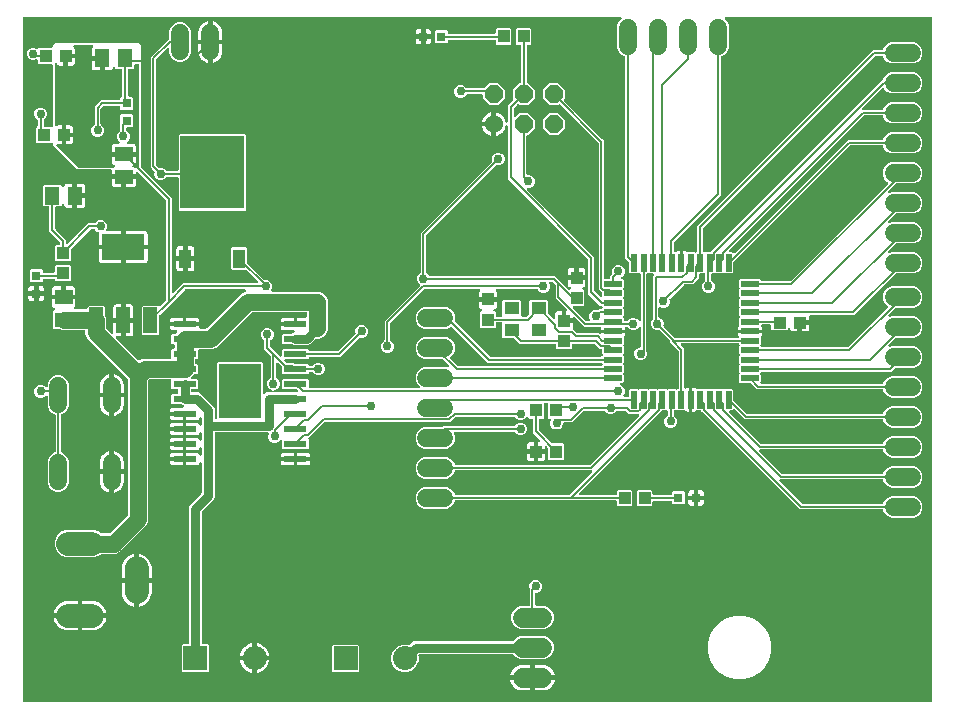
<source format=gbr>
G04 EAGLE Gerber RS-274X export*
G75*
%MOMM*%
%FSLAX34Y34*%
%LPD*%
%INTop Copper*%
%IPPOS*%
%AMOC8*
5,1,8,0,0,1.08239X$1,22.5*%
G01*
%ADD10R,1.500000X1.300000*%
%ADD11R,1.300000X1.500000*%
%ADD12R,1.000000X1.100000*%
%ADD13R,1.100000X1.000000*%
%ADD14R,1.500000X0.500000*%
%ADD15R,0.500000X1.500000*%
%ADD16R,5.400000X6.200000*%
%ADD17R,1.000000X1.600000*%
%ADD18C,2.000000*%
%ADD19R,1.193800X2.184400*%
%ADD20R,3.606800X2.184400*%
%ADD21R,0.800000X0.800000*%
%ADD22R,1.300000X1.100000*%
%ADD23C,1.524000*%
%ADD24C,1.524000*%
%ADD25P,1.649562X8X22.500000*%
%ADD26C,1.676400*%
%ADD27R,1.981200X0.558800*%
%ADD28R,3.560000X4.620000*%
%ADD29R,2.032000X2.032000*%
%ADD30C,2.032000*%
%ADD31C,0.200000*%
%ADD32C,0.152400*%
%ADD33C,0.756400*%
%ADD34C,0.355600*%
%ADD35C,1.422400*%
%ADD36C,0.787400*%

G36*
X779354Y10170D02*
X779354Y10170D01*
X779418Y10169D01*
X779493Y10190D01*
X779569Y10201D01*
X779628Y10227D01*
X779690Y10244D01*
X779756Y10285D01*
X779826Y10317D01*
X779875Y10359D01*
X779930Y10392D01*
X779982Y10450D01*
X780040Y10500D01*
X780076Y10554D01*
X780119Y10602D01*
X780152Y10671D01*
X780195Y10736D01*
X780214Y10798D01*
X780242Y10855D01*
X780253Y10925D01*
X780277Y11006D01*
X780278Y11091D01*
X780289Y11160D01*
X780289Y588840D01*
X780280Y588904D01*
X780281Y588968D01*
X780260Y589043D01*
X780249Y589119D01*
X780223Y589178D01*
X780206Y589240D01*
X780165Y589306D01*
X780133Y589376D01*
X780091Y589425D01*
X780058Y589480D01*
X780000Y589532D01*
X779950Y589590D01*
X779896Y589626D01*
X779848Y589669D01*
X779779Y589702D01*
X779714Y589745D01*
X779652Y589764D01*
X779595Y589792D01*
X779525Y589803D01*
X779444Y589827D01*
X779359Y589828D01*
X779290Y589839D01*
X605576Y589839D01*
X605544Y589835D01*
X605512Y589837D01*
X605405Y589815D01*
X605297Y589799D01*
X605267Y589786D01*
X605236Y589780D01*
X605139Y589728D01*
X605040Y589683D01*
X605015Y589662D01*
X604987Y589647D01*
X604908Y589571D01*
X604825Y589500D01*
X604808Y589473D01*
X604785Y589450D01*
X604731Y589355D01*
X604671Y589264D01*
X604661Y589233D01*
X604646Y589205D01*
X604620Y589099D01*
X604588Y588994D01*
X604588Y588962D01*
X604581Y588931D01*
X604586Y588821D01*
X604585Y588712D01*
X604593Y588681D01*
X604595Y588649D01*
X604631Y588546D01*
X604660Y588440D01*
X604677Y588413D01*
X604687Y588382D01*
X604741Y588309D01*
X604808Y588200D01*
X604844Y588168D01*
X604869Y588133D01*
X606753Y586250D01*
X608145Y582889D01*
X608145Y564011D01*
X606753Y560650D01*
X604180Y558077D01*
X602142Y557233D01*
X602133Y557228D01*
X602124Y557226D01*
X602012Y557156D01*
X601899Y557089D01*
X601892Y557083D01*
X601884Y557078D01*
X601796Y556980D01*
X601706Y556884D01*
X601702Y556875D01*
X601695Y556868D01*
X601638Y556750D01*
X601578Y556632D01*
X601576Y556623D01*
X601572Y556615D01*
X601560Y556539D01*
X601526Y556355D01*
X601528Y556331D01*
X601525Y556310D01*
X601525Y439204D01*
X561617Y399297D01*
X561560Y399220D01*
X561495Y399149D01*
X561475Y399108D01*
X561448Y399071D01*
X561414Y398981D01*
X561372Y398895D01*
X561366Y398853D01*
X561349Y398807D01*
X561339Y398680D01*
X561325Y398590D01*
X561325Y392024D01*
X561334Y391960D01*
X561333Y391896D01*
X561354Y391821D01*
X561365Y391745D01*
X561391Y391686D01*
X561408Y391624D01*
X561449Y391558D01*
X561481Y391488D01*
X561523Y391439D01*
X561556Y391384D01*
X561614Y391332D01*
X561664Y391274D01*
X561718Y391238D01*
X561766Y391195D01*
X561835Y391162D01*
X561900Y391119D01*
X561962Y391100D01*
X562019Y391072D01*
X562089Y391061D01*
X562170Y391037D01*
X562255Y391036D01*
X562324Y391025D01*
X562818Y391025D01*
X562913Y391038D01*
X563009Y391043D01*
X563052Y391058D01*
X563097Y391065D01*
X563184Y391104D01*
X563275Y391136D01*
X563310Y391161D01*
X563354Y391181D01*
X563451Y391264D01*
X563524Y391317D01*
X563740Y391533D01*
X564319Y391868D01*
X564965Y392041D01*
X566551Y392041D01*
X566551Y382250D01*
X566560Y382187D01*
X566559Y382122D01*
X566580Y382048D01*
X566591Y381971D01*
X566617Y381913D01*
X566634Y381851D01*
X566675Y381785D01*
X566707Y381714D01*
X566748Y381665D01*
X566782Y381611D01*
X566840Y381559D01*
X566890Y381500D01*
X566944Y381465D01*
X566992Y381422D01*
X567061Y381388D01*
X567126Y381345D01*
X567188Y381327D01*
X567245Y381299D01*
X567315Y381288D01*
X567396Y381263D01*
X567481Y381262D01*
X567550Y381251D01*
X568050Y381251D01*
X568114Y381260D01*
X568178Y381259D01*
X568253Y381280D01*
X568329Y381291D01*
X568388Y381317D01*
X568450Y381334D01*
X568516Y381375D01*
X568586Y381407D01*
X568635Y381449D01*
X568690Y381483D01*
X568742Y381540D01*
X568800Y381590D01*
X568836Y381644D01*
X568879Y381692D01*
X568912Y381761D01*
X568955Y381826D01*
X568974Y381888D01*
X569002Y381946D01*
X569013Y382015D01*
X569037Y382096D01*
X569038Y382181D01*
X569049Y382250D01*
X569049Y392041D01*
X570635Y392041D01*
X571281Y391868D01*
X571860Y391533D01*
X572076Y391317D01*
X572153Y391260D01*
X572224Y391195D01*
X572265Y391175D01*
X572301Y391148D01*
X572391Y391114D01*
X572478Y391072D01*
X572520Y391066D01*
X572565Y391049D01*
X572693Y391039D01*
X572782Y391025D01*
X578932Y391025D01*
X579093Y390863D01*
X579145Y390824D01*
X579190Y390778D01*
X579257Y390740D01*
X579319Y390694D01*
X579379Y390671D01*
X579435Y390639D01*
X579510Y390621D01*
X579583Y390594D01*
X579647Y390589D01*
X579710Y390574D01*
X579787Y390578D01*
X579864Y390572D01*
X579927Y390585D01*
X579991Y390589D01*
X580064Y390614D01*
X580140Y390630D01*
X580197Y390660D01*
X580258Y390681D01*
X580314Y390723D01*
X580389Y390762D01*
X580450Y390821D01*
X580507Y390863D01*
X580875Y391231D01*
X580916Y391256D01*
X580968Y391314D01*
X581026Y391364D01*
X581062Y391418D01*
X581105Y391466D01*
X581138Y391535D01*
X581181Y391600D01*
X581200Y391662D01*
X581228Y391719D01*
X581239Y391789D01*
X581263Y391870D01*
X581264Y391955D01*
X581275Y392024D01*
X581275Y413396D01*
X730204Y562325D01*
X737910Y562325D01*
X737919Y562326D01*
X737929Y562325D01*
X738059Y562346D01*
X738189Y562365D01*
X738198Y562368D01*
X738207Y562370D01*
X738327Y562427D01*
X738446Y562481D01*
X738453Y562487D01*
X738462Y562491D01*
X738561Y562579D01*
X738660Y562664D01*
X738666Y562672D01*
X738673Y562678D01*
X738713Y562744D01*
X738815Y562900D01*
X738822Y562923D01*
X738833Y562942D01*
X739677Y564980D01*
X742250Y567553D01*
X745611Y568945D01*
X764489Y568945D01*
X767850Y567553D01*
X770423Y564980D01*
X771815Y561619D01*
X771815Y557981D01*
X770423Y554620D01*
X767850Y552047D01*
X764489Y550655D01*
X745611Y550655D01*
X742250Y552047D01*
X739677Y554620D01*
X738833Y556658D01*
X738828Y556667D01*
X738826Y556676D01*
X738756Y556788D01*
X738689Y556901D01*
X738683Y556908D01*
X738678Y556916D01*
X738580Y557004D01*
X738484Y557094D01*
X738475Y557098D01*
X738468Y557105D01*
X738350Y557162D01*
X738232Y557222D01*
X738223Y557224D01*
X738215Y557228D01*
X738139Y557240D01*
X737955Y557274D01*
X737931Y557272D01*
X737910Y557275D01*
X732710Y557275D01*
X732615Y557262D01*
X732519Y557257D01*
X732475Y557242D01*
X732430Y557235D01*
X732343Y557196D01*
X732252Y557164D01*
X732218Y557139D01*
X732174Y557119D01*
X732076Y557036D01*
X732003Y556983D01*
X586617Y411597D01*
X586560Y411520D01*
X586495Y411449D01*
X586475Y411408D01*
X586448Y411371D01*
X586414Y411281D01*
X586372Y411195D01*
X586366Y411153D01*
X586349Y411107D01*
X586343Y411035D01*
X586337Y411014D01*
X586336Y410963D01*
X586325Y410890D01*
X586325Y392024D01*
X586334Y391960D01*
X586333Y391896D01*
X586354Y391821D01*
X586365Y391745D01*
X586391Y391686D01*
X586408Y391624D01*
X586449Y391558D01*
X586481Y391488D01*
X586523Y391439D01*
X586556Y391384D01*
X586614Y391332D01*
X586664Y391274D01*
X586718Y391238D01*
X586719Y391238D01*
X587093Y390863D01*
X587145Y390824D01*
X587190Y390778D01*
X587257Y390740D01*
X587319Y390694D01*
X587379Y390671D01*
X587435Y390639D01*
X587510Y390621D01*
X587583Y390594D01*
X587647Y390589D01*
X587710Y390574D01*
X587787Y390578D01*
X587864Y390572D01*
X587927Y390585D01*
X587991Y390589D01*
X588064Y390614D01*
X588140Y390630D01*
X588197Y390660D01*
X588258Y390681D01*
X588314Y390723D01*
X588389Y390762D01*
X588450Y390821D01*
X588507Y390863D01*
X588668Y391025D01*
X591944Y391025D01*
X592039Y391038D01*
X592135Y391043D01*
X592178Y391058D01*
X592223Y391065D01*
X592311Y391104D01*
X592402Y391136D01*
X592436Y391161D01*
X592480Y391181D01*
X592578Y391264D01*
X592651Y391317D01*
X738055Y536721D01*
X738091Y536727D01*
X738099Y536730D01*
X738109Y536732D01*
X738228Y536789D01*
X738347Y536843D01*
X738355Y536849D01*
X738363Y536853D01*
X738462Y536941D01*
X738562Y537026D01*
X738567Y537034D01*
X738574Y537040D01*
X738614Y537106D01*
X738716Y537262D01*
X738723Y537285D01*
X738735Y537304D01*
X739677Y539580D01*
X742250Y542153D01*
X745611Y543545D01*
X764489Y543545D01*
X767850Y542153D01*
X770423Y539580D01*
X771815Y536219D01*
X771815Y532581D01*
X770423Y529220D01*
X767850Y526647D01*
X764489Y525255D01*
X745611Y525255D01*
X742250Y526647D01*
X739677Y529220D01*
X739472Y529717D01*
X739412Y529818D01*
X739356Y529923D01*
X739340Y529940D01*
X739328Y529959D01*
X739242Y530041D01*
X739159Y530126D01*
X739139Y530137D01*
X739122Y530152D01*
X739017Y530206D01*
X738913Y530265D01*
X738891Y530270D01*
X738871Y530280D01*
X738755Y530302D01*
X738639Y530329D01*
X738616Y530328D01*
X738594Y530333D01*
X738476Y530321D01*
X738357Y530315D01*
X738336Y530308D01*
X738313Y530305D01*
X738203Y530262D01*
X738091Y530223D01*
X738073Y530210D01*
X738051Y530201D01*
X737904Y530086D01*
X737842Y530041D01*
X720794Y512993D01*
X720774Y512967D01*
X720750Y512946D01*
X720690Y512854D01*
X720624Y512767D01*
X720613Y512737D01*
X720595Y512710D01*
X720563Y512605D01*
X720525Y512503D01*
X720522Y512471D01*
X720513Y512440D01*
X720511Y512331D01*
X720503Y512222D01*
X720510Y512190D01*
X720509Y512158D01*
X720538Y512053D01*
X720561Y511946D01*
X720576Y511917D01*
X720584Y511886D01*
X720642Y511793D01*
X720693Y511697D01*
X720716Y511674D01*
X720732Y511646D01*
X720814Y511573D01*
X720890Y511495D01*
X720918Y511479D01*
X720942Y511457D01*
X721040Y511410D01*
X721135Y511356D01*
X721167Y511348D01*
X721196Y511334D01*
X721285Y511320D01*
X721410Y511291D01*
X721458Y511293D01*
X721500Y511287D01*
X737811Y511287D01*
X737821Y511288D01*
X737830Y511287D01*
X737960Y511308D01*
X738091Y511327D01*
X738099Y511330D01*
X738109Y511332D01*
X738228Y511389D01*
X738347Y511443D01*
X738355Y511449D01*
X738363Y511453D01*
X738462Y511541D01*
X738562Y511626D01*
X738567Y511634D01*
X738574Y511640D01*
X738614Y511706D01*
X738716Y511862D01*
X738723Y511885D01*
X738735Y511904D01*
X739677Y514180D01*
X742250Y516753D01*
X745611Y518145D01*
X764489Y518145D01*
X767850Y516753D01*
X770423Y514180D01*
X771815Y510819D01*
X771815Y507181D01*
X770423Y503820D01*
X767850Y501247D01*
X764489Y499855D01*
X745611Y499855D01*
X742250Y501247D01*
X739677Y503820D01*
X738735Y506096D01*
X738730Y506105D01*
X738727Y506114D01*
X738658Y506226D01*
X738591Y506339D01*
X738584Y506346D01*
X738579Y506354D01*
X738481Y506442D01*
X738385Y506532D01*
X738377Y506536D01*
X738370Y506543D01*
X738252Y506600D01*
X738134Y506660D01*
X738124Y506662D01*
X738116Y506666D01*
X738040Y506678D01*
X737857Y506712D01*
X737833Y506710D01*
X737811Y506713D01*
X722928Y506713D01*
X722833Y506700D01*
X722737Y506695D01*
X722694Y506680D01*
X722649Y506673D01*
X722562Y506634D01*
X722471Y506602D01*
X722436Y506577D01*
X722392Y506557D01*
X722295Y506474D01*
X722222Y506421D01*
X608532Y392731D01*
X608512Y392705D01*
X608488Y392684D01*
X608428Y392592D01*
X608362Y392505D01*
X608351Y392475D01*
X608333Y392448D01*
X608301Y392343D01*
X608263Y392241D01*
X608260Y392209D01*
X608251Y392178D01*
X608249Y392069D01*
X608241Y391960D01*
X608248Y391928D01*
X608247Y391896D01*
X608276Y391791D01*
X608299Y391684D01*
X608314Y391655D01*
X608322Y391624D01*
X608380Y391531D01*
X608431Y391435D01*
X608454Y391412D01*
X608470Y391384D01*
X608552Y391311D01*
X608628Y391233D01*
X608656Y391217D01*
X608680Y391195D01*
X608778Y391148D01*
X608873Y391094D01*
X608905Y391086D01*
X608934Y391072D01*
X609023Y391058D01*
X609148Y391029D01*
X609196Y391031D01*
X609238Y391025D01*
X610932Y391025D01*
X611555Y390402D01*
X611606Y390363D01*
X611651Y390317D01*
X611718Y390279D01*
X611780Y390232D01*
X611840Y390210D01*
X611896Y390178D01*
X611972Y390160D01*
X612044Y390133D01*
X612108Y390128D01*
X612171Y390113D01*
X612248Y390117D01*
X612325Y390111D01*
X612388Y390124D01*
X612452Y390127D01*
X612526Y390153D01*
X612601Y390169D01*
X612658Y390199D01*
X612719Y390220D01*
X612775Y390261D01*
X612850Y390301D01*
X612911Y390360D01*
X612968Y390402D01*
X708453Y485887D01*
X737811Y485887D01*
X737821Y485888D01*
X737830Y485887D01*
X737960Y485908D01*
X738091Y485927D01*
X738099Y485930D01*
X738109Y485932D01*
X738228Y485989D01*
X738347Y486043D01*
X738355Y486049D01*
X738363Y486053D01*
X738462Y486141D01*
X738562Y486226D01*
X738567Y486234D01*
X738574Y486240D01*
X738614Y486306D01*
X738716Y486462D01*
X738723Y486485D01*
X738735Y486504D01*
X739677Y488780D01*
X742250Y491353D01*
X745611Y492745D01*
X764489Y492745D01*
X767850Y491353D01*
X770423Y488780D01*
X771815Y485419D01*
X771815Y481781D01*
X770423Y478420D01*
X767850Y475847D01*
X764489Y474455D01*
X745611Y474455D01*
X742250Y475847D01*
X739677Y478420D01*
X738735Y480696D01*
X738730Y480705D01*
X738727Y480714D01*
X738658Y480826D01*
X738591Y480939D01*
X738584Y480946D01*
X738579Y480954D01*
X738481Y481042D01*
X738385Y481132D01*
X738377Y481136D01*
X738370Y481143D01*
X738252Y481200D01*
X738134Y481260D01*
X738124Y481262D01*
X738116Y481266D01*
X738040Y481278D01*
X737857Y481312D01*
X737833Y481310D01*
X737811Y481313D01*
X710761Y481313D01*
X710666Y481300D01*
X710570Y481295D01*
X710527Y481280D01*
X710482Y481273D01*
X710394Y481234D01*
X710304Y481202D01*
X710269Y481177D01*
X710225Y481157D01*
X710128Y481074D01*
X710055Y481021D01*
X612117Y383083D01*
X612060Y383007D01*
X611995Y382935D01*
X611975Y382894D01*
X611948Y382858D01*
X611914Y382768D01*
X611872Y382682D01*
X611866Y382639D01*
X611849Y382594D01*
X611839Y382466D01*
X611825Y382377D01*
X611825Y373868D01*
X610932Y372975D01*
X604668Y372975D01*
X604507Y373137D01*
X604455Y373176D01*
X604410Y373222D01*
X604343Y373260D01*
X604281Y373306D01*
X604221Y373329D01*
X604165Y373361D01*
X604090Y373379D01*
X604017Y373406D01*
X603953Y373411D01*
X603891Y373426D01*
X603813Y373422D01*
X603736Y373428D01*
X603673Y373415D01*
X603609Y373411D01*
X603536Y373386D01*
X603460Y373370D01*
X603403Y373340D01*
X603342Y373319D01*
X603286Y373277D01*
X603211Y373238D01*
X603150Y373179D01*
X603093Y373137D01*
X602932Y372975D01*
X596668Y372975D01*
X596507Y373137D01*
X596455Y373176D01*
X596410Y373222D01*
X596343Y373260D01*
X596281Y373306D01*
X596221Y373329D01*
X596165Y373361D01*
X596090Y373379D01*
X596017Y373406D01*
X595953Y373411D01*
X595891Y373426D01*
X595813Y373422D01*
X595736Y373428D01*
X595673Y373415D01*
X595609Y373411D01*
X595536Y373386D01*
X595460Y373370D01*
X595403Y373340D01*
X595342Y373319D01*
X595286Y373277D01*
X595211Y373238D01*
X595150Y373179D01*
X595093Y373137D01*
X594932Y372975D01*
X594074Y372975D01*
X594010Y372966D01*
X593946Y372967D01*
X593871Y372946D01*
X593795Y372935D01*
X593736Y372909D01*
X593674Y372892D01*
X593608Y372851D01*
X593538Y372819D01*
X593489Y372777D01*
X593434Y372744D01*
X593382Y372686D01*
X593324Y372636D01*
X593288Y372582D01*
X593245Y372534D01*
X593212Y372465D01*
X593169Y372400D01*
X593150Y372338D01*
X593122Y372281D01*
X593111Y372211D01*
X593087Y372130D01*
X593086Y372045D01*
X593075Y371976D01*
X593075Y367316D01*
X593076Y367306D01*
X593075Y367297D01*
X593096Y367167D01*
X593115Y367037D01*
X593118Y367028D01*
X593120Y367019D01*
X593177Y366899D01*
X593231Y366780D01*
X593237Y366773D01*
X593241Y366764D01*
X593329Y366665D01*
X593414Y366565D01*
X593422Y366560D01*
X593428Y366553D01*
X593488Y366517D01*
X595049Y364956D01*
X595857Y363006D01*
X595857Y360894D01*
X595049Y358944D01*
X593556Y357451D01*
X591606Y356643D01*
X589494Y356643D01*
X587544Y357451D01*
X586051Y358944D01*
X585243Y360894D01*
X585243Y363006D01*
X586051Y364956D01*
X587603Y366508D01*
X587651Y366536D01*
X587658Y366543D01*
X587666Y366548D01*
X587754Y366646D01*
X587844Y366742D01*
X587848Y366750D01*
X587855Y366757D01*
X587912Y366876D01*
X587972Y366993D01*
X587974Y367003D01*
X587978Y367011D01*
X587990Y367088D01*
X588024Y367271D01*
X588022Y367294D01*
X588025Y367316D01*
X588025Y371976D01*
X588016Y372040D01*
X588017Y372104D01*
X587996Y372179D01*
X587985Y372255D01*
X587959Y372314D01*
X587942Y372376D01*
X587901Y372442D01*
X587869Y372512D01*
X587827Y372561D01*
X587794Y372616D01*
X587736Y372668D01*
X587686Y372726D01*
X587632Y372762D01*
X587584Y372805D01*
X587515Y372838D01*
X587450Y372881D01*
X587388Y372900D01*
X587331Y372928D01*
X587261Y372939D01*
X587180Y372963D01*
X587095Y372964D01*
X587026Y372975D01*
X583872Y372975D01*
X583808Y372966D01*
X583744Y372967D01*
X583669Y372946D01*
X583593Y372935D01*
X583534Y372909D01*
X583472Y372892D01*
X583406Y372851D01*
X583336Y372819D01*
X583287Y372777D01*
X583232Y372744D01*
X583180Y372686D01*
X583122Y372636D01*
X583086Y372582D01*
X583043Y372534D01*
X583010Y372465D01*
X582967Y372400D01*
X582948Y372338D01*
X582920Y372281D01*
X582909Y372211D01*
X582885Y372130D01*
X582884Y372045D01*
X582873Y371976D01*
X582873Y368796D01*
X577654Y363577D01*
X570425Y363577D01*
X570330Y363564D01*
X570234Y363559D01*
X570191Y363544D01*
X570146Y363537D01*
X570058Y363498D01*
X569968Y363466D01*
X569933Y363441D01*
X569889Y363421D01*
X569792Y363338D01*
X569719Y363285D01*
X557931Y351497D01*
X557925Y351489D01*
X557918Y351484D01*
X557841Y351377D01*
X557762Y351271D01*
X557758Y351262D01*
X557753Y351255D01*
X557709Y351131D01*
X557662Y351008D01*
X557661Y350998D01*
X557658Y350989D01*
X557650Y350858D01*
X557640Y350726D01*
X557642Y350717D01*
X557642Y350708D01*
X557660Y350632D01*
X557698Y350450D01*
X557709Y350429D01*
X557714Y350408D01*
X557757Y350306D01*
X557757Y348194D01*
X556949Y346244D01*
X555456Y344751D01*
X553506Y343943D01*
X551394Y343943D01*
X549768Y344617D01*
X549654Y344646D01*
X549540Y344681D01*
X549517Y344681D01*
X549495Y344687D01*
X549377Y344683D01*
X549258Y344685D01*
X549236Y344679D01*
X549213Y344678D01*
X549101Y344641D01*
X548986Y344609D01*
X548967Y344597D01*
X548945Y344590D01*
X548847Y344524D01*
X548746Y344461D01*
X548731Y344444D01*
X548712Y344432D01*
X548637Y344340D01*
X548557Y344252D01*
X548547Y344232D01*
X548533Y344214D01*
X548486Y344105D01*
X548434Y343998D01*
X548431Y343977D01*
X548421Y343955D01*
X548399Y343769D01*
X548387Y343694D01*
X548387Y336190D01*
X548388Y336181D01*
X548387Y336172D01*
X548408Y336041D01*
X548427Y335911D01*
X548430Y335903D01*
X548432Y335893D01*
X548489Y335774D01*
X548543Y335654D01*
X548549Y335647D01*
X548553Y335639D01*
X548641Y335540D01*
X548726Y335440D01*
X548734Y335435D01*
X548740Y335428D01*
X548806Y335388D01*
X548962Y335286D01*
X548985Y335279D01*
X549004Y335267D01*
X550376Y334699D01*
X551869Y333206D01*
X552677Y331256D01*
X552677Y329144D01*
X552634Y329042D01*
X552632Y329033D01*
X552627Y329025D01*
X552597Y328896D01*
X552564Y328769D01*
X552565Y328759D01*
X552562Y328750D01*
X552569Y328617D01*
X552573Y328487D01*
X552576Y328478D01*
X552577Y328468D01*
X552620Y328344D01*
X552661Y328219D01*
X552666Y328211D01*
X552669Y328202D01*
X552715Y328140D01*
X552820Y327986D01*
X552838Y327970D01*
X552851Y327953D01*
X562225Y318579D01*
X562301Y318522D01*
X562373Y318457D01*
X562414Y318437D01*
X562450Y318410D01*
X562540Y318376D01*
X562627Y318334D01*
X562669Y318328D01*
X562714Y318311D01*
X562842Y318301D01*
X562931Y318287D01*
X615508Y318287D01*
X615540Y318291D01*
X615572Y318289D01*
X615679Y318311D01*
X615787Y318327D01*
X615817Y318340D01*
X615848Y318347D01*
X615944Y318398D01*
X616044Y318443D01*
X616069Y318464D01*
X616097Y318479D01*
X616175Y318555D01*
X616258Y318626D01*
X616276Y318653D01*
X616299Y318676D01*
X616353Y318771D01*
X616413Y318862D01*
X616422Y318893D01*
X616438Y318921D01*
X616463Y319028D01*
X616495Y319132D01*
X616495Y319164D01*
X616503Y319196D01*
X616497Y319305D01*
X616499Y319414D01*
X616490Y319445D01*
X616488Y319478D01*
X616453Y319580D01*
X616424Y319686D01*
X616407Y319713D01*
X616396Y319744D01*
X616342Y319817D01*
X616275Y319926D01*
X615932Y320519D01*
X615759Y321165D01*
X615759Y322751D01*
X625550Y322751D01*
X625613Y322760D01*
X625678Y322759D01*
X625752Y322780D01*
X625811Y322788D01*
X625815Y322787D01*
X625896Y322763D01*
X625981Y322762D01*
X626050Y322751D01*
X635841Y322751D01*
X635841Y321165D01*
X635668Y320519D01*
X635333Y319940D01*
X635117Y319724D01*
X635060Y319647D01*
X634995Y319576D01*
X634975Y319535D01*
X634948Y319499D01*
X634914Y319409D01*
X634872Y319322D01*
X634866Y319280D01*
X634849Y319235D01*
X634839Y319107D01*
X634825Y319018D01*
X634825Y312868D01*
X634663Y312707D01*
X634624Y312655D01*
X634578Y312610D01*
X634540Y312543D01*
X634494Y312481D01*
X634471Y312421D01*
X634439Y312365D01*
X634421Y312290D01*
X634394Y312217D01*
X634389Y312153D01*
X634374Y312090D01*
X634378Y312013D01*
X634372Y311936D01*
X634385Y311873D01*
X634389Y311809D01*
X634414Y311736D01*
X634430Y311660D01*
X634460Y311603D01*
X634481Y311542D01*
X634523Y311486D01*
X634562Y311411D01*
X634621Y311350D01*
X634663Y311293D01*
X634846Y311110D01*
X634854Y311083D01*
X634865Y311007D01*
X634891Y310948D01*
X634908Y310886D01*
X634949Y310820D01*
X634981Y310750D01*
X635023Y310701D01*
X635056Y310646D01*
X635114Y310594D01*
X635164Y310536D01*
X635218Y310500D01*
X635266Y310457D01*
X635335Y310424D01*
X635400Y310381D01*
X635462Y310362D01*
X635519Y310334D01*
X635589Y310323D01*
X635670Y310299D01*
X635755Y310298D01*
X635824Y310287D01*
X708589Y310287D01*
X708684Y310300D01*
X708780Y310305D01*
X708823Y310320D01*
X708868Y310327D01*
X708956Y310366D01*
X709046Y310398D01*
X709081Y310423D01*
X709125Y310443D01*
X709222Y310526D01*
X709295Y310579D01*
X742575Y343859D01*
X742646Y343953D01*
X742721Y344045D01*
X742730Y344066D01*
X742744Y344084D01*
X742786Y344195D01*
X742833Y344304D01*
X742836Y344327D01*
X742844Y344348D01*
X742853Y344467D01*
X742867Y344584D01*
X742864Y344607D01*
X742865Y344629D01*
X742841Y344745D01*
X742822Y344862D01*
X742813Y344883D01*
X742808Y344906D01*
X742752Y345010D01*
X742701Y345117D01*
X742686Y345134D01*
X742675Y345154D01*
X742593Y345239D01*
X742514Y345328D01*
X742495Y345339D01*
X742479Y345357D01*
X742391Y345406D01*
X739777Y348020D01*
X738385Y351381D01*
X738385Y355019D01*
X739777Y358380D01*
X742350Y360953D01*
X745711Y362345D01*
X764589Y362345D01*
X767950Y360953D01*
X770523Y358380D01*
X771915Y355019D01*
X771915Y351381D01*
X770523Y348020D01*
X767950Y345447D01*
X764589Y344055D01*
X749653Y344055D01*
X749558Y344042D01*
X749462Y344037D01*
X749419Y344022D01*
X749374Y344015D01*
X749286Y343976D01*
X749195Y343944D01*
X749161Y343919D01*
X749117Y343899D01*
X749020Y343816D01*
X748946Y343763D01*
X743148Y337964D01*
X743096Y337894D01*
X743036Y337831D01*
X743011Y337782D01*
X742978Y337738D01*
X742948Y337657D01*
X742909Y337580D01*
X742898Y337526D01*
X742879Y337474D01*
X742872Y337388D01*
X742856Y337303D01*
X742861Y337248D01*
X742857Y337193D01*
X742875Y337108D01*
X742883Y337022D01*
X742904Y336971D01*
X742915Y336917D01*
X742955Y336841D01*
X742988Y336760D01*
X743021Y336716D01*
X743047Y336668D01*
X743108Y336606D01*
X743161Y336537D01*
X743206Y336505D01*
X743244Y336466D01*
X743320Y336423D01*
X743390Y336372D01*
X743442Y336354D01*
X743489Y336327D01*
X743574Y336307D01*
X743656Y336278D01*
X743710Y336275D01*
X743764Y336262D01*
X743851Y336267D01*
X743937Y336261D01*
X743987Y336273D01*
X744045Y336276D01*
X744153Y336314D01*
X744237Y336334D01*
X745711Y336945D01*
X764589Y336945D01*
X767950Y335553D01*
X770523Y332980D01*
X771915Y329619D01*
X771915Y325981D01*
X770523Y322620D01*
X767950Y320047D01*
X764589Y318655D01*
X749653Y318655D01*
X749558Y318642D01*
X749462Y318637D01*
X749419Y318622D01*
X749374Y318615D01*
X749286Y318576D01*
X749195Y318544D01*
X749161Y318519D01*
X749117Y318499D01*
X749020Y318416D01*
X748946Y318363D01*
X743148Y312564D01*
X743096Y312494D01*
X743036Y312431D01*
X743011Y312382D01*
X742978Y312338D01*
X742948Y312257D01*
X742909Y312180D01*
X742898Y312126D01*
X742879Y312074D01*
X742872Y311988D01*
X742856Y311903D01*
X742861Y311848D01*
X742857Y311793D01*
X742875Y311708D01*
X742883Y311622D01*
X742904Y311571D01*
X742915Y311517D01*
X742955Y311441D01*
X742988Y311360D01*
X743021Y311316D01*
X743047Y311268D01*
X743108Y311206D01*
X743161Y311137D01*
X743206Y311105D01*
X743244Y311066D01*
X743320Y311023D01*
X743390Y310972D01*
X743442Y310954D01*
X743489Y310927D01*
X743574Y310907D01*
X743656Y310878D01*
X743710Y310875D01*
X743764Y310862D01*
X743851Y310867D01*
X743937Y310861D01*
X743987Y310873D01*
X744045Y310876D01*
X744153Y310914D01*
X744237Y310934D01*
X745711Y311545D01*
X764589Y311545D01*
X767950Y310153D01*
X770523Y307580D01*
X771915Y304219D01*
X771915Y300581D01*
X770523Y297220D01*
X767950Y294647D01*
X764589Y293255D01*
X749653Y293255D01*
X749558Y293242D01*
X749462Y293237D01*
X749419Y293222D01*
X749374Y293215D01*
X749286Y293176D01*
X749195Y293144D01*
X749161Y293119D01*
X749117Y293099D01*
X749020Y293016D01*
X748946Y292963D01*
X747329Y291345D01*
X745697Y289713D01*
X635824Y289713D01*
X635760Y289704D01*
X635696Y289705D01*
X635621Y289684D01*
X635545Y289673D01*
X635486Y289647D01*
X635424Y289630D01*
X635358Y289589D01*
X635288Y289557D01*
X635239Y289515D01*
X635184Y289482D01*
X635132Y289424D01*
X635074Y289374D01*
X635038Y289320D01*
X634995Y289272D01*
X634962Y289203D01*
X634919Y289138D01*
X634900Y289076D01*
X634872Y289019D01*
X634861Y288949D01*
X634842Y288886D01*
X634663Y288707D01*
X634624Y288655D01*
X634578Y288610D01*
X634540Y288543D01*
X634494Y288481D01*
X634471Y288421D01*
X634439Y288365D01*
X634421Y288290D01*
X634394Y288217D01*
X634389Y288153D01*
X634374Y288090D01*
X634378Y288013D01*
X634372Y287936D01*
X634385Y287873D01*
X634389Y287809D01*
X634414Y287736D01*
X634430Y287660D01*
X634460Y287603D01*
X634481Y287542D01*
X634523Y287486D01*
X634562Y287411D01*
X634621Y287350D01*
X634663Y287293D01*
X634825Y287132D01*
X634825Y280827D01*
X634780Y280767D01*
X634768Y280737D01*
X634751Y280710D01*
X634719Y280605D01*
X634680Y280503D01*
X634678Y280471D01*
X634668Y280440D01*
X634667Y280331D01*
X634658Y280222D01*
X634665Y280190D01*
X634664Y280158D01*
X634694Y280053D01*
X634716Y279946D01*
X634731Y279917D01*
X634740Y279886D01*
X634797Y279793D01*
X634848Y279697D01*
X634871Y279674D01*
X634888Y279646D01*
X634969Y279573D01*
X635045Y279495D01*
X635073Y279479D01*
X635097Y279457D01*
X635195Y279410D01*
X635290Y279356D01*
X635322Y279348D01*
X635351Y279334D01*
X635440Y279320D01*
X635565Y279291D01*
X635613Y279293D01*
X635655Y279287D01*
X737911Y279287D01*
X737921Y279288D01*
X737930Y279287D01*
X738060Y279308D01*
X738191Y279327D01*
X738199Y279330D01*
X738209Y279332D01*
X738328Y279389D01*
X738447Y279443D01*
X738455Y279449D01*
X738463Y279453D01*
X738562Y279541D01*
X738662Y279626D01*
X738667Y279634D01*
X738674Y279640D01*
X738714Y279706D01*
X738816Y279862D01*
X738823Y279885D01*
X738835Y279904D01*
X739777Y282180D01*
X742350Y284753D01*
X745711Y286145D01*
X764589Y286145D01*
X767950Y284753D01*
X770523Y282180D01*
X771915Y278819D01*
X771915Y275181D01*
X770523Y271820D01*
X767950Y269247D01*
X764589Y267855D01*
X745711Y267855D01*
X742350Y269247D01*
X739777Y271820D01*
X738835Y274096D01*
X738830Y274105D01*
X738827Y274114D01*
X738758Y274226D01*
X738691Y274339D01*
X738684Y274346D01*
X738679Y274354D01*
X738581Y274442D01*
X738485Y274532D01*
X738477Y274536D01*
X738470Y274543D01*
X738352Y274600D01*
X738234Y274660D01*
X738224Y274662D01*
X738216Y274666D01*
X738140Y274678D01*
X737957Y274712D01*
X737933Y274710D01*
X737911Y274713D01*
X631853Y274713D01*
X626883Y279683D01*
X626807Y279740D01*
X626735Y279805D01*
X626694Y279825D01*
X626658Y279852D01*
X626568Y279886D01*
X626481Y279928D01*
X626439Y279934D01*
X626394Y279951D01*
X626266Y279961D01*
X626177Y279975D01*
X617668Y279975D01*
X616775Y280868D01*
X616775Y287132D01*
X616937Y287293D01*
X616976Y287345D01*
X617022Y287390D01*
X617060Y287457D01*
X617106Y287519D01*
X617129Y287579D01*
X617161Y287635D01*
X617179Y287710D01*
X617206Y287783D01*
X617211Y287847D01*
X617226Y287909D01*
X617222Y287987D01*
X617228Y288064D01*
X617215Y288127D01*
X617211Y288191D01*
X617186Y288264D01*
X617170Y288340D01*
X617140Y288397D01*
X617119Y288458D01*
X617077Y288514D01*
X617038Y288589D01*
X616979Y288650D01*
X616937Y288707D01*
X616775Y288868D01*
X616775Y295132D01*
X616937Y295293D01*
X616976Y295345D01*
X617022Y295390D01*
X617060Y295457D01*
X617106Y295519D01*
X617129Y295579D01*
X617161Y295635D01*
X617179Y295710D01*
X617206Y295783D01*
X617211Y295847D01*
X617226Y295909D01*
X617222Y295987D01*
X617228Y296064D01*
X617215Y296127D01*
X617211Y296191D01*
X617186Y296264D01*
X617170Y296340D01*
X617140Y296397D01*
X617119Y296458D01*
X617077Y296514D01*
X617038Y296589D01*
X616979Y296650D01*
X616937Y296707D01*
X616775Y296868D01*
X616775Y303132D01*
X616937Y303293D01*
X616976Y303345D01*
X617022Y303390D01*
X617060Y303457D01*
X617106Y303519D01*
X617129Y303579D01*
X617161Y303635D01*
X617179Y303710D01*
X617206Y303783D01*
X617211Y303847D01*
X617226Y303909D01*
X617222Y303987D01*
X617228Y304064D01*
X617215Y304127D01*
X617211Y304191D01*
X617186Y304264D01*
X617170Y304340D01*
X617140Y304397D01*
X617119Y304458D01*
X617077Y304514D01*
X617038Y304589D01*
X616979Y304650D01*
X616937Y304707D01*
X616775Y304868D01*
X616775Y311132D01*
X616937Y311293D01*
X616976Y311345D01*
X617022Y311390D01*
X617060Y311457D01*
X617106Y311519D01*
X617129Y311579D01*
X617161Y311635D01*
X617179Y311710D01*
X617206Y311783D01*
X617211Y311847D01*
X617226Y311909D01*
X617222Y311987D01*
X617228Y312064D01*
X617215Y312127D01*
X617211Y312191D01*
X617186Y312264D01*
X617170Y312340D01*
X617140Y312397D01*
X617119Y312458D01*
X617077Y312514D01*
X617038Y312589D01*
X616979Y312650D01*
X616937Y312707D01*
X616754Y312890D01*
X616746Y312917D01*
X616735Y312993D01*
X616709Y313052D01*
X616692Y313114D01*
X616651Y313180D01*
X616619Y313250D01*
X616577Y313299D01*
X616544Y313354D01*
X616486Y313406D01*
X616436Y313464D01*
X616382Y313500D01*
X616334Y313543D01*
X616265Y313576D01*
X616200Y313619D01*
X616138Y313638D01*
X616081Y313666D01*
X616011Y313677D01*
X615930Y313701D01*
X615845Y313702D01*
X615776Y313713D01*
X568233Y313713D01*
X568201Y313709D01*
X568169Y313711D01*
X568062Y313689D01*
X567954Y313673D01*
X567924Y313660D01*
X567893Y313654D01*
X567796Y313602D01*
X567697Y313557D01*
X567672Y313536D01*
X567644Y313521D01*
X567566Y313445D01*
X567483Y313374D01*
X567465Y313347D01*
X567442Y313324D01*
X567388Y313229D01*
X567328Y313138D01*
X567319Y313107D01*
X567303Y313079D01*
X567278Y312973D01*
X567246Y312868D01*
X567245Y312836D01*
X567238Y312805D01*
X567243Y312695D01*
X567242Y312586D01*
X567251Y312555D01*
X567252Y312523D01*
X567288Y312420D01*
X567317Y312314D01*
X567334Y312287D01*
X567345Y312256D01*
X567398Y312183D01*
X567465Y312074D01*
X567501Y312042D01*
X567526Y312007D01*
X568455Y311079D01*
X570087Y309447D01*
X570087Y276292D01*
X570091Y276260D01*
X570089Y276228D01*
X570111Y276121D01*
X570127Y276013D01*
X570140Y275983D01*
X570147Y275952D01*
X570198Y275856D01*
X570243Y275756D01*
X570264Y275731D01*
X570279Y275703D01*
X570355Y275625D01*
X570426Y275542D01*
X570453Y275524D01*
X570476Y275501D01*
X570571Y275447D01*
X570662Y275387D01*
X570693Y275378D01*
X570721Y275362D01*
X570828Y275337D01*
X570932Y275305D01*
X570964Y275305D01*
X570996Y275297D01*
X571105Y275303D01*
X571214Y275301D01*
X571245Y275310D01*
X571278Y275312D01*
X571381Y275347D01*
X571486Y275376D01*
X571513Y275393D01*
X571544Y275404D01*
X571617Y275458D01*
X571726Y275525D01*
X572319Y275868D01*
X572965Y276041D01*
X574551Y276041D01*
X574551Y266250D01*
X574560Y266187D01*
X574559Y266122D01*
X574580Y266048D01*
X574588Y265989D01*
X574587Y265985D01*
X574563Y265904D01*
X574562Y265819D01*
X574551Y265750D01*
X574551Y255959D01*
X572965Y255959D01*
X572319Y256132D01*
X571740Y256467D01*
X571524Y256683D01*
X571447Y256740D01*
X571376Y256805D01*
X571335Y256825D01*
X571299Y256852D01*
X571209Y256886D01*
X571122Y256928D01*
X571080Y256934D01*
X571035Y256951D01*
X570907Y256961D01*
X570818Y256975D01*
X564668Y256975D01*
X564507Y257137D01*
X564455Y257176D01*
X564410Y257222D01*
X564343Y257260D01*
X564281Y257306D01*
X564221Y257329D01*
X564165Y257361D01*
X564090Y257379D01*
X564017Y257406D01*
X563953Y257411D01*
X563890Y257426D01*
X563813Y257422D01*
X563736Y257428D01*
X563673Y257415D01*
X563609Y257411D01*
X563536Y257386D01*
X563460Y257370D01*
X563403Y257340D01*
X563342Y257319D01*
X563286Y257277D01*
X563211Y257238D01*
X563150Y257179D01*
X563093Y257137D01*
X562932Y256975D01*
X562324Y256975D01*
X562260Y256966D01*
X562196Y256967D01*
X562121Y256946D01*
X562045Y256935D01*
X561986Y256909D01*
X561924Y256892D01*
X561858Y256851D01*
X561788Y256819D01*
X561739Y256777D01*
X561684Y256744D01*
X561632Y256686D01*
X561574Y256636D01*
X561538Y256582D01*
X561495Y256534D01*
X561462Y256465D01*
X561419Y256400D01*
X561400Y256338D01*
X561372Y256281D01*
X561361Y256211D01*
X561337Y256130D01*
X561336Y256045D01*
X561325Y255976D01*
X561325Y253016D01*
X561326Y253006D01*
X561325Y252997D01*
X561346Y252867D01*
X561365Y252737D01*
X561368Y252728D01*
X561370Y252719D01*
X561427Y252599D01*
X561481Y252480D01*
X561487Y252473D01*
X561491Y252464D01*
X561579Y252365D01*
X561664Y252265D01*
X561672Y252260D01*
X561678Y252253D01*
X561738Y252217D01*
X563299Y250656D01*
X564107Y248706D01*
X564107Y246594D01*
X563299Y244644D01*
X561806Y243151D01*
X559856Y242343D01*
X557744Y242343D01*
X555794Y243151D01*
X554301Y244644D01*
X553493Y246594D01*
X553493Y248706D01*
X554301Y250656D01*
X555853Y252208D01*
X555901Y252236D01*
X555908Y252243D01*
X555916Y252248D01*
X556004Y252346D01*
X556094Y252442D01*
X556098Y252450D01*
X556105Y252457D01*
X556162Y252576D01*
X556222Y252693D01*
X556224Y252703D01*
X556228Y252711D01*
X556240Y252788D01*
X556274Y252971D01*
X556272Y252994D01*
X556275Y253016D01*
X556275Y255976D01*
X556266Y256040D01*
X556267Y256104D01*
X556246Y256179D01*
X556235Y256255D01*
X556209Y256314D01*
X556192Y256376D01*
X556151Y256442D01*
X556119Y256512D01*
X556077Y256561D01*
X556044Y256616D01*
X555986Y256668D01*
X555936Y256726D01*
X555882Y256762D01*
X555834Y256805D01*
X555765Y256838D01*
X555700Y256881D01*
X555638Y256900D01*
X555581Y256928D01*
X555511Y256939D01*
X555430Y256963D01*
X555345Y256964D01*
X555276Y256975D01*
X551656Y256975D01*
X551561Y256962D01*
X551465Y256957D01*
X551422Y256942D01*
X551377Y256935D01*
X551289Y256896D01*
X551198Y256864D01*
X551164Y256839D01*
X551120Y256819D01*
X551022Y256736D01*
X550949Y256683D01*
X481259Y186993D01*
X481240Y186967D01*
X481215Y186946D01*
X481156Y186854D01*
X481090Y186767D01*
X481079Y186737D01*
X481061Y186710D01*
X481029Y186605D01*
X480991Y186503D01*
X480988Y186471D01*
X480979Y186440D01*
X480977Y186331D01*
X480969Y186222D01*
X480975Y186190D01*
X480975Y186158D01*
X481004Y186053D01*
X481026Y185946D01*
X481041Y185917D01*
X481050Y185886D01*
X481108Y185793D01*
X481159Y185697D01*
X481181Y185674D01*
X481198Y185646D01*
X481279Y185573D01*
X481356Y185495D01*
X481384Y185479D01*
X481408Y185457D01*
X481506Y185410D01*
X481601Y185356D01*
X481632Y185348D01*
X481661Y185334D01*
X481751Y185320D01*
X481875Y185291D01*
X481924Y185293D01*
X481966Y185287D01*
X512296Y185287D01*
X512360Y185296D01*
X512424Y185295D01*
X512499Y185316D01*
X512575Y185327D01*
X512634Y185353D01*
X512696Y185370D01*
X512762Y185411D01*
X512832Y185443D01*
X512881Y185485D01*
X512936Y185518D01*
X512988Y185576D01*
X513046Y185626D01*
X513082Y185680D01*
X513125Y185728D01*
X513158Y185797D01*
X513201Y185862D01*
X513220Y185924D01*
X513248Y185981D01*
X513259Y186051D01*
X513283Y186132D01*
X513284Y186217D01*
X513295Y186286D01*
X513295Y189012D01*
X514188Y189905D01*
X525452Y189905D01*
X526345Y189012D01*
X526345Y176748D01*
X525452Y175855D01*
X514188Y175855D01*
X513295Y176748D01*
X513295Y179714D01*
X513286Y179778D01*
X513287Y179842D01*
X513266Y179917D01*
X513255Y179993D01*
X513229Y180052D01*
X513212Y180114D01*
X513171Y180180D01*
X513139Y180250D01*
X513097Y180299D01*
X513064Y180354D01*
X513006Y180406D01*
X512956Y180464D01*
X512902Y180500D01*
X512854Y180543D01*
X512785Y180576D01*
X512720Y180619D01*
X512658Y180638D01*
X512601Y180666D01*
X512531Y180677D01*
X512450Y180701D01*
X512365Y180702D01*
X512296Y180713D01*
X376739Y180713D01*
X376729Y180712D01*
X376720Y180713D01*
X376590Y180692D01*
X376459Y180673D01*
X376451Y180670D01*
X376441Y180668D01*
X376322Y180611D01*
X376203Y180557D01*
X376195Y180551D01*
X376187Y180547D01*
X376088Y180459D01*
X375988Y180374D01*
X375983Y180366D01*
X375976Y180360D01*
X375936Y180294D01*
X375834Y180138D01*
X375827Y180115D01*
X375815Y180096D01*
X374873Y177820D01*
X372300Y175247D01*
X368939Y173855D01*
X350061Y173855D01*
X346700Y175247D01*
X344127Y177820D01*
X342735Y181181D01*
X342735Y184819D01*
X344127Y188180D01*
X346700Y190753D01*
X350061Y192145D01*
X368939Y192145D01*
X372300Y190753D01*
X374873Y188180D01*
X375815Y185904D01*
X375820Y185895D01*
X375823Y185886D01*
X375892Y185774D01*
X375959Y185661D01*
X375966Y185654D01*
X375971Y185646D01*
X376069Y185558D01*
X376165Y185468D01*
X376173Y185464D01*
X376180Y185457D01*
X376299Y185400D01*
X376416Y185340D01*
X376426Y185338D01*
X376434Y185334D01*
X376510Y185322D01*
X376693Y185288D01*
X376717Y185290D01*
X376739Y185287D01*
X472672Y185287D01*
X472767Y185300D01*
X472863Y185305D01*
X472906Y185320D01*
X472951Y185327D01*
X473038Y185366D01*
X473129Y185398D01*
X473164Y185423D01*
X473208Y185443D01*
X473305Y185526D01*
X473378Y185579D01*
X492206Y204407D01*
X492226Y204433D01*
X492250Y204454D01*
X492310Y204546D01*
X492376Y204633D01*
X492387Y204663D01*
X492405Y204690D01*
X492437Y204795D01*
X492475Y204897D01*
X492478Y204929D01*
X492487Y204960D01*
X492489Y205069D01*
X492497Y205178D01*
X492490Y205210D01*
X492491Y205242D01*
X492462Y205347D01*
X492439Y205454D01*
X492424Y205483D01*
X492416Y205514D01*
X492358Y205607D01*
X492307Y205703D01*
X492284Y205726D01*
X492268Y205754D01*
X492186Y205827D01*
X492110Y205905D01*
X492082Y205921D01*
X492058Y205943D01*
X491960Y205990D01*
X491865Y206044D01*
X491833Y206052D01*
X491804Y206066D01*
X491715Y206080D01*
X491590Y206109D01*
X491542Y206107D01*
X491500Y206113D01*
X376739Y206113D01*
X376729Y206112D01*
X376720Y206113D01*
X376590Y206092D01*
X376459Y206073D01*
X376451Y206070D01*
X376441Y206068D01*
X376322Y206011D01*
X376203Y205957D01*
X376195Y205951D01*
X376187Y205947D01*
X376088Y205859D01*
X375988Y205774D01*
X375983Y205766D01*
X375976Y205760D01*
X375936Y205694D01*
X375834Y205538D01*
X375827Y205515D01*
X375815Y205496D01*
X374873Y203220D01*
X372300Y200647D01*
X368939Y199255D01*
X350061Y199255D01*
X346700Y200647D01*
X344127Y203220D01*
X342735Y206581D01*
X342735Y210219D01*
X344127Y213580D01*
X346700Y216153D01*
X350061Y217545D01*
X368939Y217545D01*
X372300Y216153D01*
X374873Y213580D01*
X375815Y211304D01*
X375820Y211295D01*
X375823Y211286D01*
X375892Y211174D01*
X375959Y211061D01*
X375966Y211054D01*
X375971Y211046D01*
X376069Y210958D01*
X376165Y210868D01*
X376173Y210864D01*
X376180Y210857D01*
X376299Y210800D01*
X376416Y210740D01*
X376426Y210738D01*
X376434Y210734D01*
X376510Y210722D01*
X376693Y210688D01*
X376717Y210690D01*
X376739Y210687D01*
X490072Y210687D01*
X490167Y210700D01*
X490263Y210705D01*
X490306Y210720D01*
X490351Y210727D01*
X490438Y210766D01*
X490529Y210798D01*
X490564Y210823D01*
X490608Y210843D01*
X490705Y210926D01*
X490778Y210979D01*
X532020Y252221D01*
X532040Y252247D01*
X532064Y252268D01*
X532124Y252360D01*
X532190Y252447D01*
X532201Y252477D01*
X532219Y252504D01*
X532251Y252609D01*
X532289Y252711D01*
X532292Y252743D01*
X532301Y252774D01*
X532303Y252883D01*
X532311Y252992D01*
X532304Y253024D01*
X532305Y253056D01*
X532276Y253161D01*
X532253Y253268D01*
X532238Y253297D01*
X532230Y253328D01*
X532172Y253421D01*
X532121Y253517D01*
X532098Y253540D01*
X532082Y253568D01*
X532000Y253641D01*
X531924Y253719D01*
X531896Y253735D01*
X531872Y253757D01*
X531774Y253804D01*
X531679Y253858D01*
X531647Y253866D01*
X531618Y253880D01*
X531529Y253894D01*
X531404Y253923D01*
X531356Y253921D01*
X531314Y253927D01*
X523406Y253927D01*
X521774Y255559D01*
X521774Y255560D01*
X520847Y256487D01*
X520770Y256544D01*
X520698Y256609D01*
X520657Y256629D01*
X520621Y256656D01*
X520531Y256690D01*
X520445Y256732D01*
X520403Y256738D01*
X520357Y256755D01*
X520230Y256765D01*
X520140Y256779D01*
X513478Y256779D01*
X513469Y256778D01*
X513460Y256779D01*
X513330Y256758D01*
X513199Y256739D01*
X513191Y256736D01*
X513181Y256734D01*
X513062Y256678D01*
X512942Y256623D01*
X512935Y256617D01*
X512927Y256613D01*
X512828Y256525D01*
X512728Y256440D01*
X512723Y256432D01*
X512716Y256426D01*
X512676Y256360D01*
X512574Y256204D01*
X512567Y256181D01*
X512555Y256162D01*
X512513Y256060D01*
X511020Y254567D01*
X509070Y253759D01*
X506958Y253759D01*
X505008Y254567D01*
X503515Y256060D01*
X503473Y256162D01*
X503468Y256171D01*
X503465Y256180D01*
X503396Y256292D01*
X503329Y256405D01*
X503322Y256412D01*
X503317Y256420D01*
X503220Y256508D01*
X503124Y256598D01*
X503115Y256602D01*
X503108Y256609D01*
X502989Y256666D01*
X502872Y256726D01*
X502863Y256728D01*
X502854Y256732D01*
X502778Y256744D01*
X502595Y256778D01*
X502571Y256776D01*
X502550Y256779D01*
X485565Y256779D01*
X485470Y256766D01*
X485373Y256761D01*
X485330Y256746D01*
X485285Y256739D01*
X485198Y256700D01*
X485107Y256668D01*
X485073Y256643D01*
X485028Y256623D01*
X484931Y256540D01*
X484858Y256487D01*
X475199Y246827D01*
X468586Y246827D01*
X468522Y246818D01*
X468458Y246819D01*
X468383Y246798D01*
X468307Y246787D01*
X468248Y246761D01*
X468186Y246744D01*
X468120Y246703D01*
X468050Y246671D01*
X468001Y246629D01*
X467946Y246596D01*
X467894Y246538D01*
X467836Y246488D01*
X467800Y246434D01*
X467757Y246386D01*
X467724Y246317D01*
X467681Y246252D01*
X467662Y246190D01*
X467634Y246133D01*
X467623Y246063D01*
X467599Y245982D01*
X467598Y245897D01*
X467587Y245828D01*
X467587Y245038D01*
X466779Y243088D01*
X465286Y241595D01*
X463336Y240787D01*
X461224Y240787D01*
X459274Y241595D01*
X457781Y243088D01*
X456973Y245038D01*
X456973Y247150D01*
X457530Y248494D01*
X457559Y248608D01*
X457594Y248722D01*
X457594Y248745D01*
X457600Y248767D01*
X457596Y248885D01*
X457598Y249004D01*
X457592Y249026D01*
X457591Y249049D01*
X457554Y249161D01*
X457523Y249276D01*
X457511Y249295D01*
X457504Y249317D01*
X457437Y249415D01*
X457375Y249516D01*
X457358Y249531D01*
X457345Y249550D01*
X457253Y249625D01*
X457165Y249705D01*
X457145Y249715D01*
X457127Y249729D01*
X457018Y249776D01*
X456911Y249828D01*
X456890Y249831D01*
X456868Y249841D01*
X456683Y249863D01*
X456607Y249875D01*
X455968Y249875D01*
X455075Y250768D01*
X455075Y262476D01*
X455066Y262540D01*
X455067Y262604D01*
X455046Y262679D01*
X455035Y262755D01*
X455009Y262814D01*
X454992Y262876D01*
X454951Y262942D01*
X454919Y263012D01*
X454877Y263061D01*
X454844Y263116D01*
X454786Y263168D01*
X454736Y263226D01*
X454682Y263262D01*
X454634Y263305D01*
X454565Y263338D01*
X454500Y263381D01*
X454438Y263400D01*
X454381Y263428D01*
X454311Y263439D01*
X454230Y263463D01*
X454145Y263464D01*
X454076Y263475D01*
X452124Y263475D01*
X452060Y263466D01*
X451996Y263467D01*
X451921Y263446D01*
X451845Y263435D01*
X451786Y263409D01*
X451724Y263392D01*
X451658Y263351D01*
X451588Y263319D01*
X451539Y263277D01*
X451484Y263244D01*
X451432Y263186D01*
X451374Y263136D01*
X451338Y263082D01*
X451295Y263034D01*
X451262Y262965D01*
X451219Y262900D01*
X451200Y262838D01*
X451172Y262781D01*
X451161Y262711D01*
X451137Y262630D01*
X451136Y262545D01*
X451125Y262476D01*
X451125Y250768D01*
X450232Y249875D01*
X448124Y249875D01*
X448060Y249866D01*
X447996Y249867D01*
X447921Y249846D01*
X447845Y249835D01*
X447786Y249809D01*
X447724Y249792D01*
X447658Y249751D01*
X447588Y249719D01*
X447539Y249677D01*
X447484Y249644D01*
X447432Y249586D01*
X447374Y249536D01*
X447338Y249482D01*
X447295Y249434D01*
X447262Y249365D01*
X447219Y249300D01*
X447200Y249238D01*
X447172Y249181D01*
X447161Y249111D01*
X447137Y249030D01*
X447136Y248945D01*
X447125Y248876D01*
X447125Y240560D01*
X447138Y240465D01*
X447143Y240369D01*
X447158Y240325D01*
X447165Y240280D01*
X447204Y240193D01*
X447236Y240102D01*
X447261Y240068D01*
X447281Y240024D01*
X447364Y239926D01*
X447417Y239853D01*
X457853Y229417D01*
X457930Y229360D01*
X458001Y229295D01*
X458042Y229275D01*
X458079Y229248D01*
X458169Y229214D01*
X458255Y229172D01*
X458297Y229166D01*
X458343Y229149D01*
X458470Y229139D01*
X458560Y229125D01*
X467232Y229125D01*
X468125Y228232D01*
X468125Y215968D01*
X467232Y215075D01*
X455968Y215075D01*
X455075Y215968D01*
X455075Y224640D01*
X455062Y224735D01*
X455057Y224831D01*
X455042Y224875D01*
X455035Y224920D01*
X454996Y225007D01*
X454964Y225098D01*
X454939Y225132D01*
X454919Y225176D01*
X454836Y225274D01*
X454783Y225347D01*
X453847Y226283D01*
X453821Y226302D01*
X453800Y226327D01*
X453708Y226387D01*
X453621Y226452D01*
X453591Y226464D01*
X453564Y226481D01*
X453459Y226513D01*
X453357Y226552D01*
X453325Y226554D01*
X453294Y226564D01*
X453185Y226565D01*
X453076Y226574D01*
X453044Y226567D01*
X453012Y226567D01*
X452907Y226538D01*
X452800Y226516D01*
X452771Y226501D01*
X452740Y226492D01*
X452647Y226435D01*
X452551Y226383D01*
X452528Y226361D01*
X452500Y226344D01*
X452427Y226263D01*
X452349Y226187D01*
X452333Y226159D01*
X452311Y226135D01*
X452264Y226037D01*
X452210Y225941D01*
X452202Y225910D01*
X452188Y225881D01*
X452174Y225792D01*
X452145Y225667D01*
X452147Y225619D01*
X452141Y225576D01*
X452141Y224099D01*
X446599Y224099D01*
X446599Y230141D01*
X447576Y230141D01*
X447608Y230145D01*
X447640Y230143D01*
X447747Y230165D01*
X447856Y230181D01*
X447885Y230194D01*
X447917Y230200D01*
X448013Y230252D01*
X448113Y230297D01*
X448137Y230318D01*
X448165Y230333D01*
X448244Y230409D01*
X448327Y230480D01*
X448344Y230507D01*
X448368Y230530D01*
X448421Y230625D01*
X448481Y230716D01*
X448491Y230747D01*
X448507Y230775D01*
X448532Y230882D01*
X448564Y230986D01*
X448564Y231018D01*
X448572Y231049D01*
X448566Y231159D01*
X448567Y231268D01*
X448559Y231299D01*
X448557Y231331D01*
X448521Y231434D01*
X448492Y231540D01*
X448475Y231567D01*
X448465Y231598D01*
X448411Y231671D01*
X448344Y231780D01*
X448308Y231812D01*
X448283Y231847D01*
X443847Y236283D01*
X442075Y238054D01*
X442075Y248876D01*
X442066Y248940D01*
X442067Y249004D01*
X442046Y249079D01*
X442035Y249155D01*
X442009Y249214D01*
X441992Y249276D01*
X441951Y249342D01*
X441919Y249412D01*
X441877Y249461D01*
X441844Y249516D01*
X441786Y249568D01*
X441736Y249626D01*
X441682Y249662D01*
X441634Y249705D01*
X441565Y249738D01*
X441500Y249781D01*
X441438Y249800D01*
X441381Y249828D01*
X441311Y249839D01*
X441230Y249863D01*
X441145Y249864D01*
X441076Y249875D01*
X438968Y249875D01*
X437783Y251061D01*
X437765Y251074D01*
X437736Y251108D01*
X437709Y251126D01*
X437686Y251149D01*
X437600Y251198D01*
X437557Y251230D01*
X437540Y251237D01*
X437500Y251263D01*
X437469Y251272D01*
X437441Y251288D01*
X437340Y251312D01*
X437293Y251330D01*
X437276Y251331D01*
X437230Y251345D01*
X437198Y251346D01*
X437167Y251353D01*
X437062Y251348D01*
X437012Y251352D01*
X436996Y251348D01*
X436948Y251349D01*
X436917Y251340D01*
X436885Y251339D01*
X436786Y251305D01*
X436736Y251294D01*
X436721Y251286D01*
X436676Y251274D01*
X436649Y251257D01*
X436618Y251246D01*
X436545Y251193D01*
X436542Y251191D01*
X436487Y251162D01*
X436474Y251149D01*
X436436Y251126D01*
X436404Y251090D01*
X436369Y251065D01*
X434806Y249501D01*
X432856Y248693D01*
X430744Y248693D01*
X428794Y249501D01*
X427301Y250994D01*
X427259Y251096D01*
X427254Y251105D01*
X427251Y251114D01*
X427182Y251226D01*
X427115Y251339D01*
X427108Y251346D01*
X427103Y251354D01*
X427006Y251442D01*
X426909Y251532D01*
X426901Y251536D01*
X426894Y251543D01*
X426775Y251600D01*
X426658Y251660D01*
X426649Y251662D01*
X426640Y251666D01*
X426564Y251678D01*
X426381Y251712D01*
X426357Y251710D01*
X426336Y251713D01*
X377290Y251713D01*
X377195Y251700D01*
X377099Y251695D01*
X377056Y251680D01*
X377011Y251673D01*
X376924Y251634D01*
X376833Y251602D01*
X376798Y251577D01*
X376754Y251557D01*
X376657Y251474D01*
X376584Y251421D01*
X372170Y247007D01*
X266351Y247007D01*
X266256Y246994D01*
X266160Y246989D01*
X266117Y246974D01*
X266072Y246967D01*
X265984Y246928D01*
X265893Y246896D01*
X265859Y246871D01*
X265815Y246851D01*
X265717Y246768D01*
X265644Y246715D01*
X252792Y233862D01*
X252777Y233859D01*
X252669Y233843D01*
X252640Y233830D01*
X252608Y233824D01*
X252512Y233772D01*
X252412Y233727D01*
X252388Y233706D01*
X252359Y233691D01*
X252281Y233615D01*
X252198Y233544D01*
X252180Y233517D01*
X252157Y233494D01*
X252104Y233400D01*
X252044Y233308D01*
X252034Y233277D01*
X252018Y233249D01*
X251993Y233143D01*
X251961Y233038D01*
X251961Y233006D01*
X251953Y232975D01*
X251959Y232865D01*
X251957Y232756D01*
X251966Y232725D01*
X251968Y232693D01*
X252003Y232590D01*
X252033Y232484D01*
X252050Y232457D01*
X252060Y232426D01*
X252113Y232353D01*
X252181Y232244D01*
X252217Y232212D01*
X252242Y232177D01*
X252444Y231976D01*
X252444Y225124D01*
X251551Y224231D01*
X230475Y224231D01*
X229582Y225124D01*
X229582Y231067D01*
X229578Y231099D01*
X229580Y231131D01*
X229558Y231238D01*
X229542Y231346D01*
X229529Y231376D01*
X229523Y231407D01*
X229471Y231504D01*
X229426Y231603D01*
X229405Y231628D01*
X229390Y231656D01*
X229314Y231734D01*
X229243Y231817D01*
X229216Y231835D01*
X229193Y231858D01*
X229098Y231912D01*
X229007Y231972D01*
X228976Y231981D01*
X228948Y231997D01*
X228842Y232022D01*
X228737Y232054D01*
X228705Y232055D01*
X228674Y232062D01*
X228564Y232057D01*
X228455Y232058D01*
X228424Y232049D01*
X228392Y232048D01*
X228289Y232012D01*
X228183Y231983D01*
X228156Y231966D01*
X228125Y231955D01*
X228052Y231902D01*
X227943Y231835D01*
X227911Y231799D01*
X227876Y231774D01*
X226540Y230437D01*
X224590Y229629D01*
X222478Y229629D01*
X220528Y230437D01*
X219035Y231930D01*
X218227Y233880D01*
X218227Y235992D01*
X218644Y236997D01*
X218673Y237112D01*
X218708Y237225D01*
X218708Y237248D01*
X218714Y237270D01*
X218710Y237388D01*
X218711Y237507D01*
X218705Y237529D01*
X218705Y237552D01*
X218668Y237664D01*
X218636Y237779D01*
X218624Y237798D01*
X218617Y237820D01*
X218551Y237918D01*
X218488Y238019D01*
X218471Y238034D01*
X218458Y238053D01*
X218367Y238128D01*
X218279Y238208D01*
X218258Y238218D01*
X218241Y238232D01*
X218132Y238279D01*
X218025Y238331D01*
X218004Y238334D01*
X217982Y238344D01*
X217797Y238366D01*
X217720Y238378D01*
X173560Y238378D01*
X173496Y238369D01*
X173432Y238370D01*
X173357Y238349D01*
X173281Y238338D01*
X173222Y238312D01*
X173160Y238295D01*
X173094Y238254D01*
X173024Y238222D01*
X172975Y238180D01*
X172920Y238147D01*
X172868Y238089D01*
X172810Y238039D01*
X172774Y237985D01*
X172731Y237937D01*
X172698Y237868D01*
X172655Y237803D01*
X172636Y237741D01*
X172608Y237684D01*
X172597Y237614D01*
X172573Y237533D01*
X172572Y237448D01*
X172561Y237379D01*
X172561Y183413D01*
X171729Y181405D01*
X162154Y171830D01*
X162097Y171754D01*
X162032Y171682D01*
X162012Y171641D01*
X161985Y171605D01*
X161951Y171515D01*
X161909Y171428D01*
X161903Y171386D01*
X161886Y171341D01*
X161876Y171213D01*
X161862Y171124D01*
X161862Y60034D01*
X161871Y59970D01*
X161870Y59906D01*
X161891Y59831D01*
X161902Y59755D01*
X161928Y59696D01*
X161945Y59634D01*
X161986Y59568D01*
X162018Y59498D01*
X162060Y59449D01*
X162093Y59394D01*
X162151Y59342D01*
X162201Y59284D01*
X162255Y59248D01*
X162303Y59205D01*
X162372Y59172D01*
X162437Y59129D01*
X162499Y59110D01*
X162556Y59082D01*
X162626Y59071D01*
X162707Y59047D01*
X162792Y59046D01*
X162861Y59035D01*
X167192Y59035D01*
X168085Y58142D01*
X168085Y36558D01*
X167192Y35665D01*
X145608Y35665D01*
X144715Y36558D01*
X144715Y58142D01*
X145608Y59035D01*
X149939Y59035D01*
X150003Y59044D01*
X150067Y59043D01*
X150142Y59064D01*
X150218Y59075D01*
X150277Y59101D01*
X150339Y59118D01*
X150405Y59159D01*
X150475Y59191D01*
X150524Y59233D01*
X150579Y59266D01*
X150631Y59324D01*
X150689Y59374D01*
X150725Y59428D01*
X150768Y59476D01*
X150801Y59545D01*
X150844Y59610D01*
X150863Y59672D01*
X150891Y59729D01*
X150902Y59799D01*
X150926Y59880D01*
X150927Y59965D01*
X150938Y60034D01*
X150938Y174886D01*
X151770Y176894D01*
X161345Y186469D01*
X161402Y186545D01*
X161467Y186617D01*
X161487Y186658D01*
X161514Y186694D01*
X161548Y186784D01*
X161590Y186871D01*
X161596Y186913D01*
X161613Y186958D01*
X161623Y187086D01*
X161637Y187175D01*
X161637Y212236D01*
X161636Y212246D01*
X161637Y212257D01*
X161616Y212386D01*
X161597Y212515D01*
X161593Y212525D01*
X161591Y212535D01*
X161535Y212653D01*
X161481Y212772D01*
X161474Y212780D01*
X161470Y212790D01*
X161383Y212887D01*
X161298Y212986D01*
X161289Y212992D01*
X161282Y213000D01*
X161171Y213069D01*
X161062Y213141D01*
X161052Y213144D01*
X161042Y213149D01*
X160916Y213185D01*
X160792Y213223D01*
X160781Y213223D01*
X160771Y213226D01*
X160640Y213225D01*
X160510Y213227D01*
X160500Y213224D01*
X160489Y213224D01*
X160364Y213186D01*
X160238Y213151D01*
X160229Y213146D01*
X160219Y213143D01*
X160109Y213072D01*
X159998Y213003D01*
X159991Y212995D01*
X159982Y212989D01*
X159896Y212890D01*
X159809Y212794D01*
X159805Y212784D01*
X159798Y212776D01*
X159765Y212702D01*
X159686Y212540D01*
X159683Y212516D01*
X159673Y212494D01*
X159561Y212075D01*
X159226Y211496D01*
X158753Y211023D01*
X158174Y210688D01*
X157528Y210515D01*
X148683Y210515D01*
X148683Y215453D01*
X148674Y215516D01*
X148675Y215581D01*
X148654Y215655D01*
X148643Y215732D01*
X148617Y215790D01*
X148600Y215852D01*
X148598Y215855D01*
X148608Y215885D01*
X148636Y215943D01*
X148647Y216012D01*
X148671Y216093D01*
X148672Y216178D01*
X148683Y216247D01*
X148683Y221185D01*
X157528Y221185D01*
X158174Y221012D01*
X158753Y220677D01*
X159226Y220204D01*
X159561Y219625D01*
X159673Y219206D01*
X159677Y219196D01*
X159679Y219185D01*
X159732Y219067D01*
X159784Y218946D01*
X159790Y218938D01*
X159795Y218928D01*
X159880Y218829D01*
X159962Y218728D01*
X159971Y218722D01*
X159978Y218714D01*
X160088Y218642D01*
X160195Y218569D01*
X160205Y218565D01*
X160214Y218560D01*
X160339Y218521D01*
X160463Y218481D01*
X160474Y218480D01*
X160484Y218477D01*
X160615Y218475D01*
X160745Y218471D01*
X160755Y218474D01*
X160766Y218473D01*
X160892Y218508D01*
X161018Y218540D01*
X161027Y218546D01*
X161038Y218549D01*
X161149Y218617D01*
X161261Y218683D01*
X161268Y218691D01*
X161278Y218697D01*
X161365Y218793D01*
X161455Y218888D01*
X161459Y218898D01*
X161467Y218906D01*
X161523Y219023D01*
X161583Y219140D01*
X161585Y219150D01*
X161590Y219160D01*
X161602Y219239D01*
X161636Y219417D01*
X161634Y219441D01*
X161637Y219464D01*
X161637Y224936D01*
X161636Y224946D01*
X161637Y224957D01*
X161616Y225086D01*
X161597Y225215D01*
X161593Y225225D01*
X161591Y225235D01*
X161535Y225353D01*
X161481Y225472D01*
X161474Y225480D01*
X161470Y225490D01*
X161383Y225586D01*
X161298Y225686D01*
X161289Y225692D01*
X161282Y225700D01*
X161171Y225769D01*
X161062Y225841D01*
X161052Y225844D01*
X161042Y225849D01*
X160916Y225885D01*
X160792Y225923D01*
X160781Y225923D01*
X160771Y225926D01*
X160640Y225925D01*
X160510Y225927D01*
X160500Y225924D01*
X160489Y225924D01*
X160364Y225886D01*
X160238Y225851D01*
X160229Y225846D01*
X160219Y225843D01*
X160109Y225772D01*
X159998Y225703D01*
X159991Y225695D01*
X159982Y225689D01*
X159896Y225590D01*
X159809Y225494D01*
X159805Y225484D01*
X159798Y225476D01*
X159765Y225402D01*
X159686Y225240D01*
X159683Y225216D01*
X159673Y225194D01*
X159561Y224775D01*
X159226Y224196D01*
X158753Y223723D01*
X158174Y223388D01*
X157528Y223215D01*
X148683Y223215D01*
X148683Y228153D01*
X148674Y228216D01*
X148675Y228281D01*
X148654Y228355D01*
X148643Y228432D01*
X148617Y228490D01*
X148600Y228552D01*
X148598Y228555D01*
X148608Y228585D01*
X148636Y228643D01*
X148647Y228712D01*
X148671Y228793D01*
X148672Y228878D01*
X148683Y228947D01*
X148683Y233885D01*
X157528Y233885D01*
X158174Y233712D01*
X158753Y233377D01*
X159226Y232904D01*
X159561Y232325D01*
X159673Y231906D01*
X159677Y231896D01*
X159679Y231885D01*
X159732Y231767D01*
X159784Y231646D01*
X159790Y231638D01*
X159795Y231628D01*
X159879Y231529D01*
X159962Y231428D01*
X159971Y231422D01*
X159978Y231414D01*
X160087Y231343D01*
X160195Y231269D01*
X160205Y231265D01*
X160214Y231259D01*
X160339Y231221D01*
X160463Y231181D01*
X160474Y231180D01*
X160484Y231177D01*
X160615Y231175D01*
X160745Y231171D01*
X160755Y231174D01*
X160766Y231173D01*
X160892Y231208D01*
X161018Y231240D01*
X161027Y231246D01*
X161038Y231249D01*
X161149Y231318D01*
X161261Y231383D01*
X161268Y231391D01*
X161278Y231397D01*
X161365Y231494D01*
X161455Y231588D01*
X161459Y231598D01*
X161467Y231606D01*
X161523Y231723D01*
X161583Y231839D01*
X161585Y231850D01*
X161590Y231860D01*
X161602Y231939D01*
X161636Y232116D01*
X161634Y232140D01*
X161637Y232164D01*
X161637Y237636D01*
X161636Y237646D01*
X161637Y237657D01*
X161616Y237786D01*
X161597Y237915D01*
X161593Y237925D01*
X161591Y237935D01*
X161535Y238053D01*
X161481Y238172D01*
X161474Y238180D01*
X161470Y238190D01*
X161383Y238287D01*
X161298Y238386D01*
X161289Y238392D01*
X161282Y238400D01*
X161171Y238469D01*
X161062Y238541D01*
X161052Y238544D01*
X161042Y238549D01*
X160916Y238585D01*
X160792Y238623D01*
X160781Y238623D01*
X160771Y238626D01*
X160640Y238625D01*
X160510Y238627D01*
X160500Y238624D01*
X160489Y238624D01*
X160364Y238586D01*
X160238Y238551D01*
X160229Y238546D01*
X160219Y238543D01*
X160109Y238472D01*
X159998Y238403D01*
X159991Y238395D01*
X159982Y238389D01*
X159896Y238290D01*
X159809Y238194D01*
X159805Y238184D01*
X159798Y238176D01*
X159765Y238102D01*
X159686Y237940D01*
X159683Y237916D01*
X159673Y237894D01*
X159561Y237475D01*
X159226Y236896D01*
X158753Y236423D01*
X158174Y236088D01*
X157528Y235915D01*
X148683Y235915D01*
X148683Y240853D01*
X148674Y240916D01*
X148675Y240981D01*
X148654Y241055D01*
X148643Y241132D01*
X148617Y241190D01*
X148600Y241252D01*
X148598Y241255D01*
X148608Y241285D01*
X148636Y241343D01*
X148647Y241412D01*
X148671Y241493D01*
X148672Y241578D01*
X148683Y241647D01*
X148683Y246585D01*
X157528Y246585D01*
X158174Y246412D01*
X158753Y246077D01*
X159226Y245604D01*
X159561Y245025D01*
X159673Y244606D01*
X159677Y244596D01*
X159679Y244585D01*
X159732Y244467D01*
X159784Y244346D01*
X159790Y244338D01*
X159795Y244328D01*
X159879Y244229D01*
X159962Y244128D01*
X159971Y244122D01*
X159978Y244114D01*
X160087Y244043D01*
X160195Y243969D01*
X160205Y243965D01*
X160214Y243959D01*
X160339Y243921D01*
X160463Y243881D01*
X160474Y243880D01*
X160484Y243877D01*
X160615Y243875D01*
X160745Y243871D01*
X160755Y243874D01*
X160766Y243873D01*
X160892Y243908D01*
X161018Y243940D01*
X161027Y243946D01*
X161038Y243949D01*
X161149Y244018D01*
X161261Y244083D01*
X161268Y244091D01*
X161278Y244097D01*
X161365Y244194D01*
X161455Y244288D01*
X161459Y244298D01*
X161467Y244306D01*
X161523Y244423D01*
X161583Y244539D01*
X161585Y244550D01*
X161590Y244560D01*
X161602Y244639D01*
X161636Y244816D01*
X161634Y244840D01*
X161637Y244864D01*
X161637Y250336D01*
X161636Y250346D01*
X161637Y250357D01*
X161616Y250486D01*
X161597Y250615D01*
X161593Y250625D01*
X161591Y250635D01*
X161535Y250753D01*
X161481Y250872D01*
X161474Y250880D01*
X161470Y250890D01*
X161383Y250987D01*
X161298Y251086D01*
X161289Y251092D01*
X161282Y251100D01*
X161171Y251169D01*
X161062Y251241D01*
X161052Y251244D01*
X161042Y251249D01*
X160916Y251285D01*
X160792Y251323D01*
X160781Y251323D01*
X160771Y251326D01*
X160640Y251325D01*
X160510Y251327D01*
X160500Y251324D01*
X160489Y251324D01*
X160364Y251286D01*
X160238Y251251D01*
X160229Y251246D01*
X160219Y251243D01*
X160109Y251172D01*
X159998Y251103D01*
X159991Y251095D01*
X159982Y251089D01*
X159896Y250990D01*
X159809Y250894D01*
X159805Y250884D01*
X159798Y250876D01*
X159765Y250802D01*
X159686Y250640D01*
X159683Y250616D01*
X159673Y250594D01*
X159561Y250175D01*
X159226Y249596D01*
X158753Y249123D01*
X158174Y248788D01*
X157528Y248615D01*
X148683Y248615D01*
X148683Y253553D01*
X148674Y253616D01*
X148675Y253681D01*
X148654Y253755D01*
X148643Y253832D01*
X148617Y253890D01*
X148600Y253952D01*
X148559Y254018D01*
X148527Y254089D01*
X148485Y254138D01*
X148452Y254192D01*
X148394Y254244D01*
X148344Y254303D01*
X148290Y254338D01*
X148242Y254381D01*
X148173Y254415D01*
X148108Y254458D01*
X148046Y254476D01*
X147989Y254504D01*
X147919Y254515D01*
X147865Y254532D01*
X147860Y254550D01*
X147849Y254626D01*
X147823Y254685D01*
X147806Y254747D01*
X147765Y254813D01*
X147733Y254883D01*
X147691Y254932D01*
X147657Y254987D01*
X147600Y255039D01*
X147550Y255097D01*
X147496Y255133D01*
X147448Y255176D01*
X147379Y255209D01*
X147314Y255252D01*
X147252Y255271D01*
X147194Y255299D01*
X147125Y255310D01*
X147044Y255334D01*
X146959Y255335D01*
X146890Y255346D01*
X134840Y255346D01*
X134840Y257079D01*
X135013Y257725D01*
X135348Y258304D01*
X135821Y258777D01*
X136400Y259112D01*
X137046Y259285D01*
X145773Y259285D01*
X145859Y259297D01*
X145945Y259300D01*
X145998Y259317D01*
X146052Y259325D01*
X146131Y259360D01*
X146213Y259387D01*
X146259Y259418D01*
X146309Y259441D01*
X146375Y259497D01*
X146446Y259546D01*
X146481Y259588D01*
X146523Y259624D01*
X146571Y259697D01*
X146626Y259764D01*
X146647Y259814D01*
X146678Y259860D01*
X146703Y259943D01*
X146737Y260023D01*
X146744Y260077D01*
X146760Y260130D01*
X146761Y260217D01*
X146772Y260303D01*
X146763Y260357D01*
X146764Y260412D01*
X146741Y260496D01*
X146727Y260581D01*
X146703Y260631D01*
X146688Y260684D01*
X146643Y260757D01*
X146606Y260836D01*
X146569Y260877D01*
X146540Y260924D01*
X146476Y260982D01*
X146418Y261047D01*
X146375Y261073D01*
X146331Y261113D01*
X146229Y261162D01*
X146155Y261207D01*
X144193Y262020D01*
X144174Y262039D01*
X144098Y262096D01*
X144026Y262161D01*
X143985Y262181D01*
X143949Y262208D01*
X143859Y262242D01*
X143772Y262284D01*
X143730Y262290D01*
X143685Y262307D01*
X143557Y262317D01*
X143468Y262331D01*
X136749Y262331D01*
X135856Y263224D01*
X135856Y270076D01*
X136749Y270969D01*
X140826Y270969D01*
X140890Y270978D01*
X140954Y270977D01*
X141029Y270998D01*
X141105Y271009D01*
X141164Y271035D01*
X141226Y271052D01*
X141292Y271093D01*
X141362Y271125D01*
X141411Y271167D01*
X141466Y271200D01*
X141518Y271258D01*
X141576Y271308D01*
X141612Y271362D01*
X141655Y271410D01*
X141688Y271479D01*
X141731Y271544D01*
X141750Y271606D01*
X141778Y271663D01*
X141789Y271733D01*
X141813Y271814D01*
X141814Y271899D01*
X141825Y271968D01*
X141825Y274032D01*
X141817Y274090D01*
X141817Y274091D01*
X141817Y274092D01*
X141816Y274096D01*
X141817Y274160D01*
X141796Y274235D01*
X141785Y274311D01*
X141759Y274370D01*
X141742Y274432D01*
X141701Y274498D01*
X141669Y274568D01*
X141627Y274617D01*
X141594Y274672D01*
X141536Y274724D01*
X141486Y274782D01*
X141432Y274818D01*
X141384Y274861D01*
X141315Y274894D01*
X141250Y274937D01*
X141188Y274956D01*
X141131Y274984D01*
X141061Y274995D01*
X140980Y275019D01*
X140895Y275020D01*
X140826Y275031D01*
X136749Y275031D01*
X135856Y275924D01*
X135856Y282414D01*
X135847Y282478D01*
X135848Y282542D01*
X135827Y282617D01*
X135816Y282693D01*
X135790Y282752D01*
X135773Y282814D01*
X135732Y282880D01*
X135700Y282950D01*
X135658Y282999D01*
X135625Y283054D01*
X135567Y283106D01*
X135517Y283164D01*
X135463Y283200D01*
X135415Y283243D01*
X135346Y283276D01*
X135281Y283319D01*
X135219Y283338D01*
X135162Y283366D01*
X135092Y283377D01*
X135011Y283401D01*
X134926Y283402D01*
X134857Y283413D01*
X117586Y283413D01*
X117522Y283404D01*
X117458Y283405D01*
X117383Y283384D01*
X117307Y283373D01*
X117248Y283347D01*
X117186Y283330D01*
X117120Y283289D01*
X117050Y283257D01*
X117001Y283215D01*
X116946Y283182D01*
X116894Y283124D01*
X116836Y283074D01*
X116800Y283020D01*
X116757Y282972D01*
X116724Y282903D01*
X116681Y282838D01*
X116662Y282776D01*
X116634Y282719D01*
X116623Y282649D01*
X116599Y282568D01*
X116598Y282483D01*
X116587Y282414D01*
X116587Y163382D01*
X115272Y160208D01*
X91942Y136878D01*
X88768Y135563D01*
X76726Y135563D01*
X76630Y135550D01*
X76534Y135545D01*
X76491Y135530D01*
X76446Y135523D01*
X76359Y135484D01*
X76268Y135452D01*
X76234Y135427D01*
X76189Y135407D01*
X76092Y135324D01*
X76019Y135271D01*
X75178Y134430D01*
X70942Y132675D01*
X46358Y132675D01*
X42122Y134430D01*
X38880Y137672D01*
X37125Y141908D01*
X37125Y146492D01*
X38880Y150728D01*
X42122Y153970D01*
X46358Y155725D01*
X70942Y155725D01*
X75178Y153970D01*
X76019Y153129D01*
X76096Y153072D01*
X76167Y153007D01*
X76208Y152987D01*
X76245Y152960D01*
X76334Y152926D01*
X76421Y152884D01*
X76463Y152878D01*
X76508Y152861D01*
X76636Y152851D01*
X76726Y152837D01*
X83059Y152837D01*
X83154Y152850D01*
X83250Y152855D01*
X83293Y152870D01*
X83338Y152877D01*
X83425Y152916D01*
X83516Y152948D01*
X83551Y152973D01*
X83595Y152993D01*
X83692Y153076D01*
X83765Y153129D01*
X99021Y168385D01*
X99078Y168462D01*
X99143Y168533D01*
X99163Y168574D01*
X99190Y168610D01*
X99224Y168700D01*
X99266Y168787D01*
X99272Y168829D01*
X99289Y168874D01*
X99299Y169002D01*
X99313Y169091D01*
X99313Y283029D01*
X99300Y283124D01*
X99295Y283220D01*
X99280Y283263D01*
X99273Y283308D01*
X99234Y283395D01*
X99202Y283486D01*
X99177Y283521D01*
X99157Y283565D01*
X99074Y283662D01*
X99021Y283735D01*
X64568Y318188D01*
X63253Y321362D01*
X63253Y324214D01*
X63244Y324278D01*
X63245Y324342D01*
X63224Y324417D01*
X63213Y324493D01*
X63187Y324552D01*
X63170Y324614D01*
X63129Y324680D01*
X63097Y324750D01*
X63055Y324799D01*
X63022Y324854D01*
X62964Y324906D01*
X62914Y324964D01*
X62860Y325000D01*
X62812Y325043D01*
X62743Y325076D01*
X62678Y325119D01*
X62616Y325138D01*
X62559Y325166D01*
X62489Y325177D01*
X62408Y325201D01*
X62323Y325202D01*
X62254Y325213D01*
X43032Y325213D01*
X41738Y325749D01*
X41698Y325760D01*
X41660Y325778D01*
X41575Y325791D01*
X41465Y325819D01*
X41406Y325817D01*
X41356Y325825D01*
X36618Y325825D01*
X35725Y326718D01*
X35725Y340982D01*
X36629Y341885D01*
X36696Y341896D01*
X36825Y341915D01*
X36834Y341919D01*
X36845Y341921D01*
X36963Y341977D01*
X37081Y342031D01*
X37090Y342038D01*
X37099Y342042D01*
X37197Y342129D01*
X37296Y342214D01*
X37302Y342223D01*
X37310Y342230D01*
X37378Y342341D01*
X37450Y342450D01*
X37453Y342460D01*
X37459Y342470D01*
X37495Y342595D01*
X37533Y342720D01*
X37533Y342731D01*
X37536Y342741D01*
X37535Y342872D01*
X37536Y343002D01*
X37533Y343012D01*
X37533Y343023D01*
X37496Y343148D01*
X37461Y343274D01*
X37455Y343283D01*
X37452Y343293D01*
X37381Y343403D01*
X37313Y343514D01*
X37305Y343521D01*
X37299Y343530D01*
X37200Y343616D01*
X37104Y343703D01*
X37094Y343707D01*
X37086Y343714D01*
X37012Y343747D01*
X36850Y343826D01*
X36826Y343829D01*
X36804Y343839D01*
X36269Y343982D01*
X35690Y344317D01*
X35217Y344790D01*
X34882Y345369D01*
X34709Y346015D01*
X34709Y350851D01*
X43750Y350851D01*
X43814Y350860D01*
X43878Y350859D01*
X43952Y350880D01*
X44029Y350891D01*
X44088Y350917D01*
X44150Y350934D01*
X44216Y350975D01*
X44286Y351007D01*
X44335Y351049D01*
X44390Y351082D01*
X44441Y351140D01*
X44500Y351190D01*
X44536Y351244D01*
X44579Y351292D01*
X44612Y351361D01*
X44655Y351426D01*
X44674Y351488D01*
X44702Y351545D01*
X44712Y351615D01*
X44737Y351696D01*
X44738Y351781D01*
X44749Y351850D01*
X44749Y352851D01*
X44751Y352851D01*
X44751Y351850D01*
X44759Y351791D01*
X44759Y351776D01*
X44760Y351774D01*
X44759Y351722D01*
X44780Y351647D01*
X44791Y351571D01*
X44817Y351512D01*
X44834Y351450D01*
X44875Y351384D01*
X44907Y351314D01*
X44949Y351265D01*
X44982Y351210D01*
X45040Y351158D01*
X45090Y351100D01*
X45144Y351064D01*
X45192Y351021D01*
X45261Y350988D01*
X45326Y350945D01*
X45388Y350926D01*
X45446Y350898D01*
X45515Y350888D01*
X45596Y350863D01*
X45681Y350862D01*
X45750Y350851D01*
X54791Y350851D01*
X54791Y346015D01*
X54618Y345369D01*
X54283Y344790D01*
X53758Y344265D01*
X53742Y344252D01*
X53648Y344178D01*
X53635Y344160D01*
X53619Y344146D01*
X53553Y344046D01*
X53484Y343948D01*
X53476Y343928D01*
X53464Y343910D01*
X53429Y343795D01*
X53390Y343683D01*
X53388Y343661D01*
X53382Y343640D01*
X53380Y343521D01*
X53374Y343401D01*
X53379Y343380D01*
X53378Y343358D01*
X53410Y343243D01*
X53437Y343126D01*
X53448Y343107D01*
X53453Y343086D01*
X53516Y342984D01*
X53575Y342880D01*
X53590Y342865D01*
X53602Y342846D01*
X53690Y342766D01*
X53776Y342682D01*
X53795Y342672D01*
X53811Y342657D01*
X53918Y342605D01*
X54024Y342548D01*
X54045Y342544D01*
X54065Y342534D01*
X54155Y342520D01*
X54300Y342489D01*
X54337Y342492D01*
X54369Y342487D01*
X63997Y342487D01*
X64061Y342496D01*
X64125Y342495D01*
X64200Y342516D01*
X64276Y342527D01*
X64335Y342553D01*
X64397Y342570D01*
X64463Y342611D01*
X64533Y342643D01*
X64582Y342685D01*
X64637Y342718D01*
X64689Y342776D01*
X64747Y342826D01*
X64783Y342880D01*
X64826Y342928D01*
X64859Y342997D01*
X64902Y343062D01*
X64921Y343124D01*
X64949Y343181D01*
X64960Y343251D01*
X64984Y343332D01*
X64985Y343417D01*
X64996Y343486D01*
X64996Y344804D01*
X65889Y345697D01*
X79091Y345697D01*
X79984Y344804D01*
X79984Y337078D01*
X79990Y337036D01*
X79987Y336995D01*
X80007Y336911D01*
X80024Y336798D01*
X80048Y336745D01*
X80060Y336695D01*
X80527Y335568D01*
X80527Y327071D01*
X80540Y326976D01*
X80545Y326880D01*
X80560Y326837D01*
X80567Y326792D01*
X80606Y326705D01*
X80638Y326614D01*
X80663Y326579D01*
X80683Y326535D01*
X80766Y326438D01*
X80819Y326365D01*
X85134Y322050D01*
X85160Y322030D01*
X85181Y322006D01*
X85273Y321946D01*
X85360Y321880D01*
X85390Y321869D01*
X85417Y321851D01*
X85522Y321819D01*
X85624Y321781D01*
X85656Y321778D01*
X85687Y321769D01*
X85796Y321768D01*
X85905Y321759D01*
X85937Y321766D01*
X85969Y321765D01*
X86074Y321794D01*
X86181Y321817D01*
X86210Y321832D01*
X86241Y321840D01*
X86334Y321898D01*
X86430Y321949D01*
X86453Y321972D01*
X86481Y321989D01*
X86554Y322070D01*
X86632Y322146D01*
X86648Y322174D01*
X86670Y322198D01*
X86717Y322296D01*
X86771Y322391D01*
X86779Y322423D01*
X86793Y322452D01*
X86807Y322541D01*
X86836Y322666D01*
X86834Y322714D01*
X86840Y322756D01*
X86840Y331251D01*
X93351Y331251D01*
X93351Y319787D01*
X89809Y319787D01*
X89777Y319783D01*
X89745Y319785D01*
X89638Y319763D01*
X89530Y319747D01*
X89501Y319734D01*
X89469Y319728D01*
X89373Y319676D01*
X89273Y319631D01*
X89249Y319610D01*
X89220Y319595D01*
X89142Y319519D01*
X89059Y319448D01*
X89041Y319421D01*
X89018Y319398D01*
X88964Y319303D01*
X88904Y319212D01*
X88895Y319181D01*
X88879Y319153D01*
X88854Y319046D01*
X88822Y318942D01*
X88822Y318910D01*
X88814Y318879D01*
X88820Y318769D01*
X88818Y318660D01*
X88827Y318629D01*
X88828Y318597D01*
X88864Y318494D01*
X88893Y318388D01*
X88910Y318361D01*
X88921Y318330D01*
X88974Y318257D01*
X89042Y318148D01*
X89078Y318116D01*
X89103Y318081D01*
X107600Y299585D01*
X107607Y299579D01*
X107613Y299571D01*
X107720Y299494D01*
X107825Y299415D01*
X107834Y299412D01*
X107842Y299406D01*
X107965Y299363D01*
X108089Y299316D01*
X108098Y299315D01*
X108107Y299312D01*
X108239Y299304D01*
X108370Y299294D01*
X108379Y299296D01*
X108389Y299295D01*
X108464Y299314D01*
X108646Y299352D01*
X108667Y299363D01*
X108689Y299368D01*
X111872Y300687D01*
X134857Y300687D01*
X134921Y300696D01*
X134985Y300695D01*
X135060Y300716D01*
X135136Y300727D01*
X135195Y300753D01*
X135257Y300770D01*
X135323Y300811D01*
X135393Y300843D01*
X135442Y300885D01*
X135497Y300918D01*
X135549Y300976D01*
X135607Y301026D01*
X135643Y301080D01*
X135686Y301128D01*
X135719Y301197D01*
X135762Y301262D01*
X135781Y301324D01*
X135809Y301381D01*
X135820Y301451D01*
X135844Y301532D01*
X135845Y301617D01*
X135856Y301686D01*
X135856Y308176D01*
X136749Y309069D01*
X137651Y309069D01*
X137715Y309078D01*
X137779Y309077D01*
X137854Y309098D01*
X137930Y309109D01*
X137989Y309135D01*
X138051Y309152D01*
X138117Y309193D01*
X138187Y309225D01*
X138236Y309267D01*
X138291Y309300D01*
X138343Y309358D01*
X138401Y309408D01*
X138437Y309462D01*
X138480Y309510D01*
X138513Y309579D01*
X138556Y309644D01*
X138575Y309706D01*
X138603Y309763D01*
X138614Y309833D01*
X138638Y309914D01*
X138639Y309999D01*
X138650Y310068D01*
X138650Y312132D01*
X138641Y312196D01*
X138642Y312260D01*
X138621Y312335D01*
X138610Y312411D01*
X138584Y312470D01*
X138567Y312532D01*
X138526Y312598D01*
X138494Y312668D01*
X138452Y312717D01*
X138419Y312772D01*
X138361Y312824D01*
X138311Y312882D01*
X138257Y312918D01*
X138209Y312961D01*
X138140Y312994D01*
X138075Y313037D01*
X138013Y313056D01*
X137956Y313084D01*
X137886Y313095D01*
X137805Y313119D01*
X137720Y313120D01*
X137651Y313131D01*
X136749Y313131D01*
X135856Y314024D01*
X135856Y320876D01*
X136749Y321769D01*
X139060Y321769D01*
X139069Y321770D01*
X139079Y321769D01*
X139209Y321790D01*
X139339Y321809D01*
X139348Y321812D01*
X139357Y321814D01*
X139477Y321871D01*
X139596Y321925D01*
X139603Y321931D01*
X139612Y321935D01*
X139711Y322023D01*
X139810Y322108D01*
X139816Y322116D01*
X139823Y322122D01*
X139863Y322188D01*
X139961Y322338D01*
X140732Y323109D01*
X140752Y323135D01*
X140776Y323156D01*
X140836Y323248D01*
X140902Y323335D01*
X140913Y323365D01*
X140931Y323392D01*
X140963Y323497D01*
X141001Y323599D01*
X141004Y323631D01*
X141013Y323662D01*
X141014Y323771D01*
X141023Y323880D01*
X141016Y323912D01*
X141017Y323944D01*
X140988Y324049D01*
X140965Y324156D01*
X140950Y324185D01*
X140942Y324216D01*
X140884Y324309D01*
X140833Y324405D01*
X140810Y324428D01*
X140793Y324456D01*
X140712Y324529D01*
X140636Y324607D01*
X140608Y324623D01*
X140584Y324645D01*
X140486Y324692D01*
X140391Y324746D01*
X140359Y324754D01*
X140330Y324768D01*
X140241Y324782D01*
X140116Y324811D01*
X140068Y324809D01*
X140026Y324815D01*
X137046Y324815D01*
X136400Y324988D01*
X135821Y325323D01*
X135348Y325796D01*
X135013Y326375D01*
X134840Y327021D01*
X134840Y328754D01*
X146890Y328754D01*
X146953Y328763D01*
X147018Y328762D01*
X147092Y328783D01*
X147169Y328794D01*
X147227Y328820D01*
X147289Y328837D01*
X147292Y328838D01*
X147322Y328829D01*
X147380Y328801D01*
X147449Y328790D01*
X147530Y328766D01*
X147615Y328765D01*
X147684Y328754D01*
X159734Y328754D01*
X159734Y327086D01*
X159743Y327022D01*
X159742Y326958D01*
X159763Y326883D01*
X159774Y326807D01*
X159800Y326748D01*
X159817Y326686D01*
X159858Y326620D01*
X159890Y326550D01*
X159932Y326501D01*
X159965Y326446D01*
X160023Y326394D01*
X160073Y326336D01*
X160127Y326300D01*
X160175Y326257D01*
X160244Y326224D01*
X160309Y326181D01*
X160371Y326162D01*
X160428Y326134D01*
X160498Y326123D01*
X160579Y326099D01*
X160664Y326098D01*
X160733Y326087D01*
X165087Y326087D01*
X165182Y326100D01*
X165278Y326105D01*
X165321Y326120D01*
X165366Y326127D01*
X165454Y326166D01*
X165544Y326198D01*
X165579Y326223D01*
X165623Y326243D01*
X165720Y326326D01*
X165793Y326379D01*
X195704Y356290D01*
X198632Y357503D01*
X198707Y357547D01*
X198786Y357583D01*
X198828Y357618D01*
X198875Y357646D01*
X198934Y357710D01*
X199000Y357766D01*
X199030Y357812D01*
X199068Y357852D01*
X199107Y357929D01*
X199155Y358002D01*
X199171Y358055D01*
X199196Y358104D01*
X199212Y358189D01*
X199237Y358272D01*
X199238Y358327D01*
X199248Y358381D01*
X199240Y358467D01*
X199241Y358554D01*
X199226Y358607D01*
X199221Y358661D01*
X199189Y358742D01*
X199166Y358826D01*
X199137Y358873D01*
X199117Y358923D01*
X199063Y358992D01*
X199018Y359066D01*
X198977Y359103D01*
X198943Y359146D01*
X198873Y359196D01*
X198808Y359255D01*
X198759Y359279D01*
X198714Y359311D01*
X198633Y359340D01*
X198555Y359378D01*
X198504Y359386D01*
X198449Y359405D01*
X198335Y359412D01*
X198250Y359425D01*
X148370Y359425D01*
X148275Y359412D01*
X148179Y359407D01*
X148135Y359392D01*
X148090Y359385D01*
X148003Y359346D01*
X147912Y359314D01*
X147878Y359289D01*
X147834Y359269D01*
X147736Y359186D01*
X147663Y359133D01*
X125996Y337466D01*
X125939Y337389D01*
X125874Y337318D01*
X125854Y337277D01*
X125827Y337240D01*
X125793Y337150D01*
X125751Y337064D01*
X125745Y337022D01*
X125728Y336976D01*
X125718Y336849D01*
X125704Y336759D01*
X125704Y321696D01*
X124811Y320803D01*
X111609Y320803D01*
X110716Y321696D01*
X110716Y344804D01*
X111609Y345697D01*
X124811Y345697D01*
X125242Y345265D01*
X125293Y345227D01*
X125338Y345181D01*
X125405Y345143D01*
X125467Y345096D01*
X125527Y345074D01*
X125583Y345042D01*
X125659Y345024D01*
X125731Y344997D01*
X125795Y344992D01*
X125858Y344977D01*
X125935Y344981D01*
X126012Y344975D01*
X126075Y344988D01*
X126140Y344991D01*
X126213Y345017D01*
X126289Y345032D01*
X126345Y345063D01*
X126406Y345084D01*
X126463Y345125D01*
X126538Y345165D01*
X126598Y345224D01*
X126655Y345265D01*
X130963Y349573D01*
X131020Y349650D01*
X131085Y349721D01*
X131105Y349762D01*
X131132Y349799D01*
X131166Y349889D01*
X131208Y349975D01*
X131214Y350017D01*
X131231Y350063D01*
X131241Y350190D01*
X131255Y350280D01*
X131255Y434310D01*
X131242Y434405D01*
X131237Y434501D01*
X131222Y434545D01*
X131215Y434590D01*
X131176Y434677D01*
X131144Y434768D01*
X131119Y434802D01*
X131099Y434846D01*
X131016Y434944D01*
X130963Y435017D01*
X107497Y458483D01*
X107471Y458502D01*
X107450Y458527D01*
X107358Y458587D01*
X107271Y458652D01*
X107241Y458664D01*
X107214Y458681D01*
X107109Y458713D01*
X107007Y458752D01*
X106975Y458754D01*
X106944Y458764D01*
X106835Y458765D01*
X106726Y458774D01*
X106694Y458767D01*
X106662Y458767D01*
X106557Y458738D01*
X106450Y458716D01*
X106421Y458701D01*
X106390Y458692D01*
X106297Y458635D01*
X106201Y458583D01*
X106178Y458561D01*
X106150Y458544D01*
X106077Y458463D01*
X105999Y458387D01*
X105983Y458359D01*
X105961Y458335D01*
X105914Y458236D01*
X105860Y458141D01*
X105852Y458110D01*
X105838Y458081D01*
X105824Y457992D01*
X105795Y457867D01*
X105797Y457818D01*
X105791Y457776D01*
X105791Y456799D01*
X96750Y456799D01*
X96686Y456790D01*
X96622Y456791D01*
X96548Y456770D01*
X96471Y456759D01*
X96412Y456733D01*
X96350Y456716D01*
X96284Y456675D01*
X96214Y456643D01*
X96165Y456601D01*
X96110Y456568D01*
X96059Y456510D01*
X96000Y456460D01*
X95964Y456406D01*
X95921Y456358D01*
X95888Y456289D01*
X95845Y456224D01*
X95826Y456162D01*
X95798Y456105D01*
X95788Y456035D01*
X95763Y455954D01*
X95762Y455869D01*
X95751Y455800D01*
X95751Y454799D01*
X95749Y454799D01*
X95749Y455800D01*
X95740Y455864D01*
X95741Y455928D01*
X95720Y456003D01*
X95709Y456079D01*
X95683Y456138D01*
X95666Y456200D01*
X95625Y456266D01*
X95593Y456336D01*
X95551Y456385D01*
X95518Y456440D01*
X95460Y456492D01*
X95410Y456550D01*
X95356Y456586D01*
X95308Y456629D01*
X95239Y456662D01*
X95174Y456705D01*
X95112Y456724D01*
X95054Y456752D01*
X94985Y456762D01*
X94904Y456787D01*
X94819Y456788D01*
X94750Y456799D01*
X85709Y456799D01*
X85709Y460026D01*
X85700Y460090D01*
X85701Y460154D01*
X85680Y460229D01*
X85669Y460305D01*
X85643Y460364D01*
X85626Y460426D01*
X85585Y460492D01*
X85553Y460562D01*
X85511Y460611D01*
X85478Y460666D01*
X85420Y460718D01*
X85370Y460776D01*
X85316Y460812D01*
X85268Y460855D01*
X85199Y460888D01*
X85134Y460931D01*
X85072Y460950D01*
X85015Y460978D01*
X84945Y460989D01*
X84864Y461013D01*
X84779Y461014D01*
X84710Y461025D01*
X56104Y461025D01*
X35575Y481554D01*
X35575Y482557D01*
X35571Y482589D01*
X35573Y482621D01*
X35551Y482728D01*
X35535Y482836D01*
X35522Y482865D01*
X35516Y482897D01*
X35464Y482993D01*
X35419Y483093D01*
X35398Y483117D01*
X35383Y483146D01*
X35307Y483224D01*
X35236Y483307D01*
X35209Y483325D01*
X35186Y483348D01*
X35091Y483402D01*
X35000Y483461D01*
X34969Y483471D01*
X34941Y483487D01*
X34835Y483512D01*
X34730Y483544D01*
X34698Y483544D01*
X34666Y483552D01*
X34557Y483546D01*
X34448Y483548D01*
X34417Y483539D01*
X34385Y483537D01*
X34282Y483502D01*
X34176Y483472D01*
X34149Y483455D01*
X34118Y483445D01*
X34045Y483391D01*
X33936Y483324D01*
X33904Y483288D01*
X33869Y483263D01*
X33732Y483125D01*
X22468Y483125D01*
X21575Y484018D01*
X21575Y496282D01*
X22583Y497289D01*
X22640Y497366D01*
X22705Y497437D01*
X22725Y497478D01*
X22752Y497514D01*
X22786Y497605D01*
X22828Y497691D01*
X22834Y497733D01*
X22851Y497778D01*
X22861Y497906D01*
X22875Y497995D01*
X22875Y502634D01*
X22874Y502644D01*
X22875Y502653D01*
X22854Y502783D01*
X22835Y502913D01*
X22832Y502922D01*
X22830Y502931D01*
X22773Y503051D01*
X22719Y503170D01*
X22713Y503177D01*
X22709Y503186D01*
X22621Y503285D01*
X22536Y503385D01*
X22528Y503390D01*
X22522Y503397D01*
X22462Y503433D01*
X20901Y504994D01*
X20093Y506944D01*
X20093Y509056D01*
X20901Y511006D01*
X22394Y512499D01*
X24344Y513307D01*
X26456Y513307D01*
X28406Y512499D01*
X29899Y511006D01*
X30707Y509056D01*
X30707Y506944D01*
X29899Y504994D01*
X28347Y503442D01*
X28299Y503414D01*
X28292Y503407D01*
X28284Y503402D01*
X28196Y503304D01*
X28106Y503208D01*
X28102Y503200D01*
X28095Y503193D01*
X28038Y503074D01*
X27978Y502957D01*
X27976Y502947D01*
X27972Y502939D01*
X27960Y502862D01*
X27926Y502679D01*
X27928Y502656D01*
X27925Y502634D01*
X27925Y498174D01*
X27934Y498110D01*
X27933Y498046D01*
X27954Y497971D01*
X27965Y497895D01*
X27991Y497836D01*
X28008Y497774D01*
X28049Y497708D01*
X28081Y497638D01*
X28123Y497589D01*
X28156Y497534D01*
X28214Y497482D01*
X28264Y497424D01*
X28318Y497388D01*
X28366Y497345D01*
X28435Y497312D01*
X28500Y497269D01*
X28562Y497250D01*
X28619Y497222D01*
X28689Y497211D01*
X28770Y497187D01*
X28855Y497186D01*
X28924Y497175D01*
X33732Y497175D01*
X33869Y497037D01*
X33895Y497017D01*
X33916Y496993D01*
X34008Y496933D01*
X34095Y496868D01*
X34125Y496856D01*
X34152Y496839D01*
X34257Y496807D01*
X34359Y496768D01*
X34391Y496766D01*
X34422Y496756D01*
X34531Y496755D01*
X34640Y496746D01*
X34672Y496753D01*
X34704Y496752D01*
X34809Y496782D01*
X34916Y496804D01*
X34945Y496819D01*
X34976Y496828D01*
X35069Y496885D01*
X35165Y496936D01*
X35188Y496959D01*
X35216Y496976D01*
X35289Y497057D01*
X35367Y497133D01*
X35383Y497161D01*
X35405Y497185D01*
X35452Y497284D01*
X35506Y497378D01*
X35514Y497410D01*
X35528Y497439D01*
X35542Y497528D01*
X35571Y497653D01*
X35569Y497701D01*
X35575Y497743D01*
X35575Y548976D01*
X35566Y549040D01*
X35567Y549104D01*
X35546Y549179D01*
X35535Y549255D01*
X35509Y549314D01*
X35492Y549376D01*
X35451Y549442D01*
X35419Y549512D01*
X35377Y549561D01*
X35344Y549616D01*
X35286Y549668D01*
X35236Y549726D01*
X35182Y549762D01*
X35134Y549805D01*
X35065Y549838D01*
X35000Y549881D01*
X34938Y549900D01*
X34881Y549928D01*
X34811Y549939D01*
X34730Y549963D01*
X34645Y549964D01*
X34576Y549975D01*
X23868Y549975D01*
X22975Y550868D01*
X22975Y553186D01*
X22959Y553304D01*
X22947Y553422D01*
X22939Y553443D01*
X22935Y553466D01*
X22887Y553573D01*
X22843Y553684D01*
X22829Y553702D01*
X22819Y553723D01*
X22742Y553813D01*
X22669Y553906D01*
X22651Y553920D01*
X22636Y553937D01*
X22536Y554002D01*
X22440Y554071D01*
X22419Y554079D01*
X22400Y554091D01*
X22286Y554126D01*
X22175Y554166D01*
X22152Y554167D01*
X22130Y554174D01*
X22012Y554175D01*
X21893Y554182D01*
X21872Y554177D01*
X21848Y554177D01*
X21669Y554128D01*
X21594Y554110D01*
X20106Y553493D01*
X17994Y553493D01*
X16044Y554301D01*
X14551Y555794D01*
X13743Y557744D01*
X13743Y559856D01*
X14551Y561806D01*
X16044Y563299D01*
X17994Y564107D01*
X20106Y564107D01*
X22207Y563236D01*
X22217Y563234D01*
X22225Y563229D01*
X22354Y563199D01*
X22481Y563166D01*
X22490Y563166D01*
X22499Y563164D01*
X22632Y563171D01*
X22762Y563175D01*
X22771Y563178D01*
X22781Y563178D01*
X22906Y563222D01*
X23031Y563263D01*
X23038Y563268D01*
X23047Y563271D01*
X23110Y563316D01*
X23264Y563421D01*
X23279Y563440D01*
X23296Y563453D01*
X23868Y564025D01*
X34576Y564025D01*
X34640Y564034D01*
X34704Y564033D01*
X34779Y564054D01*
X34855Y564065D01*
X34914Y564091D01*
X34976Y564108D01*
X35042Y564149D01*
X35112Y564181D01*
X35161Y564223D01*
X35216Y564256D01*
X35268Y564314D01*
X35326Y564364D01*
X35362Y564418D01*
X35405Y564466D01*
X35438Y564535D01*
X35481Y564600D01*
X35500Y564662D01*
X35528Y564719D01*
X35539Y564789D01*
X35563Y564870D01*
X35564Y564955D01*
X35575Y565024D01*
X35575Y566196D01*
X37054Y567675D01*
X108996Y567675D01*
X110475Y566196D01*
X110475Y463060D01*
X110488Y462965D01*
X110493Y462869D01*
X110508Y462825D01*
X110515Y462780D01*
X110554Y462693D01*
X110586Y462602D01*
X110611Y462568D01*
X110631Y462524D01*
X110714Y462426D01*
X110767Y462353D01*
X136305Y436816D01*
X136305Y357328D01*
X136309Y357296D01*
X136307Y357264D01*
X136329Y357157D01*
X136345Y357048D01*
X136358Y357019D01*
X136364Y356987D01*
X136416Y356891D01*
X136461Y356791D01*
X136482Y356767D01*
X136497Y356739D01*
X136573Y356660D01*
X136644Y356577D01*
X136671Y356560D01*
X136694Y356536D01*
X136789Y356483D01*
X136880Y356423D01*
X136911Y356413D01*
X136939Y356397D01*
X137046Y356372D01*
X137150Y356340D01*
X137182Y356340D01*
X137213Y356332D01*
X137323Y356338D01*
X137432Y356337D01*
X137463Y356345D01*
X137495Y356347D01*
X137598Y356383D01*
X137704Y356412D01*
X137731Y356429D01*
X137762Y356439D01*
X137835Y356493D01*
X137944Y356560D01*
X137976Y356596D01*
X138011Y356621D01*
X144093Y362703D01*
X145864Y364475D01*
X208342Y364475D01*
X208374Y364479D01*
X208406Y364477D01*
X208513Y364499D01*
X208622Y364515D01*
X208651Y364528D01*
X208683Y364534D01*
X208779Y364586D01*
X208879Y364631D01*
X208903Y364652D01*
X208931Y364667D01*
X209010Y364743D01*
X209093Y364814D01*
X209110Y364841D01*
X209134Y364864D01*
X209187Y364959D01*
X209247Y365050D01*
X209257Y365081D01*
X209273Y365109D01*
X209298Y365216D01*
X209330Y365320D01*
X209330Y365352D01*
X209338Y365383D01*
X209332Y365493D01*
X209333Y365602D01*
X209325Y365633D01*
X209323Y365665D01*
X209287Y365768D01*
X209258Y365874D01*
X209241Y365901D01*
X209231Y365932D01*
X209177Y366005D01*
X209110Y366114D01*
X209074Y366146D01*
X209049Y366181D01*
X199647Y375583D01*
X199570Y375640D01*
X199499Y375705D01*
X199458Y375725D01*
X199421Y375752D01*
X199331Y375786D01*
X199245Y375828D01*
X199203Y375834D01*
X199157Y375851D01*
X199030Y375861D01*
X198940Y375875D01*
X187768Y375875D01*
X186875Y376768D01*
X186875Y394032D01*
X187768Y394925D01*
X199032Y394925D01*
X199925Y394032D01*
X199925Y382860D01*
X199934Y382798D01*
X199933Y382753D01*
X199940Y382727D01*
X199943Y382669D01*
X199958Y382625D01*
X199965Y382580D01*
X200004Y382493D01*
X200008Y382482D01*
X200008Y382481D01*
X200036Y382402D01*
X200061Y382368D01*
X200081Y382324D01*
X200164Y382226D01*
X200217Y382153D01*
X214821Y367549D01*
X214898Y367492D01*
X214969Y367427D01*
X215010Y367407D01*
X215047Y367380D01*
X215137Y367346D01*
X215223Y367304D01*
X215265Y367298D01*
X215311Y367281D01*
X215438Y367271D01*
X215528Y367257D01*
X216956Y367257D01*
X218906Y366449D01*
X220399Y364956D01*
X221207Y363006D01*
X221207Y360894D01*
X220416Y358986D01*
X220387Y358872D01*
X220352Y358758D01*
X220352Y358735D01*
X220346Y358713D01*
X220350Y358595D01*
X220349Y358476D01*
X220355Y358454D01*
X220355Y358431D01*
X220392Y358319D01*
X220424Y358204D01*
X220436Y358185D01*
X220443Y358163D01*
X220510Y358065D01*
X220572Y357964D01*
X220589Y357949D01*
X220602Y357930D01*
X220693Y357855D01*
X220781Y357775D01*
X220802Y357765D01*
X220819Y357751D01*
X220929Y357704D01*
X221035Y357652D01*
X221056Y357649D01*
X221078Y357639D01*
X221263Y357617D01*
X221340Y357605D01*
X261273Y357605D01*
X264447Y356290D01*
X266877Y353860D01*
X268192Y350686D01*
X268192Y324622D01*
X266877Y321448D01*
X264447Y319018D01*
X261273Y317703D01*
X259056Y317703D01*
X258961Y317690D01*
X258865Y317685D01*
X258822Y317670D01*
X258777Y317663D01*
X258690Y317624D01*
X258599Y317592D01*
X258564Y317567D01*
X258520Y317547D01*
X258423Y317464D01*
X258350Y317411D01*
X253759Y312820D01*
X251751Y311988D01*
X239927Y311988D01*
X237919Y312820D01*
X237900Y312839D01*
X237824Y312896D01*
X237752Y312961D01*
X237711Y312981D01*
X237675Y313008D01*
X237585Y313042D01*
X237498Y313084D01*
X237456Y313090D01*
X237411Y313107D01*
X237283Y313117D01*
X237194Y313131D01*
X230475Y313131D01*
X229582Y314024D01*
X229582Y320876D01*
X230475Y321769D01*
X237194Y321769D01*
X237289Y321782D01*
X237385Y321787D01*
X237428Y321802D01*
X237473Y321809D01*
X237561Y321848D01*
X237651Y321880D01*
X237686Y321905D01*
X237730Y321925D01*
X237827Y322008D01*
X237900Y322061D01*
X237919Y322080D01*
X239881Y322893D01*
X239956Y322937D01*
X240035Y322973D01*
X240076Y323008D01*
X240124Y323036D01*
X240183Y323100D01*
X240249Y323156D01*
X240279Y323202D01*
X240317Y323242D01*
X240356Y323319D01*
X240404Y323392D01*
X240420Y323445D01*
X240444Y323494D01*
X240461Y323579D01*
X240486Y323662D01*
X240487Y323717D01*
X240497Y323771D01*
X240489Y323857D01*
X240490Y323944D01*
X240475Y323997D01*
X240470Y324051D01*
X240438Y324132D01*
X240414Y324216D01*
X240386Y324263D01*
X240365Y324313D01*
X240312Y324382D01*
X240266Y324456D01*
X240226Y324492D01*
X240192Y324536D01*
X240121Y324587D01*
X240057Y324645D01*
X240008Y324669D01*
X239963Y324701D01*
X239881Y324730D01*
X239803Y324768D01*
X239753Y324776D01*
X239697Y324795D01*
X239584Y324802D01*
X239499Y324815D01*
X230772Y324815D01*
X230126Y324988D01*
X229547Y325323D01*
X229074Y325796D01*
X228739Y326375D01*
X228566Y327021D01*
X228566Y328754D01*
X240616Y328754D01*
X240679Y328763D01*
X240744Y328762D01*
X240818Y328783D01*
X240895Y328794D01*
X240953Y328820D01*
X241015Y328837D01*
X241081Y328878D01*
X241152Y328910D01*
X241201Y328951D01*
X241255Y328985D01*
X241307Y329043D01*
X241366Y329093D01*
X241401Y329147D01*
X241444Y329195D01*
X241478Y329264D01*
X241521Y329329D01*
X241539Y329391D01*
X241567Y329448D01*
X241578Y329518D01*
X241595Y329572D01*
X241613Y329577D01*
X241689Y329588D01*
X241748Y329614D01*
X241810Y329631D01*
X241876Y329672D01*
X241946Y329704D01*
X241995Y329746D01*
X242050Y329780D01*
X242102Y329837D01*
X242160Y329887D01*
X242196Y329941D01*
X242239Y329989D01*
X242272Y330058D01*
X242315Y330123D01*
X242334Y330185D01*
X242362Y330243D01*
X242373Y330312D01*
X242397Y330393D01*
X242398Y330478D01*
X242409Y330547D01*
X242409Y335485D01*
X249919Y335485D01*
X249983Y335494D01*
X250047Y335493D01*
X250122Y335514D01*
X250198Y335525D01*
X250257Y335551D01*
X250319Y335568D01*
X250385Y335609D01*
X250455Y335641D01*
X250504Y335683D01*
X250559Y335716D01*
X250611Y335774D01*
X250669Y335824D01*
X250705Y335878D01*
X250748Y335926D01*
X250781Y335995D01*
X250824Y336060D01*
X250843Y336122D01*
X250871Y336179D01*
X250882Y336249D01*
X250906Y336330D01*
X250907Y336415D01*
X250918Y336484D01*
X250918Y339332D01*
X250909Y339396D01*
X250910Y339460D01*
X250889Y339535D01*
X250878Y339611D01*
X250852Y339670D01*
X250835Y339732D01*
X250794Y339798D01*
X250762Y339868D01*
X250720Y339917D01*
X250687Y339972D01*
X250629Y340024D01*
X250579Y340082D01*
X250525Y340118D01*
X250477Y340161D01*
X250408Y340194D01*
X250343Y340237D01*
X250281Y340256D01*
X250224Y340284D01*
X250154Y340295D01*
X250073Y340319D01*
X249988Y340320D01*
X249919Y340331D01*
X204588Y340331D01*
X204493Y340318D01*
X204396Y340313D01*
X204353Y340298D01*
X204308Y340291D01*
X204221Y340252D01*
X204130Y340220D01*
X204096Y340195D01*
X204051Y340175D01*
X203954Y340092D01*
X203881Y340039D01*
X173971Y310128D01*
X170796Y308813D01*
X159717Y308813D01*
X159653Y308804D01*
X159589Y308805D01*
X159514Y308784D01*
X159438Y308773D01*
X159379Y308747D01*
X159317Y308730D01*
X159251Y308689D01*
X159181Y308657D01*
X159132Y308615D01*
X159077Y308582D01*
X159025Y308524D01*
X158967Y308474D01*
X158931Y308420D01*
X158888Y308372D01*
X158855Y308303D01*
X158812Y308238D01*
X158793Y308176D01*
X158765Y308119D01*
X158754Y308049D01*
X158730Y307968D01*
X158729Y307883D01*
X158718Y307814D01*
X158718Y301324D01*
X157825Y300431D01*
X156923Y300431D01*
X156859Y300422D01*
X156795Y300423D01*
X156720Y300402D01*
X156644Y300391D01*
X156585Y300365D01*
X156523Y300348D01*
X156457Y300307D01*
X156387Y300275D01*
X156338Y300233D01*
X156283Y300200D01*
X156231Y300142D01*
X156173Y300092D01*
X156137Y300038D01*
X156094Y299990D01*
X156061Y299921D01*
X156018Y299856D01*
X155999Y299794D01*
X155971Y299737D01*
X155960Y299667D01*
X155936Y299586D01*
X155935Y299501D01*
X155924Y299432D01*
X155924Y297368D01*
X155933Y297304D01*
X155932Y297240D01*
X155953Y297165D01*
X155964Y297089D01*
X155990Y297030D01*
X156007Y296968D01*
X156048Y296902D01*
X156080Y296832D01*
X156122Y296783D01*
X156155Y296728D01*
X156213Y296676D01*
X156263Y296618D01*
X156317Y296582D01*
X156365Y296539D01*
X156434Y296506D01*
X156499Y296463D01*
X156561Y296444D01*
X156618Y296416D01*
X156688Y296405D01*
X156769Y296381D01*
X156854Y296380D01*
X156923Y296369D01*
X157825Y296369D01*
X158718Y295476D01*
X158718Y288624D01*
X157825Y287731D01*
X155514Y287731D01*
X155505Y287730D01*
X155495Y287731D01*
X155365Y287710D01*
X155235Y287691D01*
X155226Y287688D01*
X155217Y287686D01*
X155097Y287629D01*
X154978Y287575D01*
X154971Y287569D01*
X154962Y287565D01*
X154863Y287477D01*
X154764Y287392D01*
X154758Y287384D01*
X154751Y287378D01*
X154711Y287312D01*
X154613Y287162D01*
X152826Y285375D01*
X152806Y285349D01*
X152782Y285328D01*
X152722Y285236D01*
X152656Y285149D01*
X152645Y285119D01*
X152627Y285092D01*
X152595Y284987D01*
X152557Y284885D01*
X152554Y284853D01*
X152545Y284822D01*
X152544Y284713D01*
X152535Y284604D01*
X152542Y284572D01*
X152541Y284540D01*
X152570Y284435D01*
X152593Y284328D01*
X152608Y284299D01*
X152616Y284268D01*
X152674Y284175D01*
X152725Y284079D01*
X152748Y284056D01*
X152765Y284028D01*
X152846Y283955D01*
X152922Y283877D01*
X152950Y283861D01*
X152974Y283839D01*
X153072Y283792D01*
X153167Y283738D01*
X153199Y283730D01*
X153228Y283716D01*
X153317Y283702D01*
X153442Y283673D01*
X153490Y283675D01*
X153532Y283669D01*
X157825Y283669D01*
X158718Y282776D01*
X158718Y275924D01*
X157825Y275031D01*
X153748Y275031D01*
X153684Y275022D01*
X153620Y275023D01*
X153545Y275002D01*
X153469Y274991D01*
X153410Y274965D01*
X153348Y274948D01*
X153282Y274907D01*
X153212Y274875D01*
X153163Y274833D01*
X153108Y274800D01*
X153056Y274742D01*
X152998Y274692D01*
X152962Y274638D01*
X152919Y274590D01*
X152886Y274521D01*
X152843Y274456D01*
X152824Y274394D01*
X152796Y274337D01*
X152785Y274267D01*
X152761Y274186D01*
X152760Y274101D01*
X152749Y274032D01*
X152749Y273111D01*
X152758Y273047D01*
X152757Y272983D01*
X152778Y272908D01*
X152789Y272832D01*
X152815Y272773D01*
X152832Y272711D01*
X152873Y272645D01*
X152905Y272575D01*
X152947Y272526D01*
X152980Y272471D01*
X153038Y272419D01*
X153088Y272361D01*
X153142Y272325D01*
X153190Y272282D01*
X153259Y272249D01*
X153324Y272206D01*
X153386Y272187D01*
X153443Y272159D01*
X153513Y272148D01*
X153594Y272124D01*
X153679Y272123D01*
X153748Y272112D01*
X158533Y272112D01*
X160541Y271280D01*
X162218Y269603D01*
X170052Y261769D01*
X171729Y260092D01*
X172561Y258084D01*
X172561Y250301D01*
X172570Y250237D01*
X172569Y250173D01*
X172590Y250098D01*
X172601Y250022D01*
X172627Y249963D01*
X172644Y249901D01*
X172685Y249835D01*
X172717Y249765D01*
X172759Y249716D01*
X172792Y249661D01*
X172850Y249609D01*
X172900Y249551D01*
X172954Y249515D01*
X173002Y249472D01*
X173071Y249439D01*
X173136Y249396D01*
X173198Y249377D01*
X173255Y249349D01*
X173325Y249338D01*
X173406Y249314D01*
X173491Y249313D01*
X173560Y249302D01*
X173826Y249302D01*
X173890Y249311D01*
X173954Y249310D01*
X174029Y249331D01*
X174105Y249342D01*
X174164Y249368D01*
X174226Y249385D01*
X174292Y249426D01*
X174362Y249458D01*
X174411Y249500D01*
X174466Y249533D01*
X174518Y249591D01*
X174576Y249641D01*
X174612Y249695D01*
X174655Y249743D01*
X174688Y249812D01*
X174731Y249877D01*
X174750Y249939D01*
X174778Y249996D01*
X174789Y250066D01*
X174813Y250147D01*
X174814Y250232D01*
X174825Y250301D01*
X174825Y296732D01*
X175718Y297625D01*
X212582Y297625D01*
X213475Y296732D01*
X213475Y271871D01*
X213479Y271839D01*
X213477Y271807D01*
X213499Y271700D01*
X213515Y271592D01*
X213528Y271563D01*
X213534Y271531D01*
X213586Y271434D01*
X213631Y271335D01*
X213652Y271311D01*
X213667Y271282D01*
X213743Y271204D01*
X213814Y271121D01*
X213841Y271103D01*
X213864Y271080D01*
X213959Y271026D01*
X214050Y270966D01*
X214081Y270957D01*
X214109Y270941D01*
X214215Y270916D01*
X214320Y270884D01*
X214352Y270883D01*
X214384Y270876D01*
X214493Y270882D01*
X214602Y270880D01*
X214633Y270889D01*
X214665Y270890D01*
X214768Y270926D01*
X214874Y270955D01*
X214901Y270972D01*
X214932Y270983D01*
X215005Y271036D01*
X215114Y271103D01*
X215146Y271139D01*
X215181Y271165D01*
X215346Y271330D01*
X217354Y272162D01*
X220834Y272162D01*
X220920Y272174D01*
X221007Y272177D01*
X221059Y272194D01*
X221113Y272202D01*
X221192Y272237D01*
X221275Y272264D01*
X221320Y272295D01*
X221370Y272318D01*
X221436Y272374D01*
X221508Y272423D01*
X221543Y272465D01*
X221584Y272501D01*
X221632Y272574D01*
X221687Y272641D01*
X221709Y272691D01*
X221739Y272737D01*
X221764Y272820D01*
X221799Y272900D01*
X221805Y272954D01*
X221821Y273007D01*
X221822Y273094D01*
X221833Y273180D01*
X221824Y273234D01*
X221825Y273289D01*
X221802Y273373D01*
X221788Y273458D01*
X221765Y273508D01*
X221750Y273561D01*
X221704Y273635D01*
X221667Y273713D01*
X221631Y273754D01*
X221602Y273801D01*
X221537Y273859D01*
X221480Y273924D01*
X221436Y273950D01*
X221392Y273990D01*
X221290Y274039D01*
X221216Y274084D01*
X219244Y274901D01*
X217751Y276394D01*
X216943Y278344D01*
X216943Y280456D01*
X217751Y282406D01*
X219244Y283899D01*
X219346Y283941D01*
X219355Y283946D01*
X219364Y283949D01*
X219476Y284018D01*
X219589Y284085D01*
X219596Y284092D01*
X219604Y284097D01*
X219692Y284194D01*
X219782Y284291D01*
X219786Y284299D01*
X219793Y284306D01*
X219850Y284425D01*
X219910Y284542D01*
X219912Y284551D01*
X219916Y284560D01*
X219928Y284636D01*
X219962Y284819D01*
X219960Y284843D01*
X219963Y284864D01*
X219963Y303102D01*
X219950Y303197D01*
X219945Y303293D01*
X219930Y303337D01*
X219923Y303382D01*
X219884Y303469D01*
X219852Y303560D01*
X219827Y303594D01*
X219807Y303638D01*
X219724Y303736D01*
X219671Y303809D01*
X214645Y308834D01*
X214645Y315944D01*
X214644Y315954D01*
X214645Y315964D01*
X214636Y316016D01*
X214637Y316059D01*
X214620Y316120D01*
X214605Y316223D01*
X214601Y316232D01*
X214600Y316242D01*
X214568Y316309D01*
X214562Y316331D01*
X214543Y316361D01*
X214489Y316480D01*
X214483Y316488D01*
X214479Y316497D01*
X214416Y316567D01*
X214414Y316571D01*
X214408Y316576D01*
X214391Y316595D01*
X214306Y316695D01*
X214298Y316700D01*
X214291Y316707D01*
X214232Y316743D01*
X212671Y318304D01*
X211863Y320254D01*
X211863Y322366D01*
X212671Y324316D01*
X214164Y325809D01*
X216114Y326617D01*
X218226Y326617D01*
X220176Y325809D01*
X221669Y324316D01*
X222477Y322366D01*
X222477Y320254D01*
X221669Y318304D01*
X220117Y316752D01*
X220069Y316724D01*
X220063Y316717D01*
X220054Y316712D01*
X219966Y316614D01*
X219948Y316595D01*
X219944Y316591D01*
X219942Y316588D01*
X219876Y316519D01*
X219872Y316510D01*
X219865Y316503D01*
X219808Y316385D01*
X219807Y316383D01*
X219789Y316355D01*
X219783Y316335D01*
X219748Y316267D01*
X219747Y316258D01*
X219742Y316249D01*
X219730Y316172D01*
X219726Y316147D01*
X219707Y316085D01*
X219706Y316045D01*
X219696Y315990D01*
X219698Y315966D01*
X219695Y315944D01*
X219695Y311340D01*
X219708Y311245D01*
X219713Y311149D01*
X219728Y311105D01*
X219735Y311060D01*
X219774Y310973D01*
X219806Y310882D01*
X219831Y310848D01*
X219851Y310804D01*
X219934Y310706D01*
X219987Y310633D01*
X223003Y307618D01*
X223003Y307617D01*
X227876Y302744D01*
X227902Y302725D01*
X227923Y302700D01*
X228015Y302640D01*
X228102Y302575D01*
X228132Y302563D01*
X228159Y302546D01*
X228264Y302514D01*
X228366Y302475D01*
X228398Y302473D01*
X228429Y302463D01*
X228538Y302462D01*
X228647Y302453D01*
X228679Y302460D01*
X228711Y302460D01*
X228816Y302489D01*
X228923Y302511D01*
X228952Y302526D01*
X228983Y302535D01*
X229076Y302592D01*
X229172Y302644D01*
X229195Y302666D01*
X229223Y302683D01*
X229296Y302764D01*
X229374Y302840D01*
X229390Y302868D01*
X229412Y302892D01*
X229459Y302991D01*
X229513Y303086D01*
X229521Y303117D01*
X229535Y303146D01*
X229549Y303235D01*
X229578Y303360D01*
X229576Y303409D01*
X229582Y303451D01*
X229582Y308176D01*
X230475Y309069D01*
X251551Y309069D01*
X252444Y308176D01*
X252444Y308036D01*
X252453Y307972D01*
X252452Y307908D01*
X252473Y307833D01*
X252484Y307757D01*
X252510Y307698D01*
X252527Y307636D01*
X252568Y307570D01*
X252600Y307500D01*
X252642Y307451D01*
X252675Y307396D01*
X252733Y307344D01*
X252783Y307286D01*
X252837Y307250D01*
X252885Y307207D01*
X252954Y307174D01*
X253019Y307131D01*
X253081Y307112D01*
X253138Y307084D01*
X253208Y307073D01*
X253289Y307049D01*
X253374Y307048D01*
X253443Y307037D01*
X276719Y307037D01*
X276814Y307050D01*
X276910Y307055D01*
X276953Y307070D01*
X276998Y307077D01*
X277086Y307116D01*
X277176Y307148D01*
X277211Y307173D01*
X277255Y307193D01*
X277352Y307276D01*
X277425Y307329D01*
X291699Y321603D01*
X291705Y321611D01*
X291712Y321616D01*
X291789Y321723D01*
X291868Y321829D01*
X291872Y321838D01*
X291877Y321845D01*
X291921Y321969D01*
X291968Y322092D01*
X291969Y322102D01*
X291972Y322111D01*
X291980Y322242D01*
X291990Y322374D01*
X291988Y322383D01*
X291988Y322392D01*
X291970Y322468D01*
X291932Y322650D01*
X291921Y322671D01*
X291916Y322692D01*
X291873Y322794D01*
X291873Y324906D01*
X292681Y326856D01*
X294174Y328349D01*
X296124Y329157D01*
X298236Y329157D01*
X300186Y328349D01*
X301679Y326856D01*
X302487Y324906D01*
X302487Y322794D01*
X301679Y320844D01*
X300186Y319351D01*
X298236Y318543D01*
X296124Y318543D01*
X296022Y318586D01*
X296013Y318588D01*
X296005Y318593D01*
X295876Y318623D01*
X295749Y318656D01*
X295739Y318655D01*
X295730Y318658D01*
X295597Y318651D01*
X295467Y318647D01*
X295458Y318644D01*
X295448Y318643D01*
X295324Y318600D01*
X295199Y318559D01*
X295191Y318554D01*
X295182Y318551D01*
X295120Y318505D01*
X294966Y318400D01*
X294950Y318382D01*
X294933Y318369D01*
X280659Y304095D01*
X279027Y302463D01*
X253443Y302463D01*
X253379Y302454D01*
X253315Y302455D01*
X253240Y302434D01*
X253164Y302423D01*
X253105Y302397D01*
X253043Y302380D01*
X252977Y302339D01*
X252907Y302307D01*
X252858Y302265D01*
X252803Y302232D01*
X252751Y302174D01*
X252693Y302124D01*
X252657Y302070D01*
X252614Y302022D01*
X252581Y301953D01*
X252538Y301888D01*
X252519Y301826D01*
X252491Y301769D01*
X252480Y301699D01*
X252456Y301618D01*
X252455Y301533D01*
X252444Y301464D01*
X252444Y301324D01*
X251551Y300431D01*
X232602Y300431D01*
X232570Y300427D01*
X232538Y300429D01*
X232431Y300407D01*
X232322Y300391D01*
X232293Y300378D01*
X232261Y300372D01*
X232165Y300320D01*
X232065Y300275D01*
X232041Y300254D01*
X232013Y300239D01*
X231934Y300163D01*
X231851Y300092D01*
X231834Y300065D01*
X231810Y300042D01*
X231757Y299947D01*
X231697Y299856D01*
X231687Y299825D01*
X231671Y299797D01*
X231646Y299691D01*
X231614Y299586D01*
X231614Y299554D01*
X231606Y299523D01*
X231612Y299413D01*
X231611Y299304D01*
X231619Y299273D01*
X231621Y299241D01*
X231657Y299138D01*
X231686Y299032D01*
X231703Y299005D01*
X231713Y298974D01*
X231767Y298901D01*
X231834Y298792D01*
X231870Y298760D01*
X231895Y298725D01*
X233213Y297407D01*
X233290Y297350D01*
X233361Y297285D01*
X233402Y297265D01*
X233439Y297238D01*
X233529Y297204D01*
X233615Y297162D01*
X233657Y297156D01*
X233703Y297139D01*
X233830Y297129D01*
X233920Y297115D01*
X239519Y297115D01*
X239972Y296661D01*
X240049Y296604D01*
X240120Y296539D01*
X240161Y296519D01*
X240198Y296492D01*
X240288Y296458D01*
X240374Y296416D01*
X240416Y296410D01*
X240462Y296393D01*
X240589Y296383D01*
X240679Y296369D01*
X251551Y296369D01*
X252444Y295476D01*
X252444Y295336D01*
X252453Y295272D01*
X252452Y295208D01*
X252473Y295133D01*
X252484Y295057D01*
X252510Y294998D01*
X252527Y294936D01*
X252568Y294870D01*
X252600Y294800D01*
X252642Y294751D01*
X252675Y294696D01*
X252733Y294644D01*
X252783Y294586D01*
X252837Y294550D01*
X252885Y294507D01*
X252954Y294474D01*
X253019Y294431D01*
X253081Y294412D01*
X253138Y294384D01*
X253208Y294373D01*
X253289Y294349D01*
X253374Y294348D01*
X253443Y294337D01*
X254865Y294337D01*
X254874Y294338D01*
X254884Y294337D01*
X255014Y294358D01*
X255144Y294377D01*
X255153Y294380D01*
X255162Y294382D01*
X255282Y294439D01*
X255401Y294493D01*
X255408Y294499D01*
X255417Y294503D01*
X255515Y294591D01*
X255615Y294676D01*
X255621Y294684D01*
X255628Y294690D01*
X255668Y294756D01*
X255770Y294912D01*
X255777Y294935D01*
X255788Y294954D01*
X255851Y295106D01*
X257344Y296599D01*
X259294Y297407D01*
X261406Y297407D01*
X263356Y296599D01*
X264849Y295106D01*
X265657Y293156D01*
X265657Y291044D01*
X264849Y289094D01*
X263356Y287601D01*
X261406Y286793D01*
X259294Y286793D01*
X257344Y287601D01*
X255851Y289094D01*
X255830Y289146D01*
X255825Y289154D01*
X255822Y289164D01*
X255752Y289277D01*
X255686Y289389D01*
X255679Y289396D01*
X255674Y289404D01*
X255576Y289492D01*
X255480Y289582D01*
X255472Y289586D01*
X255465Y289593D01*
X255346Y289650D01*
X255229Y289710D01*
X255219Y289712D01*
X255211Y289716D01*
X255135Y289728D01*
X254952Y289762D01*
X254928Y289760D01*
X254906Y289763D01*
X253443Y289763D01*
X253379Y289754D01*
X253315Y289755D01*
X253240Y289734D01*
X253164Y289723D01*
X253105Y289697D01*
X253043Y289680D01*
X252977Y289639D01*
X252907Y289607D01*
X252858Y289565D01*
X252803Y289532D01*
X252751Y289474D01*
X252693Y289424D01*
X252657Y289370D01*
X252614Y289322D01*
X252581Y289253D01*
X252538Y289188D01*
X252519Y289126D01*
X252491Y289069D01*
X252480Y288999D01*
X252456Y288918D01*
X252455Y288833D01*
X252444Y288764D01*
X252444Y288624D01*
X251551Y287731D01*
X230475Y287731D01*
X229582Y288624D01*
X229582Y293483D01*
X229569Y293578D01*
X229564Y293674D01*
X229549Y293718D01*
X229542Y293763D01*
X229503Y293850D01*
X229471Y293941D01*
X229446Y293975D01*
X229426Y294019D01*
X229343Y294117D01*
X229290Y294190D01*
X226243Y297237D01*
X226217Y297256D01*
X226196Y297281D01*
X226104Y297341D01*
X226017Y297406D01*
X225987Y297418D01*
X225960Y297435D01*
X225855Y297467D01*
X225753Y297506D01*
X225721Y297508D01*
X225690Y297518D01*
X225581Y297519D01*
X225472Y297528D01*
X225440Y297521D01*
X225408Y297521D01*
X225303Y297492D01*
X225196Y297470D01*
X225167Y297455D01*
X225136Y297446D01*
X225043Y297389D01*
X224947Y297337D01*
X224924Y297315D01*
X224896Y297298D01*
X224823Y297217D01*
X224745Y297141D01*
X224729Y297113D01*
X224707Y297089D01*
X224660Y296990D01*
X224606Y296895D01*
X224598Y296864D01*
X224584Y296835D01*
X224570Y296746D01*
X224541Y296621D01*
X224543Y296572D01*
X224537Y296530D01*
X224537Y284864D01*
X224538Y284855D01*
X224537Y284846D01*
X224558Y284716D01*
X224577Y284585D01*
X224580Y284577D01*
X224582Y284567D01*
X224639Y284448D01*
X224693Y284328D01*
X224699Y284321D01*
X224703Y284312D01*
X224791Y284214D01*
X224876Y284114D01*
X224884Y284109D01*
X224890Y284102D01*
X224956Y284062D01*
X225112Y283960D01*
X225135Y283952D01*
X225154Y283941D01*
X225256Y283899D01*
X226749Y282406D01*
X227557Y280456D01*
X227557Y278344D01*
X226749Y276394D01*
X225256Y274901D01*
X223284Y274084D01*
X223209Y274040D01*
X223130Y274004D01*
X223088Y273969D01*
X223041Y273941D01*
X222982Y273877D01*
X222916Y273821D01*
X222885Y273775D01*
X222848Y273735D01*
X222809Y273658D01*
X222761Y273585D01*
X222745Y273532D01*
X222720Y273483D01*
X222704Y273398D01*
X222679Y273315D01*
X222678Y273260D01*
X222668Y273206D01*
X222676Y273120D01*
X222675Y273033D01*
X222690Y272980D01*
X222695Y272926D01*
X222727Y272845D01*
X222750Y272761D01*
X222779Y272714D01*
X222799Y272664D01*
X222853Y272595D01*
X222898Y272521D01*
X222939Y272484D01*
X222973Y272441D01*
X223043Y272391D01*
X223108Y272332D01*
X223157Y272308D01*
X223202Y272276D01*
X223283Y272247D01*
X223361Y272209D01*
X223412Y272201D01*
X223467Y272182D01*
X223581Y272175D01*
X223666Y272162D01*
X242218Y272162D01*
X242250Y272166D01*
X242282Y272164D01*
X242389Y272186D01*
X242498Y272202D01*
X242527Y272215D01*
X242559Y272221D01*
X242655Y272273D01*
X242755Y272318D01*
X242779Y272339D01*
X242807Y272354D01*
X242886Y272430D01*
X242969Y272501D01*
X242986Y272528D01*
X243010Y272551D01*
X243063Y272646D01*
X243123Y272737D01*
X243133Y272768D01*
X243149Y272796D01*
X243174Y272903D01*
X243206Y273007D01*
X243206Y273039D01*
X243214Y273070D01*
X243208Y273180D01*
X243209Y273289D01*
X243201Y273320D01*
X243199Y273352D01*
X243163Y273455D01*
X243134Y273561D01*
X243117Y273588D01*
X243107Y273619D01*
X243053Y273692D01*
X242986Y273801D01*
X242950Y273833D01*
X242925Y273868D01*
X242054Y274739D01*
X241977Y274796D01*
X241906Y274861D01*
X241865Y274881D01*
X241828Y274908D01*
X241738Y274942D01*
X241652Y274984D01*
X241610Y274990D01*
X241564Y275007D01*
X241437Y275017D01*
X241347Y275031D01*
X230475Y275031D01*
X229582Y275924D01*
X229582Y282776D01*
X230475Y283669D01*
X251551Y283669D01*
X252444Y282776D01*
X252444Y276574D01*
X252453Y276510D01*
X252452Y276446D01*
X252473Y276371D01*
X252484Y276295D01*
X252510Y276236D01*
X252527Y276174D01*
X252568Y276108D01*
X252600Y276038D01*
X252642Y275989D01*
X252675Y275934D01*
X252733Y275882D01*
X252783Y275824D01*
X252837Y275788D01*
X252885Y275745D01*
X252954Y275712D01*
X253019Y275669D01*
X253081Y275650D01*
X253138Y275622D01*
X253208Y275611D01*
X253289Y275587D01*
X253374Y275586D01*
X253443Y275575D01*
X345560Y275575D01*
X345592Y275579D01*
X345624Y275577D01*
X345731Y275599D01*
X345839Y275615D01*
X345869Y275628D01*
X345900Y275634D01*
X345997Y275686D01*
X346096Y275731D01*
X346121Y275752D01*
X346149Y275767D01*
X346228Y275843D01*
X346311Y275914D01*
X346328Y275941D01*
X346351Y275964D01*
X346405Y276059D01*
X346465Y276150D01*
X346475Y276181D01*
X346490Y276209D01*
X346516Y276315D01*
X346548Y276420D01*
X346548Y276452D01*
X346555Y276483D01*
X346550Y276593D01*
X346551Y276702D01*
X346543Y276733D01*
X346541Y276765D01*
X346505Y276868D01*
X346476Y276974D01*
X346459Y277001D01*
X346449Y277032D01*
X346395Y277105D01*
X346328Y277214D01*
X346292Y277246D01*
X346267Y277281D01*
X344127Y279420D01*
X342735Y282781D01*
X342735Y286419D01*
X344127Y289780D01*
X346700Y292353D01*
X350061Y293745D01*
X368939Y293745D01*
X369839Y293372D01*
X369923Y293351D01*
X370004Y293320D01*
X370059Y293316D01*
X370112Y293302D01*
X370199Y293305D01*
X370285Y293298D01*
X370339Y293309D01*
X370394Y293311D01*
X370476Y293338D01*
X370561Y293356D01*
X370610Y293381D01*
X370662Y293398D01*
X370734Y293447D01*
X370810Y293488D01*
X370850Y293526D01*
X370895Y293557D01*
X370950Y293624D01*
X371012Y293685D01*
X371039Y293733D01*
X371074Y293775D01*
X371109Y293855D01*
X371151Y293930D01*
X371164Y293984D01*
X371186Y294034D01*
X371196Y294120D01*
X371216Y294205D01*
X371213Y294260D01*
X371220Y294314D01*
X371206Y294400D01*
X371202Y294486D01*
X371184Y294538D01*
X371175Y294592D01*
X371138Y294671D01*
X371109Y294753D01*
X371079Y294794D01*
X371054Y294847D01*
X370978Y294932D01*
X370928Y295002D01*
X365367Y300563D01*
X365290Y300620D01*
X365219Y300685D01*
X365178Y300705D01*
X365141Y300732D01*
X365051Y300766D01*
X364965Y300808D01*
X364923Y300814D01*
X364877Y300831D01*
X364750Y300841D01*
X364660Y300855D01*
X350061Y300855D01*
X346700Y302247D01*
X344127Y304820D01*
X342735Y308181D01*
X342735Y311819D01*
X344127Y315180D01*
X346700Y317753D01*
X350061Y319145D01*
X368939Y319145D01*
X372300Y317753D01*
X374873Y315180D01*
X376265Y311819D01*
X376265Y308181D01*
X374873Y304820D01*
X372268Y302216D01*
X372230Y302164D01*
X372184Y302119D01*
X372145Y302052D01*
X372099Y301990D01*
X372076Y301930D01*
X372044Y301874D01*
X372027Y301799D01*
X371999Y301726D01*
X371994Y301662D01*
X371980Y301599D01*
X371983Y301522D01*
X371978Y301445D01*
X371991Y301382D01*
X371994Y301318D01*
X372019Y301244D01*
X372035Y301169D01*
X372065Y301112D01*
X372086Y301051D01*
X372128Y300995D01*
X372168Y300920D01*
X372227Y300859D01*
X372268Y300802D01*
X378253Y294817D01*
X378330Y294760D01*
X378401Y294695D01*
X378442Y294675D01*
X378479Y294648D01*
X378569Y294614D01*
X378655Y294572D01*
X378697Y294566D01*
X378743Y294549D01*
X378870Y294539D01*
X378960Y294525D01*
X499776Y294525D01*
X499840Y294534D01*
X499904Y294533D01*
X499979Y294554D01*
X500055Y294565D01*
X500114Y294591D01*
X500176Y294608D01*
X500242Y294649D01*
X500312Y294681D01*
X500361Y294723D01*
X500416Y294756D01*
X500468Y294814D01*
X500526Y294864D01*
X500562Y294918D01*
X500562Y294919D01*
X500937Y295293D01*
X500976Y295345D01*
X501022Y295390D01*
X501060Y295457D01*
X501106Y295519D01*
X501129Y295579D01*
X501161Y295635D01*
X501179Y295710D01*
X501206Y295783D01*
X501211Y295847D01*
X501226Y295910D01*
X501222Y295987D01*
X501228Y296064D01*
X501215Y296127D01*
X501211Y296191D01*
X501186Y296264D01*
X501170Y296340D01*
X501140Y296397D01*
X501119Y296458D01*
X501077Y296514D01*
X501038Y296589D01*
X500979Y296650D01*
X500937Y296707D01*
X500569Y297075D01*
X500544Y297116D01*
X500486Y297168D01*
X500436Y297226D01*
X500382Y297262D01*
X500334Y297305D01*
X500265Y297338D01*
X500200Y297381D01*
X500138Y297400D01*
X500081Y297428D01*
X500011Y297439D01*
X499930Y297463D01*
X499845Y297464D01*
X499776Y297475D01*
X403804Y297475D01*
X373673Y327607D01*
X373621Y327645D01*
X373576Y327692D01*
X373509Y327730D01*
X373447Y327776D01*
X373387Y327799D01*
X373331Y327831D01*
X373256Y327848D01*
X373183Y327876D01*
X373119Y327881D01*
X373056Y327895D01*
X372979Y327892D01*
X372902Y327897D01*
X372839Y327884D01*
X372775Y327881D01*
X372701Y327856D01*
X372626Y327840D01*
X372569Y327810D01*
X372508Y327789D01*
X372452Y327747D01*
X372377Y327707D01*
X372327Y327658D01*
X368939Y326255D01*
X350061Y326255D01*
X346700Y327647D01*
X344127Y330220D01*
X342735Y333581D01*
X342735Y337219D01*
X344127Y340580D01*
X346700Y343153D01*
X350061Y344545D01*
X368939Y344545D01*
X372300Y343153D01*
X374873Y340580D01*
X376265Y337219D01*
X376265Y333581D01*
X376103Y333190D01*
X376100Y333181D01*
X376096Y333173D01*
X376065Y333044D01*
X376033Y332917D01*
X376033Y332908D01*
X376031Y332898D01*
X376038Y332766D01*
X376042Y332635D01*
X376045Y332626D01*
X376045Y332617D01*
X376088Y332492D01*
X376129Y332367D01*
X376135Y332359D01*
X376138Y332350D01*
X376183Y332288D01*
X376288Y332134D01*
X376307Y332118D01*
X376319Y332101D01*
X405603Y302817D01*
X405680Y302760D01*
X405751Y302695D01*
X405792Y302675D01*
X405829Y302648D01*
X405919Y302614D01*
X406005Y302572D01*
X406047Y302566D01*
X406093Y302549D01*
X406220Y302539D01*
X406310Y302525D01*
X499776Y302525D01*
X499840Y302534D01*
X499904Y302533D01*
X499979Y302554D01*
X500055Y302565D01*
X500114Y302591D01*
X500176Y302608D01*
X500242Y302649D01*
X500312Y302681D01*
X500361Y302723D01*
X500416Y302756D01*
X500468Y302814D01*
X500526Y302864D01*
X500562Y302918D01*
X500562Y302919D01*
X500937Y303293D01*
X500976Y303345D01*
X501022Y303390D01*
X501060Y303457D01*
X501106Y303519D01*
X501129Y303579D01*
X501161Y303635D01*
X501179Y303710D01*
X501206Y303783D01*
X501211Y303847D01*
X501226Y303910D01*
X501222Y303987D01*
X501228Y304064D01*
X501215Y304127D01*
X501211Y304191D01*
X501186Y304264D01*
X501170Y304340D01*
X501140Y304397D01*
X501119Y304458D01*
X501077Y304514D01*
X501038Y304589D01*
X500979Y304650D01*
X500937Y304707D01*
X500775Y304868D01*
X500775Y307928D01*
X500766Y307992D01*
X500767Y308056D01*
X500746Y308131D01*
X500735Y308207D01*
X500709Y308266D01*
X500692Y308328D01*
X500651Y308394D01*
X500619Y308464D01*
X500577Y308513D01*
X500544Y308568D01*
X500486Y308620D01*
X500436Y308678D01*
X500382Y308714D01*
X500334Y308757D01*
X500265Y308790D01*
X500200Y308833D01*
X500138Y308852D01*
X500081Y308880D01*
X500011Y308891D01*
X499930Y308915D01*
X499845Y308916D01*
X499776Y308927D01*
X499136Y308927D01*
X494773Y313291D01*
X494696Y313348D01*
X494624Y313413D01*
X494583Y313433D01*
X494547Y313460D01*
X494457Y313494D01*
X494371Y313536D01*
X494329Y313542D01*
X494283Y313559D01*
X494156Y313569D01*
X494066Y313583D01*
X475994Y313583D01*
X475930Y313574D01*
X475866Y313575D01*
X475791Y313554D01*
X475715Y313543D01*
X475656Y313517D01*
X475594Y313500D01*
X475528Y313459D01*
X475458Y313427D01*
X475409Y313385D01*
X475354Y313352D01*
X475302Y313294D01*
X475244Y313244D01*
X475208Y313190D01*
X475165Y313142D01*
X475132Y313073D01*
X475089Y313008D01*
X475070Y312946D01*
X475042Y312889D01*
X475031Y312819D01*
X475007Y312738D01*
X475006Y312653D01*
X474995Y312584D01*
X474995Y309738D01*
X474102Y308845D01*
X462838Y308845D01*
X461945Y309738D01*
X461945Y312584D01*
X461936Y312648D01*
X461937Y312712D01*
X461916Y312787D01*
X461905Y312863D01*
X461879Y312922D01*
X461862Y312984D01*
X461821Y313050D01*
X461789Y313120D01*
X461747Y313169D01*
X461714Y313224D01*
X461656Y313276D01*
X461606Y313334D01*
X461552Y313370D01*
X461504Y313413D01*
X461435Y313446D01*
X461370Y313489D01*
X461308Y313508D01*
X461251Y313536D01*
X461181Y313547D01*
X461100Y313571D01*
X461015Y313572D01*
X460946Y313583D01*
X430693Y313583D01*
X426333Y317943D01*
X426257Y318000D01*
X426185Y318065D01*
X426144Y318085D01*
X426108Y318112D01*
X426018Y318146D01*
X425931Y318188D01*
X425889Y318194D01*
X425844Y318211D01*
X425716Y318221D01*
X425627Y318235D01*
X416998Y318235D01*
X416105Y319128D01*
X416105Y330574D01*
X416096Y330638D01*
X416097Y330702D01*
X416076Y330777D01*
X416065Y330853D01*
X416039Y330912D01*
X416022Y330974D01*
X415981Y331040D01*
X415949Y331110D01*
X415907Y331159D01*
X415874Y331214D01*
X415816Y331266D01*
X415766Y331324D01*
X415712Y331360D01*
X415664Y331403D01*
X415595Y331436D01*
X415530Y331479D01*
X415468Y331498D01*
X415411Y331526D01*
X415341Y331537D01*
X415260Y331561D01*
X415175Y331562D01*
X415106Y331573D01*
X411474Y331573D01*
X411410Y331564D01*
X411346Y331565D01*
X411271Y331544D01*
X411195Y331533D01*
X411136Y331507D01*
X411074Y331490D01*
X411008Y331449D01*
X410938Y331417D01*
X410889Y331375D01*
X410834Y331342D01*
X410782Y331284D01*
X410724Y331234D01*
X410688Y331180D01*
X410645Y331132D01*
X410612Y331063D01*
X410569Y330998D01*
X410550Y330936D01*
X410522Y330879D01*
X410511Y330809D01*
X410487Y330728D01*
X410486Y330643D01*
X410475Y330574D01*
X410475Y327728D01*
X409582Y326835D01*
X398318Y326835D01*
X397425Y327728D01*
X397425Y339992D01*
X398329Y340895D01*
X398396Y340906D01*
X398525Y340925D01*
X398534Y340929D01*
X398545Y340931D01*
X398663Y340987D01*
X398781Y341041D01*
X398790Y341048D01*
X398799Y341052D01*
X398897Y341139D01*
X398996Y341224D01*
X399002Y341233D01*
X399010Y341240D01*
X399079Y341351D01*
X399150Y341460D01*
X399153Y341470D01*
X399159Y341480D01*
X399195Y341606D01*
X399233Y341730D01*
X399233Y341741D01*
X399236Y341751D01*
X399235Y341882D01*
X399236Y342012D01*
X399233Y342022D01*
X399233Y342033D01*
X399196Y342157D01*
X399161Y342284D01*
X399155Y342293D01*
X399152Y342303D01*
X399082Y342412D01*
X399013Y342524D01*
X399005Y342531D01*
X398999Y342540D01*
X398901Y342625D01*
X398804Y342713D01*
X398794Y342717D01*
X398786Y342724D01*
X398713Y342757D01*
X398550Y342836D01*
X398526Y342839D01*
X398504Y342849D01*
X397969Y342992D01*
X397390Y343327D01*
X396917Y343800D01*
X396582Y344379D01*
X396409Y345025D01*
X396409Y348861D01*
X402950Y348861D01*
X403014Y348870D01*
X403078Y348869D01*
X403152Y348890D01*
X403229Y348901D01*
X403288Y348927D01*
X403350Y348944D01*
X403416Y348985D01*
X403486Y349017D01*
X403535Y349059D01*
X403590Y349092D01*
X403641Y349150D01*
X403700Y349200D01*
X403736Y349254D01*
X403779Y349302D01*
X403812Y349371D01*
X403855Y349436D01*
X403874Y349498D01*
X403902Y349555D01*
X403912Y349625D01*
X403937Y349706D01*
X403938Y349791D01*
X403949Y349860D01*
X403949Y351860D01*
X403940Y351924D01*
X403941Y351988D01*
X403920Y352063D01*
X403909Y352139D01*
X403883Y352198D01*
X403866Y352260D01*
X403825Y352326D01*
X403793Y352396D01*
X403751Y352445D01*
X403718Y352500D01*
X403660Y352552D01*
X403610Y352610D01*
X403556Y352646D01*
X403508Y352689D01*
X403439Y352722D01*
X403374Y352765D01*
X403312Y352784D01*
X403254Y352812D01*
X403185Y352822D01*
X403104Y352847D01*
X403019Y352848D01*
X402950Y352859D01*
X396409Y352859D01*
X396409Y356695D01*
X396582Y357341D01*
X396917Y357920D01*
X396954Y357957D01*
X396974Y357983D01*
X396998Y358004D01*
X397058Y358096D01*
X397124Y358183D01*
X397135Y358213D01*
X397153Y358240D01*
X397185Y358345D01*
X397223Y358447D01*
X397226Y358479D01*
X397235Y358510D01*
X397236Y358619D01*
X397245Y358728D01*
X397238Y358760D01*
X397239Y358792D01*
X397210Y358897D01*
X397187Y359004D01*
X397172Y359033D01*
X397164Y359064D01*
X397106Y359157D01*
X397055Y359253D01*
X397032Y359276D01*
X397015Y359304D01*
X396934Y359377D01*
X396858Y359455D01*
X396830Y359471D01*
X396806Y359493D01*
X396708Y359540D01*
X396613Y359594D01*
X396581Y359602D01*
X396552Y359616D01*
X396463Y359630D01*
X396338Y359659D01*
X396290Y359657D01*
X396248Y359663D01*
X350611Y359663D01*
X350516Y359650D01*
X350420Y359645D01*
X350377Y359630D01*
X350332Y359623D01*
X350244Y359584D01*
X350154Y359552D01*
X350119Y359527D01*
X350075Y359507D01*
X349978Y359424D01*
X349905Y359371D01*
X321349Y330815D01*
X321292Y330739D01*
X321227Y330667D01*
X321207Y330626D01*
X321180Y330590D01*
X321146Y330500D01*
X321104Y330413D01*
X321098Y330371D01*
X321081Y330326D01*
X321071Y330198D01*
X321057Y330109D01*
X321057Y316614D01*
X321058Y316605D01*
X321057Y316596D01*
X321078Y316466D01*
X321097Y316335D01*
X321100Y316327D01*
X321102Y316317D01*
X321159Y316198D01*
X321213Y316078D01*
X321219Y316071D01*
X321223Y316062D01*
X321311Y315963D01*
X321396Y315864D01*
X321404Y315859D01*
X321410Y315852D01*
X321476Y315812D01*
X321632Y315710D01*
X321655Y315702D01*
X321674Y315691D01*
X321776Y315649D01*
X323269Y314156D01*
X324077Y312206D01*
X324077Y310094D01*
X323269Y308144D01*
X321776Y306651D01*
X319826Y305843D01*
X317714Y305843D01*
X315764Y306651D01*
X314271Y308144D01*
X313463Y310094D01*
X313463Y312206D01*
X314271Y314156D01*
X315764Y315649D01*
X315866Y315691D01*
X315875Y315696D01*
X315884Y315699D01*
X315996Y315768D01*
X316109Y315835D01*
X316116Y315842D01*
X316124Y315847D01*
X316212Y315944D01*
X316302Y316041D01*
X316306Y316049D01*
X316313Y316056D01*
X316370Y316175D01*
X316430Y316292D01*
X316432Y316301D01*
X316436Y316310D01*
X316448Y316386D01*
X316482Y316569D01*
X316480Y316593D01*
X316483Y316614D01*
X316483Y332417D01*
X346349Y362283D01*
X346388Y362334D01*
X346434Y362379D01*
X346472Y362447D01*
X346518Y362509D01*
X346541Y362569D01*
X346573Y362625D01*
X346591Y362700D01*
X346618Y362772D01*
X346623Y362836D01*
X346638Y362899D01*
X346634Y362976D01*
X346640Y363054D01*
X346627Y363117D01*
X346623Y363181D01*
X346598Y363254D01*
X346582Y363330D01*
X346552Y363386D01*
X346531Y363447D01*
X346489Y363504D01*
X346450Y363579D01*
X346390Y363639D01*
X346349Y363696D01*
X344751Y365294D01*
X343943Y367244D01*
X343943Y369356D01*
X344751Y371306D01*
X346244Y372799D01*
X346346Y372841D01*
X346355Y372846D01*
X346364Y372849D01*
X346476Y372918D01*
X346589Y372985D01*
X346596Y372992D01*
X346604Y372997D01*
X346692Y373094D01*
X346782Y373191D01*
X346786Y373199D01*
X346793Y373206D01*
X346850Y373324D01*
X346910Y373442D01*
X346912Y373451D01*
X346916Y373460D01*
X346928Y373536D01*
X346962Y373719D01*
X346960Y373743D01*
X346963Y373764D01*
X346963Y407347D01*
X407269Y467653D01*
X407275Y467661D01*
X407282Y467666D01*
X407359Y467773D01*
X407438Y467879D01*
X407442Y467888D01*
X407447Y467895D01*
X407491Y468019D01*
X407538Y468142D01*
X407539Y468152D01*
X407542Y468161D01*
X407550Y468292D01*
X407560Y468424D01*
X407558Y468433D01*
X407558Y468442D01*
X407540Y468518D01*
X407502Y468700D01*
X407491Y468721D01*
X407486Y468742D01*
X407443Y468844D01*
X407443Y470956D01*
X408251Y472906D01*
X409744Y474399D01*
X411694Y475207D01*
X413806Y475207D01*
X415756Y474399D01*
X417249Y472906D01*
X418057Y470956D01*
X418057Y468844D01*
X417249Y466894D01*
X415756Y465401D01*
X413806Y464593D01*
X411694Y464593D01*
X411592Y464636D01*
X411583Y464638D01*
X411575Y464643D01*
X411446Y464673D01*
X411319Y464706D01*
X411309Y464705D01*
X411300Y464708D01*
X411167Y464701D01*
X411037Y464697D01*
X411028Y464694D01*
X411018Y464693D01*
X410894Y464650D01*
X410769Y464609D01*
X410761Y464604D01*
X410752Y464601D01*
X410690Y464555D01*
X410536Y464450D01*
X410520Y464432D01*
X410503Y464419D01*
X351829Y405745D01*
X351772Y405669D01*
X351707Y405597D01*
X351687Y405556D01*
X351660Y405520D01*
X351626Y405430D01*
X351584Y405343D01*
X351578Y405301D01*
X351561Y405256D01*
X351551Y405128D01*
X351537Y405039D01*
X351537Y373764D01*
X351538Y373755D01*
X351537Y373746D01*
X351558Y373616D01*
X351577Y373485D01*
X351580Y373477D01*
X351582Y373467D01*
X351639Y373348D01*
X351693Y373228D01*
X351699Y373221D01*
X351703Y373212D01*
X351791Y373114D01*
X351876Y373014D01*
X351884Y373009D01*
X351890Y373002D01*
X351956Y372962D01*
X352112Y372860D01*
X352135Y372852D01*
X352154Y372841D01*
X352256Y372799D01*
X353749Y371306D01*
X353791Y371204D01*
X353796Y371195D01*
X353799Y371186D01*
X353868Y371074D01*
X353935Y370961D01*
X353942Y370954D01*
X353947Y370946D01*
X354044Y370858D01*
X354141Y370768D01*
X354149Y370764D01*
X354156Y370757D01*
X354275Y370700D01*
X354392Y370640D01*
X354401Y370638D01*
X354410Y370634D01*
X354486Y370622D01*
X354669Y370588D01*
X354693Y370590D01*
X354714Y370587D01*
X460687Y370587D01*
X471977Y359297D01*
X472029Y359258D01*
X472074Y359212D01*
X472141Y359174D01*
X472203Y359127D01*
X472263Y359105D01*
X472319Y359073D01*
X472394Y359055D01*
X472467Y359028D01*
X472531Y359023D01*
X472593Y359008D01*
X472671Y359012D01*
X472748Y359006D01*
X472811Y359019D01*
X472875Y359022D01*
X472948Y359048D01*
X473024Y359064D01*
X473081Y359094D01*
X473141Y359115D01*
X473198Y359156D01*
X473273Y359196D01*
X473334Y359255D01*
X473390Y359297D01*
X473409Y359315D01*
X473476Y359326D01*
X473605Y359345D01*
X473614Y359349D01*
X473625Y359351D01*
X473743Y359407D01*
X473861Y359461D01*
X473870Y359468D01*
X473879Y359472D01*
X473977Y359559D01*
X474076Y359644D01*
X474082Y359653D01*
X474090Y359660D01*
X474158Y359770D01*
X474230Y359880D01*
X474233Y359890D01*
X474239Y359900D01*
X474275Y360026D01*
X474313Y360150D01*
X474313Y360161D01*
X474316Y360171D01*
X474315Y360302D01*
X474316Y360432D01*
X474313Y360442D01*
X474313Y360453D01*
X474276Y360577D01*
X474241Y360704D01*
X474235Y360713D01*
X474232Y360723D01*
X474162Y360832D01*
X474093Y360944D01*
X474085Y360951D01*
X474079Y360960D01*
X473981Y361045D01*
X473884Y361133D01*
X473874Y361137D01*
X473866Y361144D01*
X473792Y361177D01*
X473630Y361256D01*
X473606Y361259D01*
X473584Y361269D01*
X473049Y361412D01*
X472470Y361747D01*
X471997Y362220D01*
X471662Y362799D01*
X471489Y363445D01*
X471489Y367281D01*
X478030Y367281D01*
X478094Y367290D01*
X478158Y367289D01*
X478232Y367310D01*
X478309Y367321D01*
X478368Y367347D01*
X478430Y367364D01*
X478496Y367405D01*
X478566Y367437D01*
X478615Y367479D01*
X478670Y367512D01*
X478721Y367570D01*
X478780Y367620D01*
X478816Y367674D01*
X478859Y367722D01*
X478892Y367791D01*
X478935Y367856D01*
X478954Y367918D01*
X478982Y367975D01*
X478992Y368045D01*
X479017Y368126D01*
X479018Y368211D01*
X479029Y368280D01*
X479029Y369281D01*
X479031Y369281D01*
X479031Y368280D01*
X479040Y368216D01*
X479039Y368152D01*
X479060Y368077D01*
X479071Y368001D01*
X479097Y367942D01*
X479114Y367880D01*
X479155Y367814D01*
X479187Y367744D01*
X479229Y367695D01*
X479262Y367640D01*
X479320Y367588D01*
X479370Y367530D01*
X479424Y367494D01*
X479472Y367451D01*
X479541Y367418D01*
X479606Y367375D01*
X479668Y367356D01*
X479726Y367328D01*
X479795Y367318D01*
X479876Y367293D01*
X479961Y367292D01*
X480030Y367281D01*
X486571Y367281D01*
X486571Y363445D01*
X486398Y362799D01*
X486063Y362220D01*
X485590Y361747D01*
X485011Y361412D01*
X484476Y361269D01*
X484466Y361265D01*
X484455Y361263D01*
X484337Y361210D01*
X484217Y361158D01*
X484208Y361152D01*
X484199Y361147D01*
X484100Y361063D01*
X483999Y360980D01*
X483992Y360971D01*
X483984Y360964D01*
X483913Y360855D01*
X483839Y360747D01*
X483836Y360737D01*
X483830Y360728D01*
X483792Y360603D01*
X483751Y360479D01*
X483751Y360468D01*
X483747Y360458D01*
X483746Y360327D01*
X483741Y360197D01*
X483744Y360187D01*
X483744Y360176D01*
X483779Y360050D01*
X483810Y359924D01*
X483816Y359915D01*
X483819Y359904D01*
X483887Y359793D01*
X483953Y359681D01*
X483961Y359674D01*
X483967Y359664D01*
X484064Y359577D01*
X484159Y359487D01*
X484168Y359483D01*
X484176Y359475D01*
X484293Y359419D01*
X484410Y359359D01*
X484420Y359357D01*
X484430Y359352D01*
X484509Y359340D01*
X484654Y359312D01*
X485555Y358412D01*
X485555Y346148D01*
X484662Y345255D01*
X477001Y345255D01*
X476969Y345251D01*
X476937Y345253D01*
X476830Y345231D01*
X476722Y345215D01*
X476692Y345202D01*
X476661Y345196D01*
X476564Y345144D01*
X476465Y345099D01*
X476440Y345078D01*
X476412Y345063D01*
X476334Y344987D01*
X476251Y344916D01*
X476233Y344889D01*
X476210Y344866D01*
X476156Y344771D01*
X476096Y344680D01*
X476087Y344649D01*
X476071Y344621D01*
X476046Y344514D01*
X476014Y344410D01*
X476013Y344378D01*
X476006Y344347D01*
X476011Y344237D01*
X476010Y344128D01*
X476019Y344097D01*
X476020Y344065D01*
X476056Y343962D01*
X476085Y343856D01*
X476102Y343829D01*
X476113Y343798D01*
X476166Y343725D01*
X476233Y343616D01*
X476269Y343584D01*
X476294Y343549D01*
X487065Y332779D01*
X487141Y332722D01*
X487213Y332657D01*
X487254Y332637D01*
X487290Y332610D01*
X487380Y332576D01*
X487467Y332534D01*
X487509Y332528D01*
X487554Y332511D01*
X487682Y332501D01*
X487771Y332487D01*
X489744Y332487D01*
X489861Y332503D01*
X489979Y332515D01*
X490000Y332523D01*
X490023Y332527D01*
X490131Y332575D01*
X490241Y332619D01*
X490259Y332633D01*
X490280Y332643D01*
X490370Y332720D01*
X490463Y332793D01*
X490477Y332811D01*
X490494Y332826D01*
X490559Y332926D01*
X490628Y333022D01*
X490636Y333043D01*
X490649Y333062D01*
X490683Y333176D01*
X490723Y333287D01*
X490724Y333310D01*
X490731Y333332D01*
X490732Y333450D01*
X490739Y333569D01*
X490734Y333590D01*
X490735Y333614D01*
X490685Y333793D01*
X490667Y333868D01*
X489993Y335494D01*
X489993Y337606D01*
X490801Y339556D01*
X492294Y341049D01*
X494244Y341857D01*
X496439Y341857D01*
X496493Y341843D01*
X496503Y341843D01*
X496512Y341841D01*
X496644Y341848D01*
X496775Y341852D01*
X496784Y341855D01*
X496794Y341855D01*
X496919Y341899D01*
X497043Y341939D01*
X497051Y341945D01*
X497060Y341948D01*
X497123Y341993D01*
X497276Y342098D01*
X497291Y342117D01*
X497309Y342130D01*
X497704Y342525D01*
X499776Y342525D01*
X499840Y342534D01*
X499904Y342533D01*
X499979Y342554D01*
X500055Y342565D01*
X500114Y342591D01*
X500176Y342608D01*
X500242Y342649D01*
X500312Y342681D01*
X500361Y342723D01*
X500416Y342756D01*
X500468Y342814D01*
X500526Y342864D01*
X500562Y342918D01*
X500562Y342919D01*
X500937Y343293D01*
X500976Y343345D01*
X501022Y343390D01*
X501060Y343457D01*
X501106Y343519D01*
X501129Y343579D01*
X501161Y343635D01*
X501179Y343710D01*
X501206Y343783D01*
X501211Y343847D01*
X501226Y343910D01*
X501222Y343987D01*
X501228Y344064D01*
X501215Y344127D01*
X501211Y344191D01*
X501186Y344264D01*
X501170Y344340D01*
X501140Y344397D01*
X501119Y344458D01*
X501077Y344514D01*
X501038Y344589D01*
X500979Y344650D01*
X500937Y344707D01*
X500569Y345075D01*
X500544Y345116D01*
X500486Y345168D01*
X500436Y345226D01*
X500382Y345262D01*
X500334Y345305D01*
X500265Y345338D01*
X500200Y345381D01*
X500138Y345400D01*
X500081Y345428D01*
X500011Y345439D01*
X499930Y345463D01*
X499845Y345464D01*
X499776Y345475D01*
X499314Y345475D01*
X488965Y355824D01*
X488965Y384620D01*
X488952Y384715D01*
X488947Y384811D01*
X488932Y384855D01*
X488925Y384900D01*
X488886Y384987D01*
X488854Y385078D01*
X488829Y385112D01*
X488809Y385156D01*
X488726Y385254D01*
X488673Y385327D01*
X420853Y453146D01*
X420853Y497271D01*
X420844Y497334D01*
X420845Y497397D01*
X420825Y497473D01*
X420813Y497551D01*
X420787Y497608D01*
X420771Y497669D01*
X420730Y497736D01*
X420697Y497807D01*
X420656Y497855D01*
X420623Y497909D01*
X420565Y497962D01*
X420514Y498022D01*
X420461Y498056D01*
X420414Y498099D01*
X420344Y498133D01*
X420278Y498176D01*
X420217Y498195D01*
X420161Y498222D01*
X420083Y498236D01*
X420008Y498259D01*
X419945Y498259D01*
X419883Y498270D01*
X419805Y498261D01*
X419726Y498262D01*
X419665Y498246D01*
X419602Y498238D01*
X419530Y498208D01*
X419454Y498187D01*
X419400Y498154D01*
X419342Y498130D01*
X419281Y498080D01*
X419214Y498039D01*
X419172Y497992D01*
X419123Y497952D01*
X419078Y497888D01*
X419025Y497830D01*
X418998Y497773D01*
X418962Y497721D01*
X418940Y497653D01*
X418902Y497576D01*
X418891Y497500D01*
X418867Y497428D01*
X418811Y497071D01*
X418316Y495550D01*
X417590Y494125D01*
X416650Y492831D01*
X415519Y491700D01*
X414225Y490760D01*
X412800Y490034D01*
X411279Y489539D01*
X410899Y489479D01*
X410899Y498450D01*
X410890Y498513D01*
X410891Y498578D01*
X410870Y498652D01*
X410859Y498729D01*
X410833Y498788D01*
X410816Y498850D01*
X410775Y498916D01*
X410743Y498986D01*
X410701Y499035D01*
X410668Y499090D01*
X410610Y499141D01*
X410560Y499200D01*
X410506Y499236D01*
X410458Y499279D01*
X410389Y499312D01*
X410324Y499355D01*
X410262Y499374D01*
X410205Y499402D01*
X410135Y499412D01*
X410054Y499437D01*
X409969Y499438D01*
X409900Y499449D01*
X408899Y499449D01*
X408899Y499451D01*
X409900Y499451D01*
X409964Y499460D01*
X410028Y499459D01*
X410103Y499480D01*
X410179Y499491D01*
X410238Y499517D01*
X410300Y499534D01*
X410366Y499575D01*
X410436Y499607D01*
X410485Y499649D01*
X410540Y499682D01*
X410592Y499740D01*
X410650Y499790D01*
X410686Y499844D01*
X410729Y499892D01*
X410762Y499961D01*
X410805Y500026D01*
X410824Y500088D01*
X410852Y500146D01*
X410862Y500215D01*
X410887Y500296D01*
X410888Y500381D01*
X410899Y500450D01*
X410899Y509421D01*
X411279Y509361D01*
X412800Y508866D01*
X414225Y508140D01*
X415519Y507200D01*
X416650Y506069D01*
X417590Y504775D01*
X418316Y503350D01*
X418811Y501829D01*
X418867Y501472D01*
X418886Y501412D01*
X418895Y501349D01*
X418927Y501278D01*
X418950Y501203D01*
X418985Y501150D01*
X419011Y501092D01*
X419062Y501033D01*
X419105Y500967D01*
X419153Y500926D01*
X419194Y500878D01*
X419260Y500835D01*
X419320Y500784D01*
X419377Y500758D01*
X419430Y500724D01*
X419505Y500701D01*
X419577Y500669D01*
X419639Y500660D01*
X419700Y500641D01*
X419778Y500640D01*
X419856Y500629D01*
X419919Y500638D01*
X419982Y500638D01*
X420058Y500659D01*
X420135Y500670D01*
X420193Y500696D01*
X420254Y500713D01*
X420321Y500754D01*
X420392Y500787D01*
X420440Y500828D01*
X420494Y500861D01*
X420546Y500919D01*
X420606Y500970D01*
X420640Y501023D01*
X420683Y501070D01*
X420717Y501141D01*
X420760Y501207D01*
X420778Y501267D01*
X420806Y501324D01*
X420817Y501394D01*
X420842Y501477D01*
X420841Y501553D01*
X420853Y501629D01*
X420853Y514974D01*
X425342Y519462D01*
X425380Y519514D01*
X425427Y519559D01*
X425465Y519626D01*
X425511Y519688D01*
X425534Y519748D01*
X425566Y519804D01*
X425583Y519879D01*
X425611Y519952D01*
X425616Y520016D01*
X425630Y520078D01*
X425627Y520156D01*
X425632Y520233D01*
X425619Y520296D01*
X425616Y520360D01*
X425591Y520433D01*
X425575Y520509D01*
X425545Y520566D01*
X425524Y520627D01*
X425482Y520683D01*
X425442Y520758D01*
X425383Y520819D01*
X425342Y520876D01*
X425155Y521062D01*
X425155Y528638D01*
X430512Y533995D01*
X430776Y533995D01*
X430840Y534004D01*
X430904Y534003D01*
X430979Y534024D01*
X431055Y534035D01*
X431114Y534061D01*
X431176Y534078D01*
X431242Y534119D01*
X431312Y534151D01*
X431361Y534193D01*
X431416Y534226D01*
X431468Y534284D01*
X431526Y534334D01*
X431562Y534388D01*
X431605Y534436D01*
X431638Y534505D01*
X431681Y534570D01*
X431700Y534632D01*
X431728Y534689D01*
X431739Y534759D01*
X431763Y534840D01*
X431764Y534925D01*
X431775Y534994D01*
X431775Y565626D01*
X431766Y565690D01*
X431767Y565754D01*
X431746Y565829D01*
X431735Y565905D01*
X431709Y565964D01*
X431692Y566026D01*
X431651Y566092D01*
X431619Y566162D01*
X431577Y566211D01*
X431544Y566266D01*
X431486Y566318D01*
X431436Y566376D01*
X431382Y566412D01*
X431334Y566455D01*
X431265Y566488D01*
X431200Y566531D01*
X431138Y566550D01*
X431081Y566578D01*
X431011Y566589D01*
X430930Y566613D01*
X430845Y566614D01*
X430776Y566625D01*
X428718Y566625D01*
X427825Y567518D01*
X427825Y579782D01*
X428718Y580675D01*
X439982Y580675D01*
X440875Y579782D01*
X440875Y567518D01*
X439982Y566625D01*
X437824Y566625D01*
X437760Y566616D01*
X437696Y566617D01*
X437621Y566596D01*
X437545Y566585D01*
X437486Y566559D01*
X437424Y566542D01*
X437358Y566501D01*
X437288Y566469D01*
X437239Y566427D01*
X437184Y566394D01*
X437132Y566336D01*
X437074Y566286D01*
X437038Y566232D01*
X436995Y566184D01*
X436962Y566115D01*
X436919Y566050D01*
X436900Y565988D01*
X436872Y565931D01*
X436861Y565861D01*
X436837Y565780D01*
X436836Y565695D01*
X436825Y565626D01*
X436825Y534994D01*
X436834Y534930D01*
X436833Y534866D01*
X436854Y534791D01*
X436865Y534715D01*
X436891Y534656D01*
X436908Y534594D01*
X436949Y534528D01*
X436981Y534458D01*
X437023Y534409D01*
X437056Y534354D01*
X437114Y534302D01*
X437164Y534244D01*
X437218Y534208D01*
X437266Y534165D01*
X437335Y534132D01*
X437400Y534089D01*
X437462Y534070D01*
X437519Y534042D01*
X437589Y534031D01*
X437670Y534007D01*
X437755Y534006D01*
X437824Y533995D01*
X438088Y533995D01*
X443445Y528638D01*
X443445Y521062D01*
X438088Y515705D01*
X430512Y515705D01*
X430326Y515892D01*
X430274Y515930D01*
X430229Y515976D01*
X430162Y516015D01*
X430100Y516061D01*
X430040Y516084D01*
X429984Y516116D01*
X429909Y516133D01*
X429836Y516161D01*
X429772Y516166D01*
X429710Y516180D01*
X429632Y516177D01*
X429555Y516182D01*
X429492Y516169D01*
X429428Y516166D01*
X429355Y516141D01*
X429279Y516125D01*
X429222Y516095D01*
X429161Y516074D01*
X429105Y516032D01*
X429030Y515992D01*
X428969Y515933D01*
X428912Y515892D01*
X426195Y513175D01*
X426138Y513098D01*
X426073Y513027D01*
X426053Y512986D01*
X426026Y512949D01*
X425992Y512859D01*
X425950Y512773D01*
X425944Y512731D01*
X425927Y512685D01*
X425917Y512558D01*
X425903Y512468D01*
X425903Y506398D01*
X425907Y506366D01*
X425905Y506334D01*
X425927Y506227D01*
X425943Y506118D01*
X425956Y506089D01*
X425962Y506058D01*
X426014Y505961D01*
X426059Y505862D01*
X426080Y505837D01*
X426095Y505809D01*
X426171Y505730D01*
X426242Y505647D01*
X426269Y505630D01*
X426292Y505607D01*
X426387Y505553D01*
X426478Y505493D01*
X426509Y505483D01*
X426537Y505467D01*
X426643Y505442D01*
X426748Y505410D01*
X426780Y505410D01*
X426811Y505403D01*
X426921Y505408D01*
X427030Y505407D01*
X427061Y505415D01*
X427093Y505417D01*
X427196Y505453D01*
X427302Y505482D01*
X427329Y505499D01*
X427360Y505509D01*
X427433Y505563D01*
X427542Y505630D01*
X427574Y505666D01*
X427609Y505691D01*
X430512Y508595D01*
X438088Y508595D01*
X443445Y503238D01*
X443445Y495662D01*
X438088Y490305D01*
X437586Y490305D01*
X437522Y490296D01*
X437458Y490297D01*
X437383Y490276D01*
X437307Y490265D01*
X437248Y490239D01*
X437186Y490222D01*
X437120Y490181D01*
X437050Y490149D01*
X437001Y490107D01*
X436946Y490074D01*
X436894Y490016D01*
X436836Y489966D01*
X436800Y489912D01*
X436757Y489864D01*
X436724Y489795D01*
X436681Y489730D01*
X436662Y489668D01*
X436634Y489611D01*
X436623Y489541D01*
X436599Y489460D01*
X436598Y489375D01*
X436587Y489306D01*
X436587Y457156D01*
X436596Y457092D01*
X436595Y457028D01*
X436616Y456953D01*
X436627Y456877D01*
X436653Y456818D01*
X436670Y456756D01*
X436711Y456690D01*
X436743Y456620D01*
X436785Y456571D01*
X436818Y456516D01*
X436876Y456464D01*
X436926Y456406D01*
X436980Y456370D01*
X437028Y456327D01*
X437097Y456294D01*
X437162Y456251D01*
X437224Y456232D01*
X437281Y456204D01*
X437351Y456193D01*
X437432Y456169D01*
X437517Y456168D01*
X437586Y456157D01*
X439206Y456157D01*
X441156Y455349D01*
X442649Y453856D01*
X443457Y451906D01*
X443457Y449794D01*
X442649Y447844D01*
X441156Y446351D01*
X439206Y445543D01*
X438010Y445543D01*
X437978Y445539D01*
X437946Y445541D01*
X437839Y445519D01*
X437730Y445503D01*
X437701Y445490D01*
X437669Y445484D01*
X437573Y445432D01*
X437473Y445387D01*
X437449Y445366D01*
X437421Y445351D01*
X437342Y445275D01*
X437259Y445204D01*
X437242Y445177D01*
X437218Y445154D01*
X437165Y445059D01*
X437105Y444968D01*
X437095Y444937D01*
X437079Y444909D01*
X437054Y444802D01*
X437022Y444698D01*
X437022Y444666D01*
X437014Y444635D01*
X437020Y444525D01*
X437019Y444416D01*
X437027Y444385D01*
X437029Y444353D01*
X437065Y444250D01*
X437094Y444144D01*
X437111Y444117D01*
X437121Y444086D01*
X437175Y444013D01*
X437242Y443904D01*
X437278Y443872D01*
X437303Y443837D01*
X494015Y387126D01*
X494015Y358330D01*
X494028Y358235D01*
X494033Y358139D01*
X494048Y358095D01*
X494055Y358050D01*
X494094Y357963D01*
X494126Y357872D01*
X494151Y357838D01*
X494171Y357794D01*
X494254Y357696D01*
X494307Y357623D01*
X499069Y352861D01*
X499095Y352842D01*
X499116Y352817D01*
X499208Y352757D01*
X499295Y352692D01*
X499325Y352680D01*
X499352Y352663D01*
X499457Y352631D01*
X499559Y352592D01*
X499591Y352590D01*
X499622Y352580D01*
X499731Y352579D01*
X499840Y352570D01*
X499872Y352577D01*
X499904Y352577D01*
X500009Y352606D01*
X500116Y352628D01*
X500145Y352643D01*
X500176Y352652D01*
X500269Y352709D01*
X500365Y352761D01*
X500388Y352783D01*
X500416Y352800D01*
X500489Y352881D01*
X500567Y352957D01*
X500583Y352985D01*
X500605Y353009D01*
X500652Y353108D01*
X500706Y353203D01*
X500714Y353234D01*
X500728Y353263D01*
X500742Y353352D01*
X500771Y353477D01*
X500769Y353526D01*
X500775Y353568D01*
X500775Y356144D01*
X500762Y356239D01*
X500757Y356335D01*
X500742Y356378D01*
X500735Y356423D01*
X500696Y356511D01*
X500664Y356602D01*
X500639Y356636D01*
X500619Y356680D01*
X500536Y356778D01*
X500483Y356851D01*
X497727Y359606D01*
X497727Y483175D01*
X497714Y483270D01*
X497709Y483366D01*
X497694Y483409D01*
X497687Y483454D01*
X497648Y483542D01*
X497616Y483632D01*
X497591Y483667D01*
X497571Y483711D01*
X497488Y483808D01*
X497435Y483881D01*
X465256Y516060D01*
X465205Y516099D01*
X465160Y516145D01*
X465092Y516183D01*
X465030Y516229D01*
X464970Y516252D01*
X464914Y516284D01*
X464839Y516302D01*
X464766Y516329D01*
X464702Y516334D01*
X464640Y516349D01*
X464562Y516345D01*
X464485Y516351D01*
X464422Y516338D01*
X464358Y516334D01*
X464285Y516309D01*
X464209Y516293D01*
X464152Y516263D01*
X464092Y516242D01*
X464035Y516201D01*
X463960Y516161D01*
X463899Y516102D01*
X463843Y516060D01*
X463488Y515705D01*
X455912Y515705D01*
X450555Y521062D01*
X450555Y528638D01*
X455912Y533995D01*
X463488Y533995D01*
X468845Y528638D01*
X468845Y521062D01*
X468490Y520707D01*
X468451Y520656D01*
X468405Y520611D01*
X468367Y520544D01*
X468321Y520482D01*
X468298Y520422D01*
X468266Y520366D01*
X468248Y520290D01*
X468221Y520218D01*
X468216Y520154D01*
X468201Y520091D01*
X468205Y520014D01*
X468199Y519937D01*
X468212Y519874D01*
X468216Y519810D01*
X468241Y519736D01*
X468257Y519661D01*
X468287Y519604D01*
X468308Y519543D01*
X468349Y519486D01*
X468389Y519412D01*
X468448Y519351D01*
X468490Y519294D01*
X500669Y487115D01*
X502301Y485483D01*
X502301Y369024D01*
X502310Y368960D01*
X502309Y368896D01*
X502330Y368821D01*
X502341Y368745D01*
X502367Y368686D01*
X502384Y368624D01*
X502425Y368558D01*
X502457Y368488D01*
X502499Y368439D01*
X502532Y368384D01*
X502590Y368332D01*
X502640Y368274D01*
X502694Y368238D01*
X502742Y368195D01*
X502811Y368162D01*
X502876Y368119D01*
X502938Y368100D01*
X502995Y368072D01*
X503065Y368061D01*
X503146Y368037D01*
X503231Y368036D01*
X503300Y368025D01*
X506514Y368025D01*
X506578Y368034D01*
X506642Y368033D01*
X506717Y368054D01*
X506793Y368065D01*
X506852Y368091D01*
X506914Y368108D01*
X506980Y368149D01*
X507050Y368181D01*
X507099Y368223D01*
X507154Y368256D01*
X507206Y368314D01*
X507264Y368364D01*
X507300Y368418D01*
X507343Y368466D01*
X507376Y368535D01*
X507419Y368600D01*
X507438Y368662D01*
X507466Y368719D01*
X507477Y368789D01*
X507501Y368870D01*
X507502Y368955D01*
X507513Y369024D01*
X507513Y371047D01*
X508869Y372403D01*
X508875Y372411D01*
X508882Y372416D01*
X508960Y372524D01*
X509038Y372629D01*
X509042Y372637D01*
X509047Y372645D01*
X509091Y372769D01*
X509138Y372892D01*
X509139Y372902D01*
X509142Y372911D01*
X509149Y373041D01*
X509160Y373174D01*
X509158Y373183D01*
X509158Y373192D01*
X509140Y373268D01*
X509102Y373450D01*
X509091Y373471D01*
X509086Y373492D01*
X509043Y373594D01*
X509043Y375706D01*
X509851Y377656D01*
X511344Y379149D01*
X513294Y379957D01*
X515406Y379957D01*
X517356Y379149D01*
X518849Y377656D01*
X519657Y375706D01*
X519657Y373594D01*
X518849Y371644D01*
X517356Y370151D01*
X516863Y369947D01*
X516789Y369903D01*
X516710Y369867D01*
X516668Y369832D01*
X516621Y369804D01*
X516561Y369740D01*
X516495Y369684D01*
X516465Y369638D01*
X516428Y369598D01*
X516389Y369521D01*
X516341Y369448D01*
X516325Y369395D01*
X516300Y369346D01*
X516284Y369261D01*
X516259Y369178D01*
X516258Y369123D01*
X516248Y369069D01*
X516256Y368983D01*
X516255Y368896D01*
X516269Y368843D01*
X516275Y368789D01*
X516307Y368708D01*
X516330Y368624D01*
X516359Y368578D01*
X516379Y368527D01*
X516433Y368458D01*
X516478Y368384D01*
X516519Y368348D01*
X516553Y368304D01*
X516623Y368253D01*
X516687Y368195D01*
X516737Y368171D01*
X516781Y368139D01*
X516863Y368110D01*
X516941Y368072D01*
X516992Y368064D01*
X517047Y368045D01*
X517161Y368038D01*
X517246Y368025D01*
X517932Y368025D01*
X518825Y367132D01*
X518825Y360868D01*
X518663Y360707D01*
X518624Y360655D01*
X518578Y360610D01*
X518540Y360543D01*
X518494Y360481D01*
X518471Y360421D01*
X518439Y360365D01*
X518421Y360290D01*
X518394Y360217D01*
X518389Y360153D01*
X518374Y360091D01*
X518378Y360013D01*
X518372Y359936D01*
X518385Y359873D01*
X518389Y359809D01*
X518414Y359736D01*
X518430Y359660D01*
X518460Y359603D01*
X518481Y359542D01*
X518523Y359486D01*
X518562Y359411D01*
X518621Y359350D01*
X518663Y359293D01*
X518825Y359132D01*
X518825Y352868D01*
X518663Y352707D01*
X518624Y352655D01*
X518578Y352610D01*
X518540Y352543D01*
X518494Y352481D01*
X518471Y352421D01*
X518439Y352365D01*
X518421Y352290D01*
X518394Y352217D01*
X518389Y352153D01*
X518374Y352091D01*
X518378Y352013D01*
X518372Y351936D01*
X518385Y351873D01*
X518389Y351809D01*
X518414Y351736D01*
X518430Y351660D01*
X518460Y351603D01*
X518481Y351542D01*
X518523Y351486D01*
X518562Y351411D01*
X518621Y351350D01*
X518663Y351293D01*
X518825Y351132D01*
X518825Y344868D01*
X518663Y344707D01*
X518624Y344655D01*
X518578Y344610D01*
X518540Y344543D01*
X518494Y344481D01*
X518471Y344421D01*
X518439Y344365D01*
X518421Y344290D01*
X518394Y344217D01*
X518389Y344153D01*
X518374Y344091D01*
X518378Y344013D01*
X518372Y343936D01*
X518385Y343873D01*
X518389Y343809D01*
X518414Y343736D01*
X518430Y343660D01*
X518460Y343603D01*
X518481Y343542D01*
X518523Y343486D01*
X518562Y343411D01*
X518621Y343350D01*
X518663Y343293D01*
X518825Y343132D01*
X518825Y336868D01*
X518663Y336707D01*
X518624Y336655D01*
X518578Y336610D01*
X518540Y336543D01*
X518494Y336481D01*
X518471Y336421D01*
X518439Y336365D01*
X518421Y336290D01*
X518394Y336217D01*
X518389Y336153D01*
X518374Y336091D01*
X518378Y336013D01*
X518372Y335936D01*
X518385Y335873D01*
X518389Y335809D01*
X518414Y335736D01*
X518430Y335660D01*
X518460Y335603D01*
X518481Y335542D01*
X518523Y335486D01*
X518562Y335411D01*
X518621Y335350D01*
X518663Y335293D01*
X518825Y335132D01*
X518825Y333486D01*
X518834Y333422D01*
X518833Y333358D01*
X518854Y333283D01*
X518865Y333207D01*
X518891Y333148D01*
X518908Y333086D01*
X518949Y333020D01*
X518981Y332950D01*
X519023Y332901D01*
X519056Y332846D01*
X519114Y332794D01*
X519164Y332736D01*
X519218Y332700D01*
X519266Y332657D01*
X519335Y332624D01*
X519400Y332581D01*
X519462Y332562D01*
X519519Y332534D01*
X519589Y332523D01*
X519670Y332499D01*
X519755Y332498D01*
X519824Y332487D01*
X521586Y332487D01*
X521595Y332488D01*
X521604Y332487D01*
X521734Y332508D01*
X521865Y332527D01*
X521873Y332530D01*
X521883Y332532D01*
X522002Y332589D01*
X522122Y332643D01*
X522129Y332649D01*
X522138Y332653D01*
X522236Y332741D01*
X522336Y332826D01*
X522341Y332834D01*
X522348Y332840D01*
X522388Y332906D01*
X522490Y333062D01*
X522498Y333085D01*
X522509Y333104D01*
X522551Y333206D01*
X524044Y334699D01*
X525994Y335507D01*
X528106Y335507D01*
X530056Y334699D01*
X531549Y333206D01*
X531591Y333105D01*
X531635Y333030D01*
X531671Y332951D01*
X531706Y332909D01*
X531734Y332862D01*
X531798Y332802D01*
X531854Y332737D01*
X531900Y332706D01*
X531940Y332669D01*
X532017Y332630D01*
X532090Y332582D01*
X532143Y332566D01*
X532192Y332541D01*
X532277Y332525D01*
X532360Y332500D01*
X532415Y332499D01*
X532469Y332489D01*
X532555Y332497D01*
X532642Y332496D01*
X532695Y332511D01*
X532749Y332516D01*
X532830Y332548D01*
X532914Y332571D01*
X532960Y332600D01*
X533011Y332620D01*
X533080Y332674D01*
X533154Y332719D01*
X533190Y332760D01*
X533234Y332794D01*
X533285Y332864D01*
X533343Y332929D01*
X533367Y332978D01*
X533399Y333022D01*
X533428Y333104D01*
X533466Y333182D01*
X533474Y333233D01*
X533493Y333288D01*
X533500Y333402D01*
X533513Y333487D01*
X533513Y371976D01*
X533504Y372040D01*
X533505Y372104D01*
X533484Y372179D01*
X533473Y372255D01*
X533447Y372314D01*
X533430Y372376D01*
X533389Y372442D01*
X533357Y372512D01*
X533315Y372561D01*
X533282Y372616D01*
X533224Y372668D01*
X533174Y372726D01*
X533120Y372762D01*
X533072Y372805D01*
X533003Y372838D01*
X532938Y372881D01*
X532876Y372900D01*
X532819Y372928D01*
X532749Y372939D01*
X532686Y372958D01*
X532507Y373137D01*
X532455Y373176D01*
X532410Y373222D01*
X532343Y373260D01*
X532281Y373306D01*
X532221Y373329D01*
X532165Y373361D01*
X532090Y373379D01*
X532017Y373406D01*
X531953Y373411D01*
X531891Y373426D01*
X531813Y373422D01*
X531736Y373428D01*
X531673Y373415D01*
X531609Y373411D01*
X531536Y373386D01*
X531460Y373370D01*
X531403Y373340D01*
X531342Y373319D01*
X531286Y373277D01*
X531211Y373238D01*
X531150Y373179D01*
X531093Y373137D01*
X530932Y372975D01*
X524668Y372975D01*
X523775Y373868D01*
X523775Y382040D01*
X523762Y382135D01*
X523757Y382231D01*
X523742Y382275D01*
X523735Y382320D01*
X523696Y382407D01*
X523664Y382498D01*
X523639Y382532D01*
X523619Y382576D01*
X523536Y382674D01*
X523483Y382747D01*
X520275Y385954D01*
X520275Y556310D01*
X520274Y556319D01*
X520275Y556329D01*
X520254Y556459D01*
X520235Y556589D01*
X520232Y556598D01*
X520230Y556607D01*
X520173Y556727D01*
X520119Y556846D01*
X520113Y556853D01*
X520109Y556862D01*
X520021Y556961D01*
X519936Y557060D01*
X519928Y557066D01*
X519922Y557073D01*
X519856Y557113D01*
X519700Y557215D01*
X519677Y557222D01*
X519658Y557233D01*
X517620Y558077D01*
X515047Y560650D01*
X513655Y564011D01*
X513655Y582889D01*
X515047Y586250D01*
X516931Y588133D01*
X516950Y588159D01*
X516975Y588180D01*
X517035Y588272D01*
X517100Y588359D01*
X517111Y588389D01*
X517129Y588416D01*
X517161Y588521D01*
X517200Y588623D01*
X517202Y588655D01*
X517212Y588686D01*
X517213Y588795D01*
X517221Y588904D01*
X517215Y588936D01*
X517215Y588968D01*
X517186Y589073D01*
X517164Y589180D01*
X517149Y589209D01*
X517140Y589240D01*
X517083Y589333D01*
X517031Y589429D01*
X517009Y589452D01*
X516992Y589480D01*
X516911Y589553D01*
X516835Y589631D01*
X516807Y589647D01*
X516783Y589669D01*
X516684Y589716D01*
X516589Y589770D01*
X516558Y589778D01*
X516529Y589792D01*
X516440Y589806D01*
X516315Y589835D01*
X516266Y589833D01*
X516224Y589839D01*
X11160Y589839D01*
X11096Y589830D01*
X11032Y589831D01*
X10957Y589810D01*
X10881Y589799D01*
X10822Y589773D01*
X10760Y589756D01*
X10694Y589715D01*
X10624Y589683D01*
X10575Y589641D01*
X10520Y589608D01*
X10468Y589550D01*
X10410Y589500D01*
X10374Y589446D01*
X10331Y589398D01*
X10298Y589329D01*
X10255Y589264D01*
X10236Y589202D01*
X10208Y589145D01*
X10197Y589075D01*
X10173Y588994D01*
X10172Y588909D01*
X10161Y588840D01*
X10161Y11160D01*
X10170Y11096D01*
X10169Y11032D01*
X10190Y10957D01*
X10201Y10881D01*
X10227Y10822D01*
X10244Y10760D01*
X10285Y10694D01*
X10317Y10624D01*
X10359Y10575D01*
X10392Y10520D01*
X10450Y10468D01*
X10500Y10410D01*
X10554Y10374D01*
X10602Y10331D01*
X10671Y10298D01*
X10736Y10255D01*
X10798Y10236D01*
X10855Y10208D01*
X10925Y10197D01*
X11006Y10173D01*
X11091Y10172D01*
X11160Y10161D01*
X779290Y10161D01*
X779354Y10170D01*
G37*
%LPC*%
G36*
X662195Y323769D02*
X662195Y323769D01*
X661549Y323942D01*
X660970Y324277D01*
X660497Y324750D01*
X660162Y325329D01*
X660019Y325864D01*
X660015Y325874D01*
X660013Y325885D01*
X659960Y326003D01*
X659908Y326123D01*
X659902Y326132D01*
X659897Y326141D01*
X659813Y326240D01*
X659730Y326341D01*
X659721Y326348D01*
X659714Y326356D01*
X659604Y326427D01*
X659497Y326501D01*
X659487Y326504D01*
X659478Y326510D01*
X659353Y326548D01*
X659229Y326589D01*
X659218Y326589D01*
X659208Y326593D01*
X659077Y326594D01*
X658947Y326599D01*
X658937Y326596D01*
X658926Y326596D01*
X658800Y326562D01*
X658674Y326529D01*
X658665Y326524D01*
X658654Y326521D01*
X658543Y326453D01*
X658431Y326386D01*
X658424Y326379D01*
X658414Y326373D01*
X658327Y326276D01*
X658237Y326181D01*
X658233Y326172D01*
X658225Y326164D01*
X658168Y326046D01*
X658109Y325930D01*
X658107Y325920D01*
X658102Y325910D01*
X658090Y325831D01*
X658062Y325686D01*
X657162Y324785D01*
X644898Y324785D01*
X644005Y325678D01*
X644005Y328714D01*
X643996Y328778D01*
X643997Y328842D01*
X643976Y328917D01*
X643965Y328993D01*
X643939Y329052D01*
X643922Y329114D01*
X643881Y329180D01*
X643849Y329250D01*
X643807Y329299D01*
X643774Y329354D01*
X643716Y329406D01*
X643666Y329464D01*
X643612Y329500D01*
X643564Y329543D01*
X643495Y329576D01*
X643430Y329619D01*
X643368Y329638D01*
X643311Y329666D01*
X643241Y329677D01*
X643160Y329701D01*
X643075Y329702D01*
X643006Y329713D01*
X636092Y329713D01*
X636060Y329709D01*
X636028Y329711D01*
X635921Y329689D01*
X635813Y329673D01*
X635783Y329660D01*
X635752Y329653D01*
X635656Y329602D01*
X635556Y329557D01*
X635531Y329536D01*
X635503Y329521D01*
X635425Y329445D01*
X635342Y329374D01*
X635324Y329347D01*
X635301Y329324D01*
X635247Y329229D01*
X635187Y329138D01*
X635178Y329107D01*
X635162Y329079D01*
X635137Y328972D01*
X635105Y328868D01*
X635105Y328836D01*
X635097Y328804D01*
X635103Y328695D01*
X635101Y328586D01*
X635110Y328555D01*
X635112Y328522D01*
X635147Y328419D01*
X635176Y328314D01*
X635193Y328287D01*
X635204Y328256D01*
X635258Y328183D01*
X635325Y328074D01*
X635668Y327481D01*
X635841Y326835D01*
X635841Y325249D01*
X626050Y325249D01*
X625987Y325240D01*
X625922Y325241D01*
X625848Y325220D01*
X625789Y325212D01*
X625785Y325213D01*
X625704Y325237D01*
X625619Y325238D01*
X625550Y325249D01*
X615759Y325249D01*
X615759Y326835D01*
X615932Y327481D01*
X616267Y328060D01*
X616483Y328276D01*
X616540Y328353D01*
X616605Y328424D01*
X616625Y328465D01*
X616652Y328501D01*
X616686Y328591D01*
X616728Y328678D01*
X616734Y328720D01*
X616751Y328765D01*
X616761Y328893D01*
X616775Y328982D01*
X616775Y335132D01*
X616937Y335293D01*
X616976Y335345D01*
X617022Y335390D01*
X617060Y335457D01*
X617106Y335519D01*
X617129Y335579D01*
X617161Y335635D01*
X617179Y335710D01*
X617206Y335783D01*
X617211Y335847D01*
X617226Y335909D01*
X617222Y335987D01*
X617228Y336064D01*
X617215Y336127D01*
X617211Y336191D01*
X617186Y336264D01*
X617170Y336340D01*
X617140Y336397D01*
X617119Y336458D01*
X617077Y336514D01*
X617038Y336589D01*
X616979Y336650D01*
X616937Y336707D01*
X616775Y336868D01*
X616775Y343132D01*
X616937Y343293D01*
X616976Y343345D01*
X617022Y343390D01*
X617060Y343457D01*
X617106Y343519D01*
X617129Y343579D01*
X617161Y343635D01*
X617179Y343710D01*
X617206Y343783D01*
X617211Y343847D01*
X617226Y343909D01*
X617222Y343987D01*
X617228Y344064D01*
X617215Y344127D01*
X617211Y344191D01*
X617186Y344264D01*
X617170Y344340D01*
X617140Y344397D01*
X617119Y344458D01*
X617077Y344514D01*
X617038Y344589D01*
X616979Y344650D01*
X616937Y344707D01*
X616775Y344868D01*
X616775Y351132D01*
X616937Y351293D01*
X616976Y351345D01*
X617022Y351390D01*
X617060Y351457D01*
X617106Y351519D01*
X617129Y351579D01*
X617161Y351635D01*
X617179Y351710D01*
X617206Y351783D01*
X617211Y351847D01*
X617226Y351909D01*
X617222Y351987D01*
X617228Y352064D01*
X617215Y352127D01*
X617211Y352191D01*
X617186Y352264D01*
X617170Y352340D01*
X617140Y352397D01*
X617119Y352458D01*
X617077Y352514D01*
X617038Y352589D01*
X616979Y352650D01*
X616937Y352707D01*
X616775Y352868D01*
X616775Y359132D01*
X616937Y359293D01*
X616976Y359345D01*
X617022Y359390D01*
X617060Y359457D01*
X617106Y359519D01*
X617129Y359579D01*
X617161Y359635D01*
X617179Y359710D01*
X617206Y359783D01*
X617211Y359847D01*
X617226Y359909D01*
X617222Y359987D01*
X617228Y360064D01*
X617215Y360127D01*
X617211Y360191D01*
X617186Y360264D01*
X617170Y360340D01*
X617140Y360397D01*
X617119Y360458D01*
X617077Y360514D01*
X617038Y360589D01*
X616979Y360650D01*
X616937Y360707D01*
X616775Y360868D01*
X616775Y367132D01*
X617668Y368025D01*
X633932Y368025D01*
X634846Y367110D01*
X634854Y367083D01*
X634865Y367007D01*
X634891Y366948D01*
X634908Y366886D01*
X634949Y366820D01*
X634981Y366750D01*
X635023Y366701D01*
X635056Y366646D01*
X635114Y366594D01*
X635164Y366536D01*
X635218Y366500D01*
X635266Y366457D01*
X635335Y366424D01*
X635400Y366381D01*
X635462Y366362D01*
X635519Y366334D01*
X635589Y366323D01*
X635670Y366299D01*
X635755Y366298D01*
X635824Y366287D01*
X659489Y366287D01*
X659584Y366300D01*
X659680Y366305D01*
X659723Y366320D01*
X659768Y366327D01*
X659856Y366366D01*
X659946Y366398D01*
X659981Y366423D01*
X660025Y366443D01*
X660122Y366526D01*
X660195Y366579D01*
X742475Y448859D01*
X742546Y448954D01*
X742622Y449045D01*
X742631Y449066D01*
X742644Y449084D01*
X742686Y449196D01*
X742733Y449305D01*
X742736Y449327D01*
X742744Y449348D01*
X742753Y449467D01*
X742767Y449584D01*
X742764Y449607D01*
X742765Y449629D01*
X742741Y449745D01*
X742722Y449863D01*
X742712Y449883D01*
X742708Y449906D01*
X742652Y450010D01*
X742601Y450118D01*
X742586Y450134D01*
X742575Y450155D01*
X742492Y450240D01*
X742414Y450328D01*
X742395Y450339D01*
X742379Y450357D01*
X742291Y450406D01*
X739677Y453020D01*
X738285Y456381D01*
X738285Y460019D01*
X739677Y463380D01*
X742250Y465953D01*
X745611Y467345D01*
X764489Y467345D01*
X767850Y465953D01*
X770423Y463380D01*
X771815Y460019D01*
X771815Y456381D01*
X770423Y453020D01*
X767850Y450447D01*
X764489Y449055D01*
X749553Y449055D01*
X749458Y449042D01*
X749362Y449037D01*
X749319Y449022D01*
X749274Y449015D01*
X749186Y448976D01*
X749095Y448944D01*
X749061Y448919D01*
X749017Y448899D01*
X748920Y448816D01*
X748847Y448763D01*
X743048Y442964D01*
X742996Y442894D01*
X742936Y442831D01*
X742911Y442782D01*
X742878Y442738D01*
X742848Y442657D01*
X742808Y442580D01*
X742798Y442526D01*
X742779Y442474D01*
X742772Y442388D01*
X742756Y442303D01*
X742761Y442248D01*
X742757Y442193D01*
X742775Y442108D01*
X742783Y442022D01*
X742804Y441971D01*
X742815Y441917D01*
X742855Y441840D01*
X742888Y441760D01*
X742921Y441717D01*
X742947Y441668D01*
X743008Y441606D01*
X743061Y441537D01*
X743106Y441505D01*
X743144Y441466D01*
X743220Y441423D01*
X743290Y441372D01*
X743342Y441354D01*
X743389Y441327D01*
X743474Y441307D01*
X743556Y441278D01*
X743610Y441275D01*
X743664Y441262D01*
X743751Y441267D01*
X743837Y441261D01*
X743887Y441273D01*
X743945Y441276D01*
X744053Y441314D01*
X744137Y441334D01*
X745611Y441945D01*
X764489Y441945D01*
X767850Y440553D01*
X770423Y437980D01*
X771815Y434619D01*
X771815Y430981D01*
X770423Y427620D01*
X767850Y425047D01*
X764489Y423655D01*
X749553Y423655D01*
X749458Y423642D01*
X749362Y423637D01*
X749319Y423622D01*
X749274Y423615D01*
X749186Y423576D01*
X749095Y423544D01*
X749061Y423519D01*
X749017Y423499D01*
X748920Y423416D01*
X748847Y423363D01*
X743048Y417564D01*
X742996Y417494D01*
X742936Y417431D01*
X742911Y417382D01*
X742878Y417338D01*
X742848Y417257D01*
X742808Y417180D01*
X742798Y417126D01*
X742779Y417074D01*
X742772Y416988D01*
X742756Y416903D01*
X742761Y416848D01*
X742757Y416793D01*
X742775Y416708D01*
X742783Y416622D01*
X742804Y416571D01*
X742815Y416517D01*
X742855Y416440D01*
X742888Y416360D01*
X742921Y416317D01*
X742947Y416268D01*
X743008Y416206D01*
X743061Y416137D01*
X743106Y416105D01*
X743144Y416066D01*
X743220Y416023D01*
X743290Y415972D01*
X743342Y415954D01*
X743389Y415927D01*
X743474Y415907D01*
X743556Y415878D01*
X743610Y415875D01*
X743664Y415862D01*
X743751Y415867D01*
X743837Y415861D01*
X743887Y415873D01*
X743945Y415876D01*
X744053Y415914D01*
X744137Y415934D01*
X745611Y416545D01*
X764489Y416545D01*
X767850Y415153D01*
X770423Y412580D01*
X771815Y409219D01*
X771815Y405581D01*
X770423Y402220D01*
X767850Y399647D01*
X764489Y398255D01*
X749553Y398255D01*
X749458Y398242D01*
X749362Y398237D01*
X749319Y398222D01*
X749274Y398215D01*
X749186Y398176D01*
X749095Y398144D01*
X749061Y398119D01*
X749017Y398099D01*
X748920Y398016D01*
X748847Y397963D01*
X743048Y392164D01*
X742996Y392094D01*
X742936Y392031D01*
X742911Y391982D01*
X742878Y391938D01*
X742848Y391857D01*
X742808Y391780D01*
X742798Y391726D01*
X742779Y391674D01*
X742772Y391588D01*
X742756Y391503D01*
X742761Y391448D01*
X742757Y391393D01*
X742775Y391308D01*
X742783Y391222D01*
X742804Y391171D01*
X742815Y391117D01*
X742855Y391040D01*
X742888Y390960D01*
X742921Y390917D01*
X742947Y390868D01*
X743008Y390806D01*
X743061Y390737D01*
X743106Y390705D01*
X743144Y390666D01*
X743220Y390623D01*
X743290Y390572D01*
X743342Y390554D01*
X743389Y390527D01*
X743474Y390507D01*
X743556Y390478D01*
X743610Y390475D01*
X743664Y390462D01*
X743751Y390467D01*
X743837Y390461D01*
X743887Y390473D01*
X743945Y390476D01*
X744053Y390514D01*
X744137Y390534D01*
X745611Y391145D01*
X764489Y391145D01*
X767850Y389753D01*
X770423Y387180D01*
X771815Y383819D01*
X771815Y380181D01*
X770423Y376820D01*
X767850Y374247D01*
X764489Y372855D01*
X749553Y372855D01*
X749458Y372842D01*
X749362Y372837D01*
X749319Y372822D01*
X749274Y372815D01*
X749186Y372776D01*
X749095Y372744D01*
X749061Y372719D01*
X749017Y372699D01*
X748920Y372616D01*
X748847Y372563D01*
X715629Y339345D01*
X713997Y337713D01*
X677070Y337713D01*
X677006Y337704D01*
X676942Y337705D01*
X676867Y337684D01*
X676791Y337673D01*
X676732Y337647D01*
X676670Y337630D01*
X676604Y337589D01*
X676534Y337557D01*
X676485Y337515D01*
X676430Y337482D01*
X676378Y337424D01*
X676320Y337374D01*
X676284Y337320D01*
X676241Y337272D01*
X676208Y337203D01*
X676165Y337138D01*
X676146Y337076D01*
X676118Y337019D01*
X676107Y336949D01*
X676083Y336868D01*
X676082Y336783D01*
X676071Y336714D01*
X676071Y333309D01*
X669030Y333309D01*
X668966Y333300D01*
X668902Y333301D01*
X668828Y333280D01*
X668751Y333269D01*
X668692Y333243D01*
X668630Y333226D01*
X668564Y333185D01*
X668494Y333153D01*
X668445Y333111D01*
X668390Y333078D01*
X668339Y333020D01*
X668280Y332970D01*
X668244Y332916D01*
X668201Y332868D01*
X668168Y332799D01*
X668125Y332734D01*
X668106Y332672D01*
X668078Y332615D01*
X668068Y332545D01*
X668043Y332464D01*
X668042Y332379D01*
X668031Y332310D01*
X668031Y331309D01*
X667030Y331309D01*
X666966Y331300D01*
X666902Y331301D01*
X666827Y331280D01*
X666751Y331269D01*
X666692Y331243D01*
X666630Y331226D01*
X666564Y331185D01*
X666494Y331153D01*
X666445Y331111D01*
X666390Y331078D01*
X666338Y331020D01*
X666280Y330970D01*
X666244Y330916D01*
X666201Y330868D01*
X666168Y330799D01*
X666125Y330734D01*
X666106Y330672D01*
X666078Y330614D01*
X666068Y330545D01*
X666043Y330464D01*
X666042Y330379D01*
X666031Y330310D01*
X666031Y323769D01*
X662195Y323769D01*
G37*
%LPD*%
%LPC*%
G36*
X745711Y166255D02*
X745711Y166255D01*
X742350Y167647D01*
X739777Y170220D01*
X738835Y172496D01*
X738830Y172505D01*
X738827Y172514D01*
X738758Y172626D01*
X738691Y172739D01*
X738684Y172746D01*
X738679Y172754D01*
X738581Y172842D01*
X738485Y172932D01*
X738477Y172936D01*
X738470Y172943D01*
X738352Y173000D01*
X738234Y173060D01*
X738224Y173062D01*
X738216Y173066D01*
X738140Y173078D01*
X737957Y173112D01*
X737933Y173110D01*
X737911Y173113D01*
X668220Y173113D01*
X584651Y256683D01*
X584574Y256740D01*
X584502Y256805D01*
X584461Y256825D01*
X584425Y256852D01*
X584335Y256886D01*
X584249Y256928D01*
X584207Y256934D01*
X584161Y256951D01*
X584034Y256961D01*
X583944Y256975D01*
X580782Y256975D01*
X580687Y256962D01*
X580591Y256957D01*
X580548Y256942D01*
X580503Y256935D01*
X580416Y256896D01*
X580325Y256864D01*
X580290Y256839D01*
X580246Y256819D01*
X580149Y256736D01*
X580076Y256683D01*
X579860Y256467D01*
X579281Y256132D01*
X578635Y255959D01*
X577049Y255959D01*
X577049Y265750D01*
X577040Y265813D01*
X577041Y265878D01*
X577020Y265952D01*
X577012Y266011D01*
X577013Y266015D01*
X577037Y266096D01*
X577038Y266181D01*
X577049Y266250D01*
X577049Y276041D01*
X578635Y276041D01*
X579281Y275868D01*
X579860Y275533D01*
X580076Y275317D01*
X580153Y275260D01*
X580224Y275195D01*
X580265Y275175D01*
X580301Y275148D01*
X580391Y275114D01*
X580478Y275072D01*
X580520Y275066D01*
X580565Y275049D01*
X580693Y275039D01*
X580782Y275025D01*
X586932Y275025D01*
X587093Y274863D01*
X587145Y274824D01*
X587190Y274778D01*
X587257Y274740D01*
X587319Y274694D01*
X587379Y274671D01*
X587435Y274639D01*
X587510Y274621D01*
X587583Y274594D01*
X587647Y274589D01*
X587709Y274574D01*
X587787Y274578D01*
X587864Y274572D01*
X587927Y274585D01*
X587991Y274589D01*
X588064Y274614D01*
X588140Y274630D01*
X588197Y274660D01*
X588258Y274681D01*
X588314Y274723D01*
X588389Y274762D01*
X588450Y274821D01*
X588507Y274863D01*
X588668Y275025D01*
X594932Y275025D01*
X595093Y274863D01*
X595145Y274824D01*
X595190Y274778D01*
X595257Y274740D01*
X595319Y274694D01*
X595379Y274671D01*
X595435Y274639D01*
X595510Y274621D01*
X595583Y274594D01*
X595647Y274589D01*
X595709Y274574D01*
X595787Y274578D01*
X595864Y274572D01*
X595927Y274585D01*
X595991Y274589D01*
X596064Y274614D01*
X596140Y274630D01*
X596197Y274660D01*
X596258Y274681D01*
X596314Y274723D01*
X596389Y274762D01*
X596450Y274821D01*
X596507Y274863D01*
X596668Y275025D01*
X602932Y275025D01*
X603093Y274863D01*
X603145Y274824D01*
X603190Y274778D01*
X603257Y274740D01*
X603319Y274694D01*
X603379Y274671D01*
X603435Y274639D01*
X603510Y274621D01*
X603583Y274594D01*
X603647Y274589D01*
X603709Y274574D01*
X603787Y274578D01*
X603864Y274572D01*
X603927Y274585D01*
X603991Y274589D01*
X604064Y274614D01*
X604140Y274630D01*
X604197Y274660D01*
X604258Y274681D01*
X604314Y274723D01*
X604389Y274762D01*
X604450Y274821D01*
X604507Y274863D01*
X604668Y275025D01*
X610932Y275025D01*
X611825Y274132D01*
X611825Y265623D01*
X611838Y265528D01*
X611843Y265432D01*
X611858Y265389D01*
X611865Y265344D01*
X611904Y265256D01*
X611936Y265166D01*
X611961Y265131D01*
X611981Y265087D01*
X612064Y264990D01*
X612117Y264917D01*
X622855Y254179D01*
X622931Y254122D01*
X623003Y254057D01*
X623044Y254037D01*
X623080Y254010D01*
X623170Y253976D01*
X623257Y253934D01*
X623299Y253928D01*
X623344Y253911D01*
X623472Y253901D01*
X623561Y253887D01*
X737911Y253887D01*
X737921Y253888D01*
X737930Y253887D01*
X738060Y253908D01*
X738191Y253927D01*
X738199Y253930D01*
X738209Y253932D01*
X738328Y253989D01*
X738447Y254043D01*
X738455Y254049D01*
X738463Y254053D01*
X738562Y254141D01*
X738662Y254226D01*
X738667Y254234D01*
X738674Y254240D01*
X738714Y254306D01*
X738816Y254462D01*
X738823Y254485D01*
X738835Y254504D01*
X739777Y256780D01*
X742350Y259353D01*
X745711Y260745D01*
X764589Y260745D01*
X767950Y259353D01*
X770523Y256780D01*
X771915Y253419D01*
X771915Y249781D01*
X770523Y246420D01*
X767950Y243847D01*
X764589Y242455D01*
X745711Y242455D01*
X742350Y243847D01*
X739777Y246420D01*
X738835Y248696D01*
X738830Y248705D01*
X738827Y248714D01*
X738758Y248825D01*
X738691Y248939D01*
X738684Y248946D01*
X738679Y248954D01*
X738581Y249042D01*
X738485Y249132D01*
X738477Y249136D01*
X738470Y249143D01*
X738352Y249200D01*
X738234Y249260D01*
X738224Y249262D01*
X738216Y249266D01*
X738140Y249278D01*
X737957Y249312D01*
X737933Y249310D01*
X737911Y249313D01*
X621253Y249313D01*
X612968Y257598D01*
X612916Y257637D01*
X612872Y257683D01*
X612804Y257721D01*
X612742Y257768D01*
X612682Y257790D01*
X612626Y257822D01*
X612551Y257840D01*
X612478Y257867D01*
X612414Y257872D01*
X612352Y257887D01*
X612274Y257883D01*
X612197Y257889D01*
X612134Y257876D01*
X612070Y257873D01*
X611997Y257847D01*
X611921Y257831D01*
X611864Y257801D01*
X611804Y257780D01*
X611747Y257739D01*
X611672Y257699D01*
X611611Y257640D01*
X611555Y257598D01*
X610932Y256975D01*
X609238Y256975D01*
X609206Y256971D01*
X609174Y256973D01*
X609067Y256951D01*
X608959Y256935D01*
X608930Y256922D01*
X608898Y256916D01*
X608801Y256864D01*
X608702Y256819D01*
X608678Y256798D01*
X608649Y256783D01*
X608571Y256707D01*
X608488Y256636D01*
X608470Y256609D01*
X608447Y256586D01*
X608393Y256491D01*
X608333Y256400D01*
X608324Y256369D01*
X608308Y256341D01*
X608283Y256234D01*
X608251Y256130D01*
X608250Y256098D01*
X608243Y256067D01*
X608249Y255957D01*
X608247Y255848D01*
X608256Y255817D01*
X608257Y255785D01*
X608293Y255682D01*
X608322Y255576D01*
X608339Y255549D01*
X608350Y255518D01*
X608403Y255445D01*
X608470Y255336D01*
X608507Y255304D01*
X608532Y255269D01*
X635022Y228779D01*
X635098Y228722D01*
X635170Y228657D01*
X635211Y228637D01*
X635247Y228610D01*
X635337Y228576D01*
X635424Y228534D01*
X635466Y228528D01*
X635511Y228511D01*
X635639Y228501D01*
X635728Y228487D01*
X737911Y228487D01*
X737921Y228488D01*
X737930Y228487D01*
X738060Y228508D01*
X738191Y228527D01*
X738199Y228530D01*
X738209Y228532D01*
X738328Y228589D01*
X738447Y228643D01*
X738455Y228649D01*
X738463Y228653D01*
X738562Y228741D01*
X738662Y228826D01*
X738667Y228834D01*
X738674Y228840D01*
X738714Y228906D01*
X738816Y229062D01*
X738823Y229085D01*
X738835Y229104D01*
X739777Y231380D01*
X742350Y233953D01*
X745711Y235345D01*
X764589Y235345D01*
X767950Y233953D01*
X770523Y231380D01*
X771915Y228019D01*
X771915Y224381D01*
X770523Y221020D01*
X767950Y218447D01*
X764589Y217055D01*
X745711Y217055D01*
X742350Y218447D01*
X739777Y221020D01*
X738835Y223296D01*
X738830Y223305D01*
X738827Y223314D01*
X738758Y223426D01*
X738691Y223539D01*
X738684Y223546D01*
X738679Y223554D01*
X738581Y223642D01*
X738485Y223732D01*
X738477Y223736D01*
X738470Y223743D01*
X738352Y223800D01*
X738234Y223860D01*
X738224Y223862D01*
X738216Y223866D01*
X738140Y223878D01*
X737957Y223912D01*
X737933Y223910D01*
X737911Y223913D01*
X634300Y223913D01*
X634268Y223909D01*
X634236Y223911D01*
X634129Y223889D01*
X634021Y223873D01*
X633992Y223860D01*
X633960Y223854D01*
X633863Y223802D01*
X633764Y223757D01*
X633740Y223736D01*
X633711Y223721D01*
X633633Y223645D01*
X633550Y223574D01*
X633532Y223547D01*
X633509Y223524D01*
X633455Y223429D01*
X633395Y223338D01*
X633386Y223307D01*
X633370Y223279D01*
X633345Y223172D01*
X633313Y223068D01*
X633312Y223036D01*
X633305Y223005D01*
X633311Y222895D01*
X633309Y222786D01*
X633318Y222755D01*
X633319Y222723D01*
X633355Y222620D01*
X633384Y222514D01*
X633401Y222487D01*
X633412Y222456D01*
X633465Y222383D01*
X633532Y222274D01*
X633569Y222242D01*
X633594Y222207D01*
X652422Y203379D01*
X652498Y203322D01*
X652570Y203257D01*
X652611Y203237D01*
X652647Y203210D01*
X652737Y203176D01*
X652824Y203134D01*
X652866Y203128D01*
X652911Y203111D01*
X653039Y203101D01*
X653128Y203087D01*
X737911Y203087D01*
X737921Y203088D01*
X737930Y203087D01*
X738060Y203108D01*
X738191Y203127D01*
X738199Y203130D01*
X738209Y203132D01*
X738328Y203189D01*
X738447Y203243D01*
X738455Y203249D01*
X738463Y203253D01*
X738562Y203341D01*
X738662Y203426D01*
X738667Y203434D01*
X738674Y203440D01*
X738714Y203506D01*
X738816Y203662D01*
X738823Y203685D01*
X738835Y203704D01*
X739777Y205980D01*
X742350Y208553D01*
X745711Y209945D01*
X764589Y209945D01*
X767950Y208553D01*
X770523Y205980D01*
X771915Y202619D01*
X771915Y198981D01*
X770523Y195620D01*
X767950Y193047D01*
X764589Y191655D01*
X745711Y191655D01*
X742350Y193047D01*
X739777Y195620D01*
X738835Y197896D01*
X738830Y197905D01*
X738827Y197914D01*
X738758Y198026D01*
X738691Y198139D01*
X738684Y198146D01*
X738679Y198154D01*
X738581Y198242D01*
X738485Y198332D01*
X738477Y198336D01*
X738470Y198343D01*
X738352Y198400D01*
X738234Y198460D01*
X738224Y198462D01*
X738216Y198466D01*
X738140Y198478D01*
X737957Y198512D01*
X737933Y198510D01*
X737911Y198513D01*
X651700Y198513D01*
X651668Y198509D01*
X651636Y198511D01*
X651529Y198489D01*
X651421Y198473D01*
X651392Y198460D01*
X651360Y198454D01*
X651263Y198402D01*
X651164Y198357D01*
X651140Y198336D01*
X651111Y198321D01*
X651033Y198245D01*
X650950Y198174D01*
X650932Y198147D01*
X650909Y198124D01*
X650855Y198029D01*
X650795Y197938D01*
X650786Y197907D01*
X650770Y197879D01*
X650745Y197772D01*
X650713Y197668D01*
X650712Y197636D01*
X650705Y197605D01*
X650711Y197495D01*
X650709Y197386D01*
X650718Y197355D01*
X650719Y197323D01*
X650755Y197220D01*
X650784Y197114D01*
X650801Y197087D01*
X650812Y197056D01*
X650865Y196983D01*
X650932Y196874D01*
X650969Y196842D01*
X650994Y196807D01*
X669822Y177979D01*
X669898Y177922D01*
X669970Y177857D01*
X670011Y177837D01*
X670047Y177810D01*
X670137Y177776D01*
X670224Y177734D01*
X670266Y177728D01*
X670311Y177711D01*
X670439Y177701D01*
X670528Y177687D01*
X737911Y177687D01*
X737921Y177688D01*
X737930Y177687D01*
X738060Y177708D01*
X738191Y177727D01*
X738199Y177730D01*
X738209Y177732D01*
X738328Y177789D01*
X738447Y177843D01*
X738455Y177849D01*
X738463Y177853D01*
X738562Y177941D01*
X738662Y178026D01*
X738667Y178034D01*
X738674Y178040D01*
X738714Y178106D01*
X738816Y178262D01*
X738823Y178285D01*
X738835Y178304D01*
X739777Y180580D01*
X742350Y183153D01*
X745711Y184545D01*
X764589Y184545D01*
X767950Y183153D01*
X770523Y180580D01*
X771915Y177219D01*
X771915Y173581D01*
X770523Y170220D01*
X767950Y167647D01*
X764589Y166255D01*
X745711Y166255D01*
G37*
%LPD*%
G36*
X87025Y462564D02*
X87025Y462564D01*
X87122Y462569D01*
X87165Y462584D01*
X87210Y462591D01*
X87297Y462630D01*
X87388Y462662D01*
X87423Y462687D01*
X87467Y462707D01*
X87564Y462790D01*
X87625Y462835D01*
X87696Y462846D01*
X87825Y462865D01*
X87834Y462869D01*
X87845Y462871D01*
X87963Y462927D01*
X88081Y462981D01*
X88090Y462988D01*
X88099Y462992D01*
X88197Y463079D01*
X88296Y463164D01*
X88302Y463173D01*
X88310Y463180D01*
X88379Y463291D01*
X88450Y463400D01*
X88453Y463410D01*
X88459Y463420D01*
X88495Y463546D01*
X88533Y463670D01*
X88533Y463681D01*
X88536Y463691D01*
X88535Y463822D01*
X88536Y463952D01*
X88533Y463962D01*
X88533Y463973D01*
X88496Y464097D01*
X88461Y464224D01*
X88455Y464233D01*
X88452Y464243D01*
X88382Y464352D01*
X88313Y464464D01*
X88305Y464471D01*
X88299Y464480D01*
X88201Y464565D01*
X88104Y464653D01*
X88094Y464657D01*
X88086Y464664D01*
X88012Y464697D01*
X87850Y464776D01*
X87826Y464779D01*
X87804Y464789D01*
X87269Y464932D01*
X86690Y465267D01*
X86217Y465740D01*
X85882Y466319D01*
X85709Y466965D01*
X85709Y471801D01*
X94750Y471801D01*
X94814Y471810D01*
X94878Y471809D01*
X94952Y471830D01*
X95029Y471841D01*
X95088Y471867D01*
X95150Y471884D01*
X95216Y471925D01*
X95286Y471957D01*
X95335Y471999D01*
X95390Y472032D01*
X95441Y472090D01*
X95500Y472140D01*
X95536Y472194D01*
X95579Y472242D01*
X95612Y472311D01*
X95655Y472376D01*
X95674Y472438D01*
X95702Y472495D01*
X95712Y472565D01*
X95737Y472646D01*
X95738Y472731D01*
X95749Y472800D01*
X95749Y474800D01*
X95740Y474864D01*
X95741Y474928D01*
X95720Y475003D01*
X95709Y475079D01*
X95683Y475138D01*
X95666Y475200D01*
X95625Y475266D01*
X95593Y475336D01*
X95551Y475385D01*
X95518Y475440D01*
X95460Y475492D01*
X95410Y475550D01*
X95356Y475586D01*
X95308Y475629D01*
X95239Y475662D01*
X95174Y475705D01*
X95112Y475724D01*
X95054Y475752D01*
X94985Y475762D01*
X94904Y475787D01*
X94819Y475788D01*
X94750Y475799D01*
X85709Y475799D01*
X85709Y480635D01*
X85882Y481281D01*
X86217Y481860D01*
X86690Y482333D01*
X87269Y482668D01*
X87915Y482841D01*
X91442Y482841D01*
X91474Y482845D01*
X91506Y482843D01*
X91613Y482865D01*
X91721Y482881D01*
X91751Y482894D01*
X91782Y482900D01*
X91879Y482952D01*
X91978Y482997D01*
X92003Y483018D01*
X92031Y483033D01*
X92109Y483109D01*
X92192Y483180D01*
X92210Y483207D01*
X92233Y483230D01*
X92287Y483325D01*
X92347Y483416D01*
X92356Y483447D01*
X92372Y483475D01*
X92397Y483581D01*
X92429Y483686D01*
X92430Y483718D01*
X92437Y483749D01*
X92432Y483859D01*
X92433Y483968D01*
X92424Y483999D01*
X92423Y484031D01*
X92387Y484134D01*
X92358Y484240D01*
X92341Y484267D01*
X92330Y484298D01*
X92277Y484371D01*
X92210Y484480D01*
X92174Y484512D01*
X92149Y484547D01*
X90751Y485944D01*
X89943Y487894D01*
X89943Y490006D01*
X90751Y491956D01*
X92303Y493508D01*
X92351Y493536D01*
X92358Y493543D01*
X92366Y493548D01*
X92454Y493646D01*
X92544Y493742D01*
X92548Y493750D01*
X92555Y493757D01*
X92612Y493876D01*
X92672Y493993D01*
X92674Y494003D01*
X92678Y494011D01*
X92690Y494088D01*
X92724Y494271D01*
X92722Y494294D01*
X92725Y494316D01*
X92725Y500141D01*
X92736Y500169D01*
X92778Y500255D01*
X92784Y500297D01*
X92801Y500343D01*
X92811Y500470D01*
X92825Y500560D01*
X92825Y506732D01*
X93718Y507625D01*
X102982Y507625D01*
X103875Y506732D01*
X103875Y497468D01*
X102982Y496575D01*
X98774Y496575D01*
X98710Y496566D01*
X98646Y496567D01*
X98571Y496546D01*
X98495Y496535D01*
X98436Y496509D01*
X98374Y496492D01*
X98308Y496451D01*
X98238Y496419D01*
X98189Y496377D01*
X98134Y496344D01*
X98082Y496286D01*
X98024Y496236D01*
X97988Y496182D01*
X97945Y496134D01*
X97912Y496065D01*
X97869Y496000D01*
X97850Y495938D01*
X97822Y495881D01*
X97811Y495811D01*
X97787Y495730D01*
X97786Y495645D01*
X97775Y495576D01*
X97775Y494316D01*
X97776Y494306D01*
X97775Y494297D01*
X97796Y494167D01*
X97815Y494037D01*
X97818Y494028D01*
X97820Y494019D01*
X97877Y493899D01*
X97931Y493780D01*
X97937Y493773D01*
X97941Y493764D01*
X98029Y493665D01*
X98114Y493565D01*
X98122Y493560D01*
X98128Y493553D01*
X98188Y493517D01*
X99749Y491956D01*
X100557Y490006D01*
X100557Y487894D01*
X99749Y485944D01*
X98351Y484547D01*
X98332Y484521D01*
X98307Y484500D01*
X98248Y484408D01*
X98182Y484321D01*
X98171Y484291D01*
X98153Y484264D01*
X98121Y484159D01*
X98083Y484057D01*
X98080Y484025D01*
X98071Y483994D01*
X98069Y483885D01*
X98061Y483776D01*
X98067Y483744D01*
X98067Y483712D01*
X98096Y483607D01*
X98118Y483500D01*
X98133Y483471D01*
X98142Y483440D01*
X98199Y483347D01*
X98251Y483251D01*
X98273Y483228D01*
X98290Y483200D01*
X98371Y483127D01*
X98448Y483049D01*
X98476Y483033D01*
X98500Y483011D01*
X98598Y482964D01*
X98693Y482910D01*
X98724Y482902D01*
X98753Y482888D01*
X98843Y482874D01*
X98967Y482845D01*
X99016Y482847D01*
X99058Y482841D01*
X103585Y482841D01*
X104231Y482668D01*
X104810Y482333D01*
X105283Y481860D01*
X105618Y481281D01*
X105791Y480635D01*
X105791Y475799D01*
X96750Y475799D01*
X96686Y475790D01*
X96622Y475791D01*
X96548Y475770D01*
X96471Y475759D01*
X96412Y475733D01*
X96350Y475716D01*
X96284Y475675D01*
X96214Y475643D01*
X96165Y475601D01*
X96110Y475568D01*
X96059Y475510D01*
X96000Y475460D01*
X95964Y475406D01*
X95921Y475358D01*
X95888Y475289D01*
X95845Y475224D01*
X95826Y475162D01*
X95798Y475105D01*
X95788Y475035D01*
X95763Y474954D01*
X95762Y474869D01*
X95751Y474800D01*
X95751Y472800D01*
X95760Y472736D01*
X95759Y472672D01*
X95780Y472597D01*
X95791Y472521D01*
X95817Y472462D01*
X95834Y472400D01*
X95875Y472334D01*
X95907Y472264D01*
X95949Y472215D01*
X95982Y472160D01*
X96040Y472108D01*
X96090Y472050D01*
X96144Y472014D01*
X96192Y471971D01*
X96261Y471938D01*
X96326Y471895D01*
X96388Y471876D01*
X96446Y471848D01*
X96515Y471838D01*
X96596Y471813D01*
X96681Y471812D01*
X96750Y471801D01*
X105791Y471801D01*
X105791Y466965D01*
X105618Y466319D01*
X105283Y465740D01*
X104810Y465267D01*
X104231Y464932D01*
X103696Y464789D01*
X103686Y464785D01*
X103675Y464783D01*
X103557Y464730D01*
X103437Y464678D01*
X103428Y464672D01*
X103419Y464667D01*
X103320Y464583D01*
X103219Y464500D01*
X103212Y464491D01*
X103204Y464484D01*
X103133Y464374D01*
X103059Y464267D01*
X103056Y464257D01*
X103050Y464248D01*
X103012Y464123D01*
X102971Y463999D01*
X102971Y463988D01*
X102967Y463978D01*
X102966Y463847D01*
X102961Y463717D01*
X102964Y463707D01*
X102964Y463696D01*
X102998Y463570D01*
X103031Y463444D01*
X103036Y463435D01*
X103039Y463424D01*
X103107Y463313D01*
X103174Y463201D01*
X103181Y463194D01*
X103187Y463184D01*
X103284Y463097D01*
X103379Y463007D01*
X103388Y463003D01*
X103396Y462995D01*
X103514Y462938D01*
X103630Y462879D01*
X103640Y462877D01*
X103650Y462872D01*
X103729Y462860D01*
X103879Y462831D01*
X103940Y462786D01*
X104011Y462721D01*
X104052Y462701D01*
X104088Y462674D01*
X104178Y462640D01*
X104265Y462598D01*
X104307Y462592D01*
X104352Y462575D01*
X104480Y462565D01*
X104569Y462551D01*
X107950Y462551D01*
X108014Y462560D01*
X108078Y462559D01*
X108153Y462580D01*
X108229Y462591D01*
X108288Y462617D01*
X108350Y462634D01*
X108416Y462675D01*
X108486Y462707D01*
X108535Y462749D01*
X108590Y462782D01*
X108642Y462840D01*
X108700Y462890D01*
X108736Y462944D01*
X108779Y462992D01*
X108812Y463061D01*
X108855Y463126D01*
X108874Y463188D01*
X108902Y463245D01*
X108913Y463315D01*
X108937Y463396D01*
X108938Y463481D01*
X108949Y463550D01*
X108949Y549164D01*
X108940Y549228D01*
X108941Y549292D01*
X108920Y549367D01*
X108909Y549443D01*
X108883Y549502D01*
X108866Y549564D01*
X108825Y549630D01*
X108793Y549700D01*
X108751Y549749D01*
X108718Y549804D01*
X108660Y549856D01*
X108610Y549914D01*
X108556Y549950D01*
X108508Y549993D01*
X108439Y550026D01*
X108374Y550069D01*
X108312Y550088D01*
X108255Y550116D01*
X108185Y550127D01*
X108104Y550151D01*
X108019Y550152D01*
X107950Y550163D01*
X105624Y550163D01*
X105560Y550154D01*
X105496Y550155D01*
X105421Y550134D01*
X105345Y550123D01*
X105286Y550097D01*
X105224Y550080D01*
X105158Y550039D01*
X105088Y550007D01*
X105039Y549965D01*
X104984Y549932D01*
X104932Y549874D01*
X104874Y549824D01*
X104838Y549770D01*
X104795Y549722D01*
X104762Y549653D01*
X104719Y549588D01*
X104700Y549526D01*
X104672Y549469D01*
X104661Y549399D01*
X104637Y549318D01*
X104636Y549233D01*
X104625Y549164D01*
X104625Y546868D01*
X103732Y545975D01*
X100124Y545975D01*
X100060Y545966D01*
X99996Y545967D01*
X99921Y545946D01*
X99845Y545935D01*
X99786Y545909D01*
X99724Y545892D01*
X99658Y545851D01*
X99588Y545819D01*
X99539Y545777D01*
X99484Y545744D01*
X99432Y545686D01*
X99374Y545636D01*
X99338Y545582D01*
X99295Y545534D01*
X99262Y545465D01*
X99219Y545400D01*
X99200Y545338D01*
X99172Y545281D01*
X99161Y545211D01*
X99137Y545130D01*
X99136Y545045D01*
X99125Y544976D01*
X99125Y523624D01*
X99134Y523560D01*
X99133Y523496D01*
X99154Y523421D01*
X99165Y523345D01*
X99191Y523286D01*
X99208Y523224D01*
X99249Y523158D01*
X99281Y523088D01*
X99323Y523039D01*
X99356Y522984D01*
X99414Y522932D01*
X99464Y522874D01*
X99518Y522838D01*
X99566Y522795D01*
X99635Y522762D01*
X99700Y522719D01*
X99762Y522700D01*
X99819Y522672D01*
X99889Y522661D01*
X99970Y522637D01*
X100055Y522636D01*
X100124Y522625D01*
X102982Y522625D01*
X103875Y521732D01*
X103875Y512468D01*
X102982Y511575D01*
X93718Y511575D01*
X92825Y512468D01*
X92825Y513814D01*
X92816Y513878D01*
X92817Y513942D01*
X92796Y514017D01*
X92785Y514093D01*
X92759Y514152D01*
X92742Y514214D01*
X92701Y514280D01*
X92669Y514350D01*
X92627Y514399D01*
X92594Y514454D01*
X92536Y514506D01*
X92486Y514564D01*
X92432Y514600D01*
X92384Y514643D01*
X92315Y514676D01*
X92250Y514719D01*
X92188Y514738D01*
X92131Y514766D01*
X92061Y514777D01*
X91980Y514801D01*
X91895Y514802D01*
X91826Y514813D01*
X79041Y514813D01*
X78946Y514800D01*
X78850Y514795D01*
X78807Y514780D01*
X78762Y514773D01*
X78674Y514734D01*
X78584Y514702D01*
X78549Y514677D01*
X78505Y514657D01*
X78408Y514574D01*
X78335Y514521D01*
X76239Y512425D01*
X76182Y512349D01*
X76117Y512277D01*
X76097Y512236D01*
X76070Y512200D01*
X76036Y512110D01*
X75994Y512023D01*
X75988Y511981D01*
X75971Y511936D01*
X75961Y511808D01*
X75947Y511719D01*
X75947Y499494D01*
X75948Y499485D01*
X75947Y499476D01*
X75955Y499424D01*
X75955Y499395D01*
X75967Y499352D01*
X75968Y499346D01*
X75987Y499215D01*
X75990Y499207D01*
X75992Y499197D01*
X76049Y499078D01*
X76103Y498958D01*
X76109Y498951D01*
X76113Y498942D01*
X76201Y498844D01*
X76286Y498744D01*
X76294Y498739D01*
X76300Y498732D01*
X76366Y498692D01*
X76522Y498590D01*
X76545Y498582D01*
X76564Y498571D01*
X76666Y498529D01*
X78159Y497036D01*
X78967Y495086D01*
X78967Y492974D01*
X78159Y491024D01*
X76666Y489531D01*
X74716Y488723D01*
X72604Y488723D01*
X70654Y489531D01*
X69161Y491024D01*
X68353Y492974D01*
X68353Y495086D01*
X69161Y497036D01*
X70654Y498529D01*
X70756Y498571D01*
X70765Y498576D01*
X70774Y498579D01*
X70886Y498648D01*
X70999Y498715D01*
X71006Y498722D01*
X71014Y498727D01*
X71102Y498824D01*
X71192Y498921D01*
X71196Y498929D01*
X71203Y498936D01*
X71260Y499055D01*
X71320Y499172D01*
X71322Y499181D01*
X71326Y499190D01*
X71338Y499266D01*
X71350Y499332D01*
X71361Y499369D01*
X71362Y499393D01*
X71372Y499449D01*
X71370Y499473D01*
X71373Y499494D01*
X71373Y514027D01*
X76733Y519387D01*
X91826Y519387D01*
X91890Y519396D01*
X91954Y519395D01*
X92029Y519416D01*
X92105Y519427D01*
X92164Y519453D01*
X92226Y519470D01*
X92292Y519511D01*
X92362Y519543D01*
X92411Y519585D01*
X92466Y519618D01*
X92518Y519676D01*
X92576Y519726D01*
X92612Y519780D01*
X92655Y519828D01*
X92688Y519897D01*
X92731Y519962D01*
X92750Y520024D01*
X92778Y520081D01*
X92789Y520151D01*
X92813Y520232D01*
X92814Y520317D01*
X92825Y520386D01*
X92825Y521732D01*
X93783Y522689D01*
X93840Y522766D01*
X93905Y522837D01*
X93925Y522878D01*
X93952Y522914D01*
X93986Y523004D01*
X94028Y523091D01*
X94034Y523133D01*
X94051Y523178D01*
X94061Y523306D01*
X94075Y523395D01*
X94075Y544976D01*
X94066Y545040D01*
X94067Y545104D01*
X94046Y545179D01*
X94035Y545255D01*
X94009Y545314D01*
X93992Y545376D01*
X93951Y545442D01*
X93919Y545512D01*
X93877Y545561D01*
X93844Y545616D01*
X93786Y545668D01*
X93736Y545726D01*
X93682Y545762D01*
X93634Y545805D01*
X93565Y545838D01*
X93500Y545881D01*
X93438Y545900D01*
X93381Y545928D01*
X93311Y545939D01*
X93230Y545963D01*
X93145Y545964D01*
X93076Y545975D01*
X89468Y545975D01*
X88565Y546879D01*
X88554Y546946D01*
X88535Y547075D01*
X88531Y547084D01*
X88529Y547095D01*
X88473Y547213D01*
X88419Y547331D01*
X88412Y547340D01*
X88408Y547349D01*
X88321Y547447D01*
X88236Y547546D01*
X88227Y547552D01*
X88220Y547560D01*
X88109Y547628D01*
X88000Y547700D01*
X87990Y547703D01*
X87980Y547709D01*
X87855Y547745D01*
X87730Y547783D01*
X87719Y547783D01*
X87709Y547786D01*
X87578Y547785D01*
X87448Y547786D01*
X87438Y547783D01*
X87427Y547783D01*
X87302Y547746D01*
X87176Y547711D01*
X87167Y547705D01*
X87157Y547702D01*
X87047Y547631D01*
X86936Y547563D01*
X86929Y547555D01*
X86920Y547549D01*
X86834Y547450D01*
X86747Y547354D01*
X86743Y547344D01*
X86736Y547336D01*
X86703Y547262D01*
X86624Y547100D01*
X86621Y547076D01*
X86611Y547054D01*
X86468Y546519D01*
X86133Y545940D01*
X85660Y545467D01*
X85081Y545132D01*
X84435Y544959D01*
X79599Y544959D01*
X79599Y554000D01*
X79590Y554064D01*
X79591Y554128D01*
X79570Y554202D01*
X79559Y554279D01*
X79533Y554338D01*
X79516Y554400D01*
X79475Y554466D01*
X79443Y554536D01*
X79401Y554585D01*
X79368Y554640D01*
X79310Y554691D01*
X79260Y554750D01*
X79206Y554786D01*
X79158Y554829D01*
X79089Y554862D01*
X79024Y554905D01*
X78962Y554924D01*
X78905Y554952D01*
X78835Y554962D01*
X78754Y554987D01*
X78669Y554988D01*
X78600Y554999D01*
X77599Y554999D01*
X77599Y556000D01*
X77590Y556064D01*
X77591Y556128D01*
X77570Y556203D01*
X77559Y556279D01*
X77533Y556338D01*
X77516Y556400D01*
X77475Y556466D01*
X77443Y556536D01*
X77401Y556585D01*
X77368Y556640D01*
X77310Y556692D01*
X77260Y556750D01*
X77206Y556786D01*
X77158Y556829D01*
X77089Y556862D01*
X77024Y556905D01*
X76962Y556924D01*
X76904Y556952D01*
X76835Y556962D01*
X76754Y556987D01*
X76669Y556988D01*
X76600Y556999D01*
X68559Y556999D01*
X68559Y562835D01*
X68732Y563481D01*
X69067Y564060D01*
X69450Y564443D01*
X69470Y564469D01*
X69494Y564490D01*
X69554Y564582D01*
X69620Y564669D01*
X69631Y564699D01*
X69649Y564726D01*
X69681Y564831D01*
X69719Y564933D01*
X69722Y564965D01*
X69731Y564996D01*
X69732Y565105D01*
X69741Y565214D01*
X69734Y565246D01*
X69735Y565278D01*
X69706Y565383D01*
X69683Y565490D01*
X69668Y565519D01*
X69660Y565550D01*
X69602Y565643D01*
X69551Y565739D01*
X69528Y565762D01*
X69511Y565790D01*
X69430Y565863D01*
X69354Y565941D01*
X69326Y565957D01*
X69302Y565979D01*
X69204Y566026D01*
X69109Y566080D01*
X69077Y566088D01*
X69048Y566102D01*
X68959Y566116D01*
X68834Y566145D01*
X68786Y566143D01*
X68744Y566149D01*
X53856Y566149D01*
X53824Y566145D01*
X53792Y566147D01*
X53685Y566125D01*
X53577Y566109D01*
X53548Y566096D01*
X53516Y566090D01*
X53420Y566038D01*
X53320Y565993D01*
X53296Y565972D01*
X53267Y565957D01*
X53189Y565881D01*
X53106Y565810D01*
X53088Y565783D01*
X53065Y565760D01*
X53011Y565665D01*
X52951Y565574D01*
X52942Y565543D01*
X52926Y565515D01*
X52901Y565408D01*
X52869Y565304D01*
X52869Y565272D01*
X52861Y565241D01*
X52867Y565131D01*
X52865Y565022D01*
X52874Y564991D01*
X52875Y564959D01*
X52911Y564856D01*
X52940Y564750D01*
X52957Y564723D01*
X52968Y564692D01*
X53021Y564619D01*
X53089Y564510D01*
X53125Y564478D01*
X53150Y564443D01*
X53533Y564060D01*
X53868Y563481D01*
X54041Y562835D01*
X54041Y558999D01*
X47500Y558999D01*
X47436Y558990D01*
X47372Y558991D01*
X47298Y558970D01*
X47221Y558959D01*
X47162Y558933D01*
X47100Y558916D01*
X47034Y558875D01*
X46964Y558843D01*
X46915Y558801D01*
X46860Y558768D01*
X46809Y558710D01*
X46750Y558660D01*
X46714Y558606D01*
X46671Y558558D01*
X46638Y558489D01*
X46595Y558424D01*
X46576Y558362D01*
X46548Y558305D01*
X46538Y558235D01*
X46513Y558154D01*
X46512Y558069D01*
X46501Y558000D01*
X46501Y556999D01*
X45500Y556999D01*
X45436Y556990D01*
X45372Y556991D01*
X45297Y556970D01*
X45221Y556959D01*
X45162Y556933D01*
X45100Y556916D01*
X45034Y556875D01*
X44964Y556843D01*
X44915Y556801D01*
X44860Y556768D01*
X44808Y556710D01*
X44750Y556660D01*
X44714Y556606D01*
X44671Y556558D01*
X44638Y556489D01*
X44595Y556424D01*
X44576Y556362D01*
X44548Y556304D01*
X44538Y556235D01*
X44513Y556154D01*
X44512Y556069D01*
X44501Y556000D01*
X44501Y548959D01*
X41165Y548959D01*
X40519Y549132D01*
X39940Y549467D01*
X39467Y549940D01*
X39132Y550519D01*
X39065Y550770D01*
X39061Y550780D01*
X39059Y550791D01*
X39032Y550851D01*
X39023Y550884D01*
X39002Y550919D01*
X38955Y551030D01*
X38948Y551038D01*
X38943Y551048D01*
X38859Y551146D01*
X38776Y551248D01*
X38767Y551254D01*
X38760Y551262D01*
X38651Y551334D01*
X38543Y551407D01*
X38533Y551411D01*
X38524Y551416D01*
X38399Y551455D01*
X38275Y551495D01*
X38264Y551496D01*
X38254Y551499D01*
X38124Y551501D01*
X37993Y551505D01*
X37983Y551502D01*
X37972Y551503D01*
X37846Y551468D01*
X37720Y551436D01*
X37711Y551430D01*
X37700Y551427D01*
X37589Y551359D01*
X37477Y551293D01*
X37470Y551285D01*
X37460Y551279D01*
X37373Y551183D01*
X37283Y551088D01*
X37279Y551078D01*
X37271Y551070D01*
X37215Y550953D01*
X37155Y550837D01*
X37153Y550826D01*
X37148Y550816D01*
X37136Y550737D01*
X37125Y550678D01*
X37113Y550639D01*
X37112Y550614D01*
X37102Y550560D01*
X37104Y550535D01*
X37101Y550512D01*
X37101Y498583D01*
X37107Y498540D01*
X37104Y498498D01*
X37127Y498401D01*
X37141Y498304D01*
X37158Y498265D01*
X37168Y498223D01*
X37216Y498137D01*
X37257Y498047D01*
X37285Y498014D01*
X37306Y497977D01*
X37376Y497908D01*
X37440Y497832D01*
X37476Y497809D01*
X37507Y497779D01*
X37594Y497732D01*
X37676Y497678D01*
X37717Y497665D01*
X37755Y497645D01*
X37852Y497624D01*
X37946Y497596D01*
X37989Y497595D01*
X38031Y497586D01*
X38129Y497593D01*
X38228Y497592D01*
X38269Y497603D01*
X38312Y497606D01*
X38392Y497637D01*
X38500Y497667D01*
X38551Y497699D01*
X38600Y497718D01*
X39119Y498018D01*
X39765Y498191D01*
X43101Y498191D01*
X43101Y491150D01*
X43110Y491086D01*
X43109Y491022D01*
X43130Y490948D01*
X43141Y490871D01*
X43167Y490812D01*
X43184Y490750D01*
X43225Y490684D01*
X43257Y490614D01*
X43299Y490565D01*
X43332Y490510D01*
X43390Y490459D01*
X43440Y490400D01*
X43494Y490364D01*
X43542Y490321D01*
X43611Y490288D01*
X43676Y490245D01*
X43738Y490226D01*
X43795Y490198D01*
X43865Y490188D01*
X43946Y490163D01*
X44031Y490162D01*
X44100Y490151D01*
X45101Y490151D01*
X45101Y490149D01*
X44100Y490149D01*
X44036Y490140D01*
X43972Y490141D01*
X43897Y490120D01*
X43821Y490109D01*
X43762Y490083D01*
X43700Y490066D01*
X43634Y490025D01*
X43564Y489993D01*
X43515Y489951D01*
X43460Y489918D01*
X43408Y489860D01*
X43350Y489810D01*
X43314Y489756D01*
X43271Y489708D01*
X43238Y489639D01*
X43195Y489574D01*
X43176Y489512D01*
X43148Y489454D01*
X43138Y489385D01*
X43113Y489304D01*
X43112Y489219D01*
X43101Y489150D01*
X43101Y482109D01*
X39691Y482109D01*
X39672Y482111D01*
X39553Y482125D01*
X39531Y482122D01*
X39510Y482123D01*
X39393Y482099D01*
X39275Y482080D01*
X39255Y482070D01*
X39234Y482066D01*
X39128Y482009D01*
X39020Y481958D01*
X39004Y481943D01*
X38985Y481933D01*
X38899Y481850D01*
X38810Y481770D01*
X38798Y481752D01*
X38783Y481736D01*
X38724Y481633D01*
X38660Y481531D01*
X38654Y481510D01*
X38644Y481491D01*
X38616Y481375D01*
X38584Y481259D01*
X38584Y481238D01*
X38579Y481217D01*
X38585Y481097D01*
X38586Y480977D01*
X38592Y480957D01*
X38593Y480935D01*
X38632Y480822D01*
X38667Y480707D01*
X38678Y480689D01*
X38686Y480669D01*
X38740Y480595D01*
X38820Y480470D01*
X38848Y480446D01*
X38867Y480420D01*
X56443Y462843D01*
X56520Y462786D01*
X56592Y462721D01*
X56633Y462701D01*
X56669Y462674D01*
X56759Y462640D01*
X56845Y462598D01*
X56887Y462592D01*
X56933Y462575D01*
X57061Y462565D01*
X57150Y462551D01*
X86931Y462551D01*
X87025Y462564D01*
G37*
%LPC*%
G36*
X142968Y425875D02*
X142968Y425875D01*
X142075Y426768D01*
X142075Y453676D01*
X142066Y453740D01*
X142067Y453804D01*
X142046Y453879D01*
X142035Y453955D01*
X142009Y454014D01*
X141992Y454076D01*
X141951Y454142D01*
X141919Y454212D01*
X141877Y454261D01*
X141844Y454316D01*
X141786Y454368D01*
X141736Y454426D01*
X141682Y454462D01*
X141634Y454505D01*
X141565Y454538D01*
X141500Y454581D01*
X141438Y454600D01*
X141381Y454628D01*
X141311Y454639D01*
X141230Y454663D01*
X141145Y454664D01*
X141076Y454675D01*
X132366Y454675D01*
X132356Y454674D01*
X132347Y454675D01*
X132217Y454654D01*
X132087Y454635D01*
X132078Y454632D01*
X132069Y454630D01*
X131949Y454573D01*
X131830Y454519D01*
X131823Y454513D01*
X131814Y454509D01*
X131715Y454421D01*
X131615Y454336D01*
X131610Y454328D01*
X131603Y454322D01*
X131567Y454262D01*
X130006Y452701D01*
X128056Y451893D01*
X125944Y451893D01*
X123994Y452701D01*
X122501Y454194D01*
X121693Y456144D01*
X121693Y458256D01*
X121736Y458358D01*
X121738Y458367D01*
X121743Y458375D01*
X121773Y458504D01*
X121806Y458631D01*
X121805Y458641D01*
X121808Y458650D01*
X121801Y458782D01*
X121797Y458913D01*
X121794Y458922D01*
X121793Y458932D01*
X121750Y459055D01*
X121709Y459181D01*
X121704Y459189D01*
X121701Y459198D01*
X121655Y459260D01*
X121550Y459414D01*
X121532Y459429D01*
X121519Y459447D01*
X119995Y460971D01*
X118363Y462603D01*
X118363Y555937D01*
X133753Y571326D01*
X133766Y571330D01*
X133832Y571371D01*
X133902Y571403D01*
X133951Y571445D01*
X134006Y571478D01*
X134058Y571536D01*
X134116Y571586D01*
X134152Y571640D01*
X134195Y571688D01*
X134228Y571757D01*
X134271Y571822D01*
X134290Y571884D01*
X134318Y571941D01*
X134329Y572011D01*
X134353Y572092D01*
X134354Y572177D01*
X134365Y572246D01*
X134365Y578399D01*
X135757Y581760D01*
X138330Y584333D01*
X141691Y585725D01*
X145329Y585725D01*
X148690Y584333D01*
X151263Y581760D01*
X152655Y578399D01*
X152655Y559521D01*
X151263Y556160D01*
X148690Y553587D01*
X145329Y552195D01*
X141691Y552195D01*
X138330Y553587D01*
X135757Y556160D01*
X134365Y559521D01*
X134365Y563059D01*
X134361Y563091D01*
X134363Y563123D01*
X134341Y563230D01*
X134325Y563338D01*
X134312Y563368D01*
X134306Y563399D01*
X134254Y563496D01*
X134209Y563595D01*
X134188Y563620D01*
X134173Y563648D01*
X134097Y563726D01*
X134026Y563809D01*
X133999Y563827D01*
X133976Y563850D01*
X133881Y563904D01*
X133790Y563964D01*
X133759Y563973D01*
X133731Y563989D01*
X133624Y564014D01*
X133520Y564046D01*
X133488Y564047D01*
X133457Y564054D01*
X133347Y564049D01*
X133238Y564050D01*
X133207Y564041D01*
X133175Y564040D01*
X133072Y564004D01*
X132966Y563975D01*
X132939Y563958D01*
X132908Y563947D01*
X132835Y563894D01*
X132726Y563827D01*
X132694Y563791D01*
X132659Y563766D01*
X123229Y554335D01*
X123172Y554259D01*
X123107Y554187D01*
X123087Y554146D01*
X123060Y554110D01*
X123026Y554020D01*
X122984Y553933D01*
X122978Y553891D01*
X122961Y553846D01*
X122951Y553718D01*
X122937Y553629D01*
X122937Y464911D01*
X122950Y464816D01*
X122955Y464720D01*
X122970Y464677D01*
X122977Y464632D01*
X123016Y464545D01*
X123048Y464454D01*
X123073Y464419D01*
X123093Y464375D01*
X123176Y464278D01*
X123229Y464205D01*
X124753Y462681D01*
X124761Y462675D01*
X124766Y462668D01*
X124874Y462590D01*
X124979Y462512D01*
X124987Y462508D01*
X124995Y462503D01*
X125119Y462459D01*
X125242Y462412D01*
X125252Y462411D01*
X125261Y462408D01*
X125392Y462400D01*
X125524Y462390D01*
X125533Y462392D01*
X125542Y462392D01*
X125618Y462410D01*
X125800Y462448D01*
X125821Y462459D01*
X125842Y462464D01*
X125944Y462507D01*
X128056Y462507D01*
X130006Y461699D01*
X131558Y460147D01*
X131586Y460099D01*
X131593Y460092D01*
X131598Y460084D01*
X131696Y459996D01*
X131792Y459906D01*
X131800Y459902D01*
X131807Y459895D01*
X131926Y459838D01*
X132043Y459778D01*
X132053Y459776D01*
X132061Y459772D01*
X132138Y459760D01*
X132321Y459726D01*
X132344Y459728D01*
X132366Y459725D01*
X141076Y459725D01*
X141140Y459734D01*
X141204Y459733D01*
X141279Y459754D01*
X141355Y459765D01*
X141414Y459791D01*
X141476Y459808D01*
X141542Y459849D01*
X141612Y459881D01*
X141661Y459923D01*
X141716Y459956D01*
X141768Y460014D01*
X141826Y460064D01*
X141862Y460118D01*
X141905Y460166D01*
X141938Y460235D01*
X141981Y460300D01*
X142000Y460362D01*
X142028Y460419D01*
X142039Y460489D01*
X142063Y460570D01*
X142064Y460655D01*
X142075Y460724D01*
X142075Y490032D01*
X142968Y490925D01*
X198232Y490925D01*
X199125Y490032D01*
X199125Y426768D01*
X198232Y425875D01*
X142968Y425875D01*
G37*
%LPD*%
G36*
X522840Y268534D02*
X522840Y268534D01*
X522904Y268533D01*
X522979Y268554D01*
X523055Y268565D01*
X523114Y268591D01*
X523176Y268608D01*
X523242Y268649D01*
X523312Y268681D01*
X523361Y268723D01*
X523416Y268756D01*
X523468Y268814D01*
X523526Y268864D01*
X523562Y268918D01*
X523605Y268966D01*
X523638Y269035D01*
X523681Y269100D01*
X523700Y269162D01*
X523728Y269219D01*
X523739Y269289D01*
X523763Y269370D01*
X523764Y269455D01*
X523775Y269524D01*
X523775Y274132D01*
X524668Y275025D01*
X530932Y275025D01*
X531093Y274863D01*
X531145Y274824D01*
X531190Y274778D01*
X531257Y274740D01*
X531319Y274694D01*
X531379Y274671D01*
X531435Y274639D01*
X531510Y274621D01*
X531583Y274594D01*
X531647Y274589D01*
X531709Y274574D01*
X531787Y274578D01*
X531864Y274572D01*
X531927Y274585D01*
X531991Y274589D01*
X532064Y274614D01*
X532140Y274630D01*
X532197Y274660D01*
X532258Y274681D01*
X532314Y274723D01*
X532389Y274762D01*
X532450Y274821D01*
X532507Y274863D01*
X532668Y275025D01*
X538932Y275025D01*
X539093Y274863D01*
X539145Y274824D01*
X539190Y274778D01*
X539257Y274740D01*
X539319Y274694D01*
X539379Y274671D01*
X539435Y274639D01*
X539510Y274621D01*
X539583Y274594D01*
X539647Y274589D01*
X539709Y274574D01*
X539787Y274578D01*
X539864Y274572D01*
X539927Y274585D01*
X539991Y274589D01*
X540064Y274614D01*
X540140Y274630D01*
X540197Y274660D01*
X540258Y274681D01*
X540314Y274723D01*
X540389Y274762D01*
X540450Y274821D01*
X540507Y274863D01*
X540668Y275025D01*
X546932Y275025D01*
X547093Y274863D01*
X547145Y274824D01*
X547190Y274778D01*
X547257Y274740D01*
X547319Y274694D01*
X547379Y274671D01*
X547435Y274639D01*
X547510Y274621D01*
X547583Y274594D01*
X547647Y274589D01*
X547709Y274574D01*
X547787Y274578D01*
X547864Y274572D01*
X547927Y274585D01*
X547991Y274589D01*
X548064Y274614D01*
X548140Y274630D01*
X548197Y274660D01*
X548258Y274681D01*
X548314Y274723D01*
X548389Y274762D01*
X548450Y274821D01*
X548507Y274863D01*
X548668Y275025D01*
X554932Y275025D01*
X555093Y274863D01*
X555145Y274824D01*
X555190Y274778D01*
X555257Y274740D01*
X555319Y274694D01*
X555379Y274671D01*
X555435Y274639D01*
X555510Y274621D01*
X555583Y274594D01*
X555647Y274589D01*
X555709Y274574D01*
X555787Y274578D01*
X555864Y274572D01*
X555927Y274585D01*
X555991Y274589D01*
X556064Y274614D01*
X556140Y274630D01*
X556197Y274660D01*
X556258Y274681D01*
X556314Y274723D01*
X556389Y274762D01*
X556450Y274821D01*
X556507Y274863D01*
X556668Y275025D01*
X562932Y275025D01*
X563093Y274863D01*
X563145Y274824D01*
X563190Y274778D01*
X563257Y274740D01*
X563319Y274694D01*
X563379Y274671D01*
X563435Y274639D01*
X563510Y274621D01*
X563583Y274594D01*
X563647Y274589D01*
X563709Y274574D01*
X563787Y274578D01*
X563864Y274572D01*
X563927Y274585D01*
X563991Y274589D01*
X564064Y274614D01*
X564140Y274630D01*
X564197Y274660D01*
X564258Y274681D01*
X564314Y274723D01*
X564389Y274762D01*
X564450Y274821D01*
X564507Y274863D01*
X564690Y275046D01*
X564717Y275054D01*
X564793Y275065D01*
X564852Y275091D01*
X564914Y275108D01*
X564980Y275149D01*
X565050Y275181D01*
X565099Y275223D01*
X565154Y275256D01*
X565206Y275314D01*
X565264Y275364D01*
X565300Y275418D01*
X565343Y275466D01*
X565376Y275535D01*
X565419Y275600D01*
X565438Y275662D01*
X565466Y275719D01*
X565477Y275789D01*
X565501Y275870D01*
X565502Y275955D01*
X565513Y276024D01*
X565513Y307139D01*
X565500Y307234D01*
X565495Y307330D01*
X565480Y307373D01*
X565473Y307418D01*
X565434Y307506D01*
X565402Y307596D01*
X565377Y307631D01*
X565357Y307675D01*
X565274Y307772D01*
X565221Y307845D01*
X558013Y315053D01*
X558013Y315909D01*
X558000Y316004D01*
X557995Y316100D01*
X557980Y316143D01*
X557973Y316188D01*
X557934Y316276D01*
X557902Y316367D01*
X557877Y316401D01*
X557857Y316445D01*
X557785Y316530D01*
X557759Y316571D01*
X557741Y316587D01*
X557721Y316615D01*
X549617Y324719D01*
X549609Y324725D01*
X549604Y324732D01*
X549497Y324809D01*
X549391Y324888D01*
X549382Y324892D01*
X549375Y324897D01*
X549251Y324941D01*
X549128Y324988D01*
X549118Y324989D01*
X549109Y324992D01*
X548978Y325000D01*
X548846Y325010D01*
X548837Y325008D01*
X548828Y325008D01*
X548752Y324990D01*
X548570Y324952D01*
X548549Y324941D01*
X548528Y324936D01*
X548426Y324893D01*
X546314Y324893D01*
X544364Y325701D01*
X542871Y327194D01*
X542063Y329144D01*
X542063Y331256D01*
X542871Y333206D01*
X543521Y333855D01*
X543578Y333932D01*
X543643Y334004D01*
X543663Y334045D01*
X543690Y334081D01*
X543724Y334171D01*
X543766Y334257D01*
X543772Y334299D01*
X543789Y334345D01*
X543799Y334473D01*
X543813Y334562D01*
X543813Y370621D01*
X544462Y371269D01*
X544481Y371295D01*
X544505Y371316D01*
X544565Y371408D01*
X544631Y371495D01*
X544642Y371525D01*
X544660Y371552D01*
X544692Y371657D01*
X544730Y371759D01*
X544733Y371791D01*
X544742Y371822D01*
X544744Y371931D01*
X544752Y372040D01*
X544746Y372072D01*
X544746Y372104D01*
X544717Y372209D01*
X544695Y372316D01*
X544679Y372345D01*
X544671Y372376D01*
X544613Y372469D01*
X544562Y372565D01*
X544540Y372588D01*
X544523Y372616D01*
X544442Y372689D01*
X544365Y372767D01*
X544337Y372783D01*
X544313Y372805D01*
X544215Y372852D01*
X544120Y372906D01*
X544088Y372914D01*
X544060Y372928D01*
X543970Y372942D01*
X543845Y372971D01*
X543797Y372969D01*
X543755Y372975D01*
X540668Y372975D01*
X540507Y373137D01*
X540455Y373176D01*
X540410Y373222D01*
X540343Y373260D01*
X540281Y373306D01*
X540221Y373329D01*
X540165Y373361D01*
X540090Y373379D01*
X540017Y373406D01*
X539953Y373411D01*
X539891Y373426D01*
X539813Y373422D01*
X539736Y373428D01*
X539673Y373415D01*
X539609Y373411D01*
X539536Y373386D01*
X539460Y373370D01*
X539403Y373340D01*
X539342Y373319D01*
X539286Y373277D01*
X539211Y373238D01*
X539150Y373179D01*
X539093Y373137D01*
X538910Y372954D01*
X538883Y372946D01*
X538807Y372935D01*
X538748Y372909D01*
X538686Y372892D01*
X538620Y372851D01*
X538550Y372819D01*
X538501Y372777D01*
X538446Y372744D01*
X538394Y372686D01*
X538336Y372636D01*
X538300Y372582D01*
X538257Y372534D01*
X538224Y372465D01*
X538181Y372400D01*
X538162Y372338D01*
X538134Y372281D01*
X538123Y372211D01*
X538099Y372130D01*
X538098Y372045D01*
X538087Y371976D01*
X538087Y307551D01*
X538093Y307510D01*
X538090Y307468D01*
X538111Y307384D01*
X538127Y307272D01*
X538151Y307218D01*
X538163Y307169D01*
X538707Y305856D01*
X538707Y303744D01*
X537899Y301794D01*
X536406Y300301D01*
X534456Y299493D01*
X532344Y299493D01*
X530394Y300301D01*
X528901Y301794D01*
X528093Y303744D01*
X528093Y305856D01*
X528901Y307806D01*
X530394Y309299D01*
X532344Y310107D01*
X532514Y310107D01*
X532578Y310116D01*
X532642Y310115D01*
X532717Y310136D01*
X532793Y310147D01*
X532852Y310173D01*
X532914Y310190D01*
X532980Y310231D01*
X533050Y310263D01*
X533099Y310305D01*
X533154Y310338D01*
X533206Y310396D01*
X533264Y310446D01*
X533300Y310500D01*
X533343Y310548D01*
X533376Y310617D01*
X533419Y310682D01*
X533438Y310744D01*
X533466Y310801D01*
X533477Y310871D01*
X533501Y310952D01*
X533502Y311037D01*
X533513Y311106D01*
X533513Y326913D01*
X533501Y326999D01*
X533498Y327086D01*
X533481Y327138D01*
X533473Y327192D01*
X533438Y327271D01*
X533411Y327354D01*
X533380Y327399D01*
X533357Y327449D01*
X533301Y327515D01*
X533252Y327587D01*
X533209Y327622D01*
X533174Y327663D01*
X533101Y327711D01*
X533034Y327766D01*
X532984Y327788D01*
X532938Y327818D01*
X532855Y327843D01*
X532775Y327878D01*
X532721Y327884D01*
X532668Y327900D01*
X532581Y327901D01*
X532495Y327912D01*
X532441Y327903D01*
X532386Y327904D01*
X532302Y327881D01*
X532217Y327867D01*
X532167Y327844D01*
X532114Y327829D01*
X532040Y327783D01*
X531962Y327746D01*
X531921Y327710D01*
X531874Y327681D01*
X531816Y327616D01*
X531751Y327559D01*
X531725Y327515D01*
X531685Y327471D01*
X531636Y327369D01*
X531591Y327295D01*
X531549Y327194D01*
X530056Y325701D01*
X528106Y324893D01*
X525994Y324893D01*
X524044Y325701D01*
X522551Y327194D01*
X522509Y327296D01*
X522504Y327305D01*
X522501Y327314D01*
X522432Y327426D01*
X522365Y327539D01*
X522358Y327546D01*
X522353Y327554D01*
X522256Y327642D01*
X522159Y327732D01*
X522151Y327736D01*
X522144Y327743D01*
X522025Y327800D01*
X521908Y327860D01*
X521899Y327862D01*
X521890Y327866D01*
X521814Y327878D01*
X521631Y327912D01*
X521607Y327910D01*
X521586Y327913D01*
X520840Y327913D01*
X520776Y327904D01*
X520712Y327905D01*
X520637Y327884D01*
X520561Y327873D01*
X520502Y327847D01*
X520440Y327830D01*
X520374Y327789D01*
X520304Y327757D01*
X520255Y327715D01*
X520200Y327682D01*
X520148Y327624D01*
X520090Y327574D01*
X520054Y327520D01*
X520011Y327472D01*
X519978Y327403D01*
X519935Y327338D01*
X519916Y327276D01*
X519888Y327219D01*
X519877Y327149D01*
X519853Y327068D01*
X519852Y326983D01*
X519841Y326914D01*
X519841Y325249D01*
X510050Y325249D01*
X509987Y325240D01*
X509922Y325241D01*
X509848Y325220D01*
X509789Y325212D01*
X509785Y325213D01*
X509704Y325237
... [76478 chars truncated]
</source>
